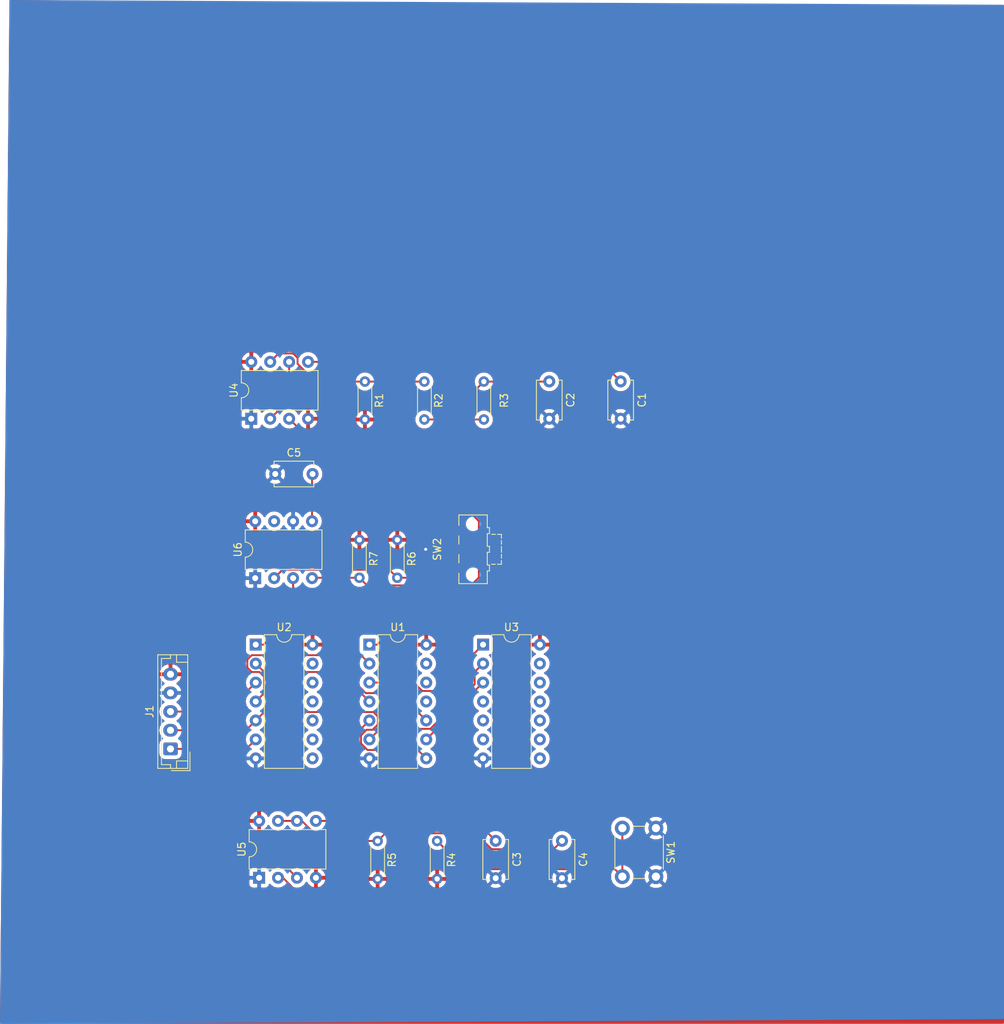
<source format=kicad_pcb>
(kicad_pcb (version 20171130) (host pcbnew "(5.0.2)-1")

  (general
    (thickness 1.6)
    (drawings 0)
    (tracks 124)
    (zones 0)
    (modules 21)
    (nets 25)
  )

  (page A4)
  (layers
    (0 F.Cu signal)
    (31 B.Cu signal)
    (32 B.Adhes user hide)
    (33 F.Adhes user hide)
    (34 B.Paste user hide)
    (35 F.Paste user hide)
    (36 B.SilkS user hide)
    (37 F.SilkS user hide)
    (38 B.Mask user hide)
    (39 F.Mask user hide)
    (40 Dwgs.User user hide)
    (41 Cmts.User user hide)
    (42 Eco1.User user hide)
    (43 Eco2.User user hide)
    (44 Edge.Cuts user)
    (45 Margin user)
    (46 B.CrtYd user hide)
    (47 F.CrtYd user hide)
    (48 B.Fab user)
    (49 F.Fab user)
  )

  (setup
    (last_trace_width 0.25)
    (trace_clearance 0.2)
    (zone_clearance 0.508)
    (zone_45_only no)
    (trace_min 0.2)
    (segment_width 0.2)
    (edge_width 0.15)
    (via_size 0.8)
    (via_drill 0.4)
    (via_min_size 0.4)
    (via_min_drill 0.3)
    (uvia_size 0.3)
    (uvia_drill 0.1)
    (uvias_allowed no)
    (uvia_min_size 0.2)
    (uvia_min_drill 0.1)
    (pcb_text_width 0.3)
    (pcb_text_size 1.5 1.5)
    (mod_edge_width 0.15)
    (mod_text_size 1 1)
    (mod_text_width 0.15)
    (pad_size 1.6 1.6)
    (pad_drill 0.8)
    (pad_to_mask_clearance 0.051)
    (solder_mask_min_width 0.25)
    (aux_axis_origin 0 0)
    (visible_elements FFFFFF7F)
    (pcbplotparams
      (layerselection 0x010fc_ffffffff)
      (usegerberextensions false)
      (usegerberattributes false)
      (usegerberadvancedattributes false)
      (creategerberjobfile false)
      (excludeedgelayer true)
      (linewidth 0.100000)
      (plotframeref false)
      (viasonmask false)
      (mode 1)
      (useauxorigin false)
      (hpglpennumber 1)
      (hpglpenspeed 20)
      (hpglpendiameter 15.000000)
      (psnegative false)
      (psa4output false)
      (plotreference true)
      (plotvalue true)
      (plotinvisibletext false)
      (padsonsilk false)
      (subtractmaskfromsilk false)
      (outputformat 1)
      (mirror false)
      (drillshape 1)
      (scaleselection 1)
      (outputdirectory ""))
  )

  (net 0 "")
  (net 1 "Net-(C1-Pad1)")
  (net 2 /GND)
  (net 3 "Net-(C2-Pad1)")
  (net 4 "Net-(C3-Pad1)")
  (net 5 "Net-(C4-Pad1)")
  (net 6 "Net-(C5-Pad1)")
  (net 7 /ICLK)
  (net 8 /CLK)
  (net 9 /HLT)
  (net 10 /VCC)
  (net 11 "Net-(R1-Pad1)")
  (net 12 "Net-(R2-Pad1)")
  (net 13 "Net-(R4-Pad1)")
  (net 14 "Net-(R6-Pad1)")
  (net 15 "Net-(R7-Pad1)")
  (net 16 "Net-(U1-Pad1)")
  (net 17 "Net-(U1-Pad2)")
  (net 18 "Net-(U1-Pad9)")
  (net 19 "Net-(U1-Pad3)")
  (net 20 "Net-(U1-Pad10)")
  (net 21 "Net-(U1-Pad4)")
  (net 22 "Net-(U1-Pad5)")
  (net 23 "Net-(U1-Pad6)")
  (net 24 "Net-(U6-Pad7)")

  (net_class Default "This is the default net class."
    (clearance 0.2)
    (trace_width 0.25)
    (via_dia 0.8)
    (via_drill 0.4)
    (uvia_dia 0.3)
    (uvia_drill 0.1)
    (add_net /CLK)
    (add_net /GND)
    (add_net /HLT)
    (add_net /ICLK)
    (add_net /VCC)
    (add_net "Net-(C1-Pad1)")
    (add_net "Net-(C2-Pad1)")
    (add_net "Net-(C3-Pad1)")
    (add_net "Net-(C4-Pad1)")
    (add_net "Net-(C5-Pad1)")
    (add_net "Net-(R1-Pad1)")
    (add_net "Net-(R2-Pad1)")
    (add_net "Net-(R4-Pad1)")
    (add_net "Net-(R6-Pad1)")
    (add_net "Net-(R7-Pad1)")
    (add_net "Net-(U1-Pad1)")
    (add_net "Net-(U1-Pad10)")
    (add_net "Net-(U1-Pad2)")
    (add_net "Net-(U1-Pad3)")
    (add_net "Net-(U1-Pad4)")
    (add_net "Net-(U1-Pad5)")
    (add_net "Net-(U1-Pad6)")
    (add_net "Net-(U1-Pad9)")
    (add_net "Net-(U6-Pad7)")
  )

  (module Package_DIP:DIP-8_W7.62mm (layer F.Cu) (tedit 5A02E8C5) (tstamp 5E519E36)
    (at 73.589252 106.659252 90)
    (descr "8-lead though-hole mounted DIP package, row spacing 7.62 mm (300 mils)")
    (tags "THT DIP DIL PDIP 2.54mm 7.62mm 300mil")
    (path /5E36003A)
    (fp_text reference U6 (at 3.81 -2.33 90) (layer F.SilkS)
      (effects (font (size 1 1) (thickness 0.15)))
    )
    (fp_text value LM555 (at 3.81 9.95 90) (layer F.Fab)
      (effects (font (size 1 1) (thickness 0.15)))
    )
    (fp_text user %R (at 3.81 3.81 90) (layer F.Fab)
      (effects (font (size 1 1) (thickness 0.15)))
    )
    (fp_line (start 8.7 -1.55) (end -1.1 -1.55) (layer F.CrtYd) (width 0.05))
    (fp_line (start 8.7 9.15) (end 8.7 -1.55) (layer F.CrtYd) (width 0.05))
    (fp_line (start -1.1 9.15) (end 8.7 9.15) (layer F.CrtYd) (width 0.05))
    (fp_line (start -1.1 -1.55) (end -1.1 9.15) (layer F.CrtYd) (width 0.05))
    (fp_line (start 6.46 -1.33) (end 4.81 -1.33) (layer F.SilkS) (width 0.12))
    (fp_line (start 6.46 8.95) (end 6.46 -1.33) (layer F.SilkS) (width 0.12))
    (fp_line (start 1.16 8.95) (end 6.46 8.95) (layer F.SilkS) (width 0.12))
    (fp_line (start 1.16 -1.33) (end 1.16 8.95) (layer F.SilkS) (width 0.12))
    (fp_line (start 2.81 -1.33) (end 1.16 -1.33) (layer F.SilkS) (width 0.12))
    (fp_line (start 0.635 -0.27) (end 1.635 -1.27) (layer F.Fab) (width 0.1))
    (fp_line (start 0.635 8.89) (end 0.635 -0.27) (layer F.Fab) (width 0.1))
    (fp_line (start 6.985 8.89) (end 0.635 8.89) (layer F.Fab) (width 0.1))
    (fp_line (start 6.985 -1.27) (end 6.985 8.89) (layer F.Fab) (width 0.1))
    (fp_line (start 1.635 -1.27) (end 6.985 -1.27) (layer F.Fab) (width 0.1))
    (fp_arc (start 3.81 -1.33) (end 2.81 -1.33) (angle -180) (layer F.SilkS) (width 0.12))
    (pad 8 thru_hole oval (at 7.62 0 90) (size 1.6 1.6) (drill 0.8) (layers *.Cu *.Mask)
      (net 10 /VCC))
    (pad 4 thru_hole oval (at 0 7.62 90) (size 1.6 1.6) (drill 0.8) (layers *.Cu *.Mask)
      (net 15 "Net-(R7-Pad1)"))
    (pad 7 thru_hole oval (at 7.62 2.54 90) (size 1.6 1.6) (drill 0.8) (layers *.Cu *.Mask)
      (net 24 "Net-(U6-Pad7)"))
    (pad 3 thru_hole oval (at 0 5.08 90) (size 1.6 1.6) (drill 0.8) (layers *.Cu *.Mask)
      (net 17 "Net-(U1-Pad2)"))
    (pad 6 thru_hole oval (at 7.62 5.08 90) (size 1.6 1.6) (drill 0.8) (layers *.Cu *.Mask)
      (net 2 /GND))
    (pad 2 thru_hole oval (at 0 2.54 90) (size 1.6 1.6) (drill 0.8) (layers *.Cu *.Mask)
      (net 14 "Net-(R6-Pad1)"))
    (pad 5 thru_hole oval (at 7.62 7.62 90) (size 1.6 1.6) (drill 0.8) (layers *.Cu *.Mask)
      (net 6 "Net-(C5-Pad1)"))
    (pad 1 thru_hole rect (at 0 0 90) (size 1.6 1.6) (drill 0.8) (layers *.Cu *.Mask)
      (net 2 /GND))
    (model ${KISYS3DMOD}/Package_DIP.3dshapes/DIP-8_W7.62mm.wrl
      (at (xyz 0 0 0))
      (scale (xyz 1 1 1))
      (rotate (xyz 0 0 0))
    )
  )

  (module Resistor_THT:R_Axial_DIN0204_L3.6mm_D1.6mm_P5.08mm_Horizontal (layer F.Cu) (tedit 5AE5139B) (tstamp 5E519D02)
    (at 87.559252 106.609252 90)
    (descr "Resistor, Axial_DIN0204 series, Axial, Horizontal, pin pitch=5.08mm, 0.167W, length*diameter=3.6*1.6mm^2, http://cdn-reichelt.de/documents/datenblatt/B400/1_4W%23YAG.pdf")
    (tags "Resistor Axial_DIN0204 series Axial Horizontal pin pitch 5.08mm 0.167W length 3.6mm diameter 1.6mm")
    (path /5E39F0E5)
    (fp_text reference R7 (at 2.54 1.92 90) (layer F.SilkS)
      (effects (font (size 1 1) (thickness 0.15)))
    )
    (fp_text value "1 K" (at 2.54 -1.92 90) (layer F.Fab)
      (effects (font (size 1 1) (thickness 0.15)))
    )
    (fp_text user %R (at 2.54 0 90) (layer F.Fab)
      (effects (font (size 0.72 0.72) (thickness 0.108)))
    )
    (fp_line (start 6.03 -1.05) (end -0.95 -1.05) (layer F.CrtYd) (width 0.05))
    (fp_line (start 6.03 1.05) (end 6.03 -1.05) (layer F.CrtYd) (width 0.05))
    (fp_line (start -0.95 1.05) (end 6.03 1.05) (layer F.CrtYd) (width 0.05))
    (fp_line (start -0.95 -1.05) (end -0.95 1.05) (layer F.CrtYd) (width 0.05))
    (fp_line (start 0.62 0.92) (end 4.46 0.92) (layer F.SilkS) (width 0.12))
    (fp_line (start 0.62 -0.92) (end 4.46 -0.92) (layer F.SilkS) (width 0.12))
    (fp_line (start 5.08 0) (end 4.34 0) (layer F.Fab) (width 0.1))
    (fp_line (start 0 0) (end 0.74 0) (layer F.Fab) (width 0.1))
    (fp_line (start 4.34 -0.8) (end 0.74 -0.8) (layer F.Fab) (width 0.1))
    (fp_line (start 4.34 0.8) (end 4.34 -0.8) (layer F.Fab) (width 0.1))
    (fp_line (start 0.74 0.8) (end 4.34 0.8) (layer F.Fab) (width 0.1))
    (fp_line (start 0.74 -0.8) (end 0.74 0.8) (layer F.Fab) (width 0.1))
    (pad 2 thru_hole oval (at 5.08 0 90) (size 1.4 1.4) (drill 0.7) (layers *.Cu *.Mask)
      (net 10 /VCC))
    (pad 1 thru_hole circle (at 0 0 90) (size 1.4 1.4) (drill 0.7) (layers *.Cu *.Mask)
      (net 15 "Net-(R7-Pad1)"))
    (model ${KISYS3DMOD}/Resistor_THT.3dshapes/R_Axial_DIN0204_L3.6mm_D1.6mm_P5.08mm_Horizontal.wrl
      (at (xyz 0 0 0))
      (scale (xyz 1 1 1))
      (rotate (xyz 0 0 0))
    )
  )

  (module Resistor_THT:R_Axial_DIN0204_L3.6mm_D1.6mm_P5.08mm_Horizontal (layer F.Cu) (tedit 5AE5139B) (tstamp 5E519CF3)
    (at 92.639252 106.609252 90)
    (descr "Resistor, Axial_DIN0204 series, Axial, Horizontal, pin pitch=5.08mm, 0.167W, length*diameter=3.6*1.6mm^2, http://cdn-reichelt.de/documents/datenblatt/B400/1_4W%23YAG.pdf")
    (tags "Resistor Axial_DIN0204 series Axial Horizontal pin pitch 5.08mm 0.167W length 3.6mm diameter 1.6mm")
    (path /5E39E33E)
    (fp_text reference R6 (at 2.54 1.92 90) (layer F.SilkS)
      (effects (font (size 1 1) (thickness 0.15)))
    )
    (fp_text value "1 K" (at 2.54 -1.92 90) (layer F.Fab)
      (effects (font (size 1 1) (thickness 0.15)))
    )
    (fp_text user %R (at 2.54 0 90) (layer F.Fab)
      (effects (font (size 0.72 0.72) (thickness 0.108)))
    )
    (fp_line (start 6.03 -1.05) (end -0.95 -1.05) (layer F.CrtYd) (width 0.05))
    (fp_line (start 6.03 1.05) (end 6.03 -1.05) (layer F.CrtYd) (width 0.05))
    (fp_line (start -0.95 1.05) (end 6.03 1.05) (layer F.CrtYd) (width 0.05))
    (fp_line (start -0.95 -1.05) (end -0.95 1.05) (layer F.CrtYd) (width 0.05))
    (fp_line (start 0.62 0.92) (end 4.46 0.92) (layer F.SilkS) (width 0.12))
    (fp_line (start 0.62 -0.92) (end 4.46 -0.92) (layer F.SilkS) (width 0.12))
    (fp_line (start 5.08 0) (end 4.34 0) (layer F.Fab) (width 0.1))
    (fp_line (start 0 0) (end 0.74 0) (layer F.Fab) (width 0.1))
    (fp_line (start 4.34 -0.8) (end 0.74 -0.8) (layer F.Fab) (width 0.1))
    (fp_line (start 4.34 0.8) (end 4.34 -0.8) (layer F.Fab) (width 0.1))
    (fp_line (start 0.74 0.8) (end 4.34 0.8) (layer F.Fab) (width 0.1))
    (fp_line (start 0.74 -0.8) (end 0.74 0.8) (layer F.Fab) (width 0.1))
    (pad 2 thru_hole oval (at 5.08 0 90) (size 1.4 1.4) (drill 0.7) (layers *.Cu *.Mask)
      (net 10 /VCC))
    (pad 1 thru_hole circle (at 0 0 90) (size 1.4 1.4) (drill 0.7) (layers *.Cu *.Mask)
      (net 14 "Net-(R6-Pad1)"))
    (model ${KISYS3DMOD}/Resistor_THT.3dshapes/R_Axial_DIN0204_L3.6mm_D1.6mm_P5.08mm_Horizontal.wrl
      (at (xyz 0 0 0))
      (scale (xyz 1 1 1))
      (rotate (xyz 0 0 0))
    )
  )

  (module Resistor_THT:R_Axial_DIN0204_L3.6mm_D1.6mm_P5.08mm_Horizontal (layer F.Cu) (tedit 5AE5139B) (tstamp 5E519CE4)
    (at 90.006594 141.874686 270)
    (descr "Resistor, Axial_DIN0204 series, Axial, Horizontal, pin pitch=5.08mm, 0.167W, length*diameter=3.6*1.6mm^2, http://cdn-reichelt.de/documents/datenblatt/B400/1_4W%23YAG.pdf")
    (tags "Resistor Axial_DIN0204 series Axial Horizontal pin pitch 5.08mm 0.167W length 3.6mm diameter 1.6mm")
    (path /5E35E714)
    (fp_text reference R5 (at 2.54 -1.92 270) (layer F.SilkS)
      (effects (font (size 1 1) (thickness 0.15)))
    )
    (fp_text value "1 M" (at 2.54 1.92 270) (layer F.Fab)
      (effects (font (size 1 1) (thickness 0.15)))
    )
    (fp_text user %R (at 2.54 0 270) (layer F.Fab)
      (effects (font (size 0.72 0.72) (thickness 0.108)))
    )
    (fp_line (start 6.03 -1.05) (end -0.95 -1.05) (layer F.CrtYd) (width 0.05))
    (fp_line (start 6.03 1.05) (end 6.03 -1.05) (layer F.CrtYd) (width 0.05))
    (fp_line (start -0.95 1.05) (end 6.03 1.05) (layer F.CrtYd) (width 0.05))
    (fp_line (start -0.95 -1.05) (end -0.95 1.05) (layer F.CrtYd) (width 0.05))
    (fp_line (start 0.62 0.92) (end 4.46 0.92) (layer F.SilkS) (width 0.12))
    (fp_line (start 0.62 -0.92) (end 4.46 -0.92) (layer F.SilkS) (width 0.12))
    (fp_line (start 5.08 0) (end 4.34 0) (layer F.Fab) (width 0.1))
    (fp_line (start 0 0) (end 0.74 0) (layer F.Fab) (width 0.1))
    (fp_line (start 4.34 -0.8) (end 0.74 -0.8) (layer F.Fab) (width 0.1))
    (fp_line (start 4.34 0.8) (end 4.34 -0.8) (layer F.Fab) (width 0.1))
    (fp_line (start 0.74 0.8) (end 4.34 0.8) (layer F.Fab) (width 0.1))
    (fp_line (start 0.74 -0.8) (end 0.74 0.8) (layer F.Fab) (width 0.1))
    (pad 2 thru_hole oval (at 5.08 0 270) (size 1.4 1.4) (drill 0.7) (layers *.Cu *.Mask)
      (net 10 /VCC))
    (pad 1 thru_hole circle (at 0 0 270) (size 1.4 1.4) (drill 0.7) (layers *.Cu *.Mask)
      (net 5 "Net-(C4-Pad1)"))
    (model ${KISYS3DMOD}/Resistor_THT.3dshapes/R_Axial_DIN0204_L3.6mm_D1.6mm_P5.08mm_Horizontal.wrl
      (at (xyz 0 0 0))
      (scale (xyz 1 1 1))
      (rotate (xyz 0 0 0))
    )
  )

  (module Resistor_THT:R_Axial_DIN0204_L3.6mm_D1.6mm_P5.08mm_Horizontal (layer F.Cu) (tedit 5AE5139B) (tstamp 5E519CD5)
    (at 97.979094 141.874686 270)
    (descr "Resistor, Axial_DIN0204 series, Axial, Horizontal, pin pitch=5.08mm, 0.167W, length*diameter=3.6*1.6mm^2, http://cdn-reichelt.de/documents/datenblatt/B400/1_4W%23YAG.pdf")
    (tags "Resistor Axial_DIN0204 series Axial Horizontal pin pitch 5.08mm 0.167W length 3.6mm diameter 1.6mm")
    (path /5E36D2F0)
    (fp_text reference R4 (at 2.54 -1.92 270) (layer F.SilkS)
      (effects (font (size 1 1) (thickness 0.15)))
    )
    (fp_text value "1 k" (at 2.54 1.92 270) (layer F.Fab)
      (effects (font (size 1 1) (thickness 0.15)))
    )
    (fp_text user %R (at 2.54 0 270) (layer F.Fab)
      (effects (font (size 0.72 0.72) (thickness 0.108)))
    )
    (fp_line (start 6.03 -1.05) (end -0.95 -1.05) (layer F.CrtYd) (width 0.05))
    (fp_line (start 6.03 1.05) (end 6.03 -1.05) (layer F.CrtYd) (width 0.05))
    (fp_line (start -0.95 1.05) (end 6.03 1.05) (layer F.CrtYd) (width 0.05))
    (fp_line (start -0.95 -1.05) (end -0.95 1.05) (layer F.CrtYd) (width 0.05))
    (fp_line (start 0.62 0.92) (end 4.46 0.92) (layer F.SilkS) (width 0.12))
    (fp_line (start 0.62 -0.92) (end 4.46 -0.92) (layer F.SilkS) (width 0.12))
    (fp_line (start 5.08 0) (end 4.34 0) (layer F.Fab) (width 0.1))
    (fp_line (start 0 0) (end 0.74 0) (layer F.Fab) (width 0.1))
    (fp_line (start 4.34 -0.8) (end 0.74 -0.8) (layer F.Fab) (width 0.1))
    (fp_line (start 4.34 0.8) (end 4.34 -0.8) (layer F.Fab) (width 0.1))
    (fp_line (start 0.74 0.8) (end 4.34 0.8) (layer F.Fab) (width 0.1))
    (fp_line (start 0.74 -0.8) (end 0.74 0.8) (layer F.Fab) (width 0.1))
    (pad 2 thru_hole oval (at 5.08 0 270) (size 1.4 1.4) (drill 0.7) (layers *.Cu *.Mask)
      (net 10 /VCC))
    (pad 1 thru_hole circle (at 0 0 270) (size 1.4 1.4) (drill 0.7) (layers *.Cu *.Mask)
      (net 13 "Net-(R4-Pad1)"))
    (model ${KISYS3DMOD}/Resistor_THT.3dshapes/R_Axial_DIN0204_L3.6mm_D1.6mm_P5.08mm_Horizontal.wrl
      (at (xyz 0 0 0))
      (scale (xyz 1 1 1))
      (rotate (xyz 0 0 0))
    )
  )

  (module Resistor_THT:R_Axial_DIN0204_L3.6mm_D1.6mm_P5.08mm_Horizontal (layer F.Cu) (tedit 5AE5139B) (tstamp 5E519CC6)
    (at 104.244702 85.409308 90)
    (descr "Resistor, Axial_DIN0204 series, Axial, Horizontal, pin pitch=5.08mm, 0.167W, length*diameter=3.6*1.6mm^2, http://cdn-reichelt.de/documents/datenblatt/B400/1_4W%23YAG.pdf")
    (tags "Resistor Axial_DIN0204 series Axial Horizontal pin pitch 5.08mm 0.167W length 3.6mm diameter 1.6mm")
    (path /5C846166)
    (fp_text reference R3 (at 2.54 2.7325 90) (layer F.SilkS)
      (effects (font (size 1 1) (thickness 0.15)))
    )
    (fp_text value "1 M" (at 2.54 -2.9675 90) (layer F.Fab)
      (effects (font (size 1 1) (thickness 0.15)))
    )
    (fp_text user %R (at 2.54 0 90) (layer F.Fab)
      (effects (font (size 0.72 0.72) (thickness 0.108)))
    )
    (fp_line (start 6.03 -1.05) (end -0.95 -1.05) (layer F.CrtYd) (width 0.05))
    (fp_line (start 6.03 1.05) (end 6.03 -1.05) (layer F.CrtYd) (width 0.05))
    (fp_line (start -0.95 1.05) (end 6.03 1.05) (layer F.CrtYd) (width 0.05))
    (fp_line (start -0.95 -1.05) (end -0.95 1.05) (layer F.CrtYd) (width 0.05))
    (fp_line (start 0.62 0.92) (end 4.46 0.92) (layer F.SilkS) (width 0.12))
    (fp_line (start 0.62 -0.92) (end 4.46 -0.92) (layer F.SilkS) (width 0.12))
    (fp_line (start 5.08 0) (end 4.34 0) (layer F.Fab) (width 0.1))
    (fp_line (start 0 0) (end 0.74 0) (layer F.Fab) (width 0.1))
    (fp_line (start 4.34 -0.8) (end 0.74 -0.8) (layer F.Fab) (width 0.1))
    (fp_line (start 4.34 0.8) (end 4.34 -0.8) (layer F.Fab) (width 0.1))
    (fp_line (start 0.74 0.8) (end 4.34 0.8) (layer F.Fab) (width 0.1))
    (fp_line (start 0.74 -0.8) (end 0.74 0.8) (layer F.Fab) (width 0.1))
    (pad 2 thru_hole oval (at 5.08 0 90) (size 1.4 1.4) (drill 0.7) (layers *.Cu *.Mask)
      (net 3 "Net-(C2-Pad1)"))
    (pad 1 thru_hole circle (at 0 0 90) (size 1.4 1.4) (drill 0.7) (layers *.Cu *.Mask)
      (net 12 "Net-(R2-Pad1)"))
    (model ${KISYS3DMOD}/Resistor_THT.3dshapes/R_Axial_DIN0204_L3.6mm_D1.6mm_P5.08mm_Horizontal.wrl
      (at (xyz 0 0 0))
      (scale (xyz 1 1 1))
      (rotate (xyz 0 0 0))
    )
  )

  (module Resistor_THT:R_Axial_DIN0204_L3.6mm_D1.6mm_P5.08mm_Horizontal (layer F.Cu) (tedit 5AE5139B) (tstamp 5E519CB7)
    (at 96.272202 85.409308 90)
    (descr "Resistor, Axial_DIN0204 series, Axial, Horizontal, pin pitch=5.08mm, 0.167W, length*diameter=3.6*1.6mm^2, http://cdn-reichelt.de/documents/datenblatt/B400/1_4W%23YAG.pdf")
    (tags "Resistor Axial_DIN0204 series Axial Horizontal pin pitch 5.08mm 0.167W length 3.6mm diameter 1.6mm")
    (path /5C8424F4)
    (fp_text reference R2 (at 2.54 1.92 90) (layer F.SilkS)
      (effects (font (size 1 1) (thickness 0.15)))
    )
    (fp_text value "1 k" (at 2.54 -1.92 90) (layer F.Fab)
      (effects (font (size 1 1) (thickness 0.15)))
    )
    (fp_text user %R (at 2.54 0 90) (layer F.Fab)
      (effects (font (size 0.72 0.72) (thickness 0.108)))
    )
    (fp_line (start 6.03 -1.05) (end -0.95 -1.05) (layer F.CrtYd) (width 0.05))
    (fp_line (start 6.03 1.05) (end 6.03 -1.05) (layer F.CrtYd) (width 0.05))
    (fp_line (start -0.95 1.05) (end 6.03 1.05) (layer F.CrtYd) (width 0.05))
    (fp_line (start -0.95 -1.05) (end -0.95 1.05) (layer F.CrtYd) (width 0.05))
    (fp_line (start 0.62 0.92) (end 4.46 0.92) (layer F.SilkS) (width 0.12))
    (fp_line (start 0.62 -0.92) (end 4.46 -0.92) (layer F.SilkS) (width 0.12))
    (fp_line (start 5.08 0) (end 4.34 0) (layer F.Fab) (width 0.1))
    (fp_line (start 0 0) (end 0.74 0) (layer F.Fab) (width 0.1))
    (fp_line (start 4.34 -0.8) (end 0.74 -0.8) (layer F.Fab) (width 0.1))
    (fp_line (start 4.34 0.8) (end 4.34 -0.8) (layer F.Fab) (width 0.1))
    (fp_line (start 0.74 0.8) (end 4.34 0.8) (layer F.Fab) (width 0.1))
    (fp_line (start 0.74 -0.8) (end 0.74 0.8) (layer F.Fab) (width 0.1))
    (pad 2 thru_hole oval (at 5.08 0 90) (size 1.4 1.4) (drill 0.7) (layers *.Cu *.Mask)
      (net 11 "Net-(R1-Pad1)"))
    (pad 1 thru_hole circle (at 0 0 90) (size 1.4 1.4) (drill 0.7) (layers *.Cu *.Mask)
      (net 12 "Net-(R2-Pad1)"))
    (model ${KISYS3DMOD}/Resistor_THT.3dshapes/R_Axial_DIN0204_L3.6mm_D1.6mm_P5.08mm_Horizontal.wrl
      (at (xyz 0 0 0))
      (scale (xyz 1 1 1))
      (rotate (xyz 0 0 0))
    )
  )

  (module Capacitor_THT:C_Disc_D5.1mm_W3.2mm_P5.00mm (layer F.Cu) (tedit 5AE50EF0) (tstamp 5E519C1E)
    (at 122.589702 80.309308 270)
    (descr "C, Disc series, Radial, pin pitch=5.00mm, , diameter*width=5.1*3.2mm^2, Capacitor, http://www.vishay.com/docs/45233/krseries.pdf")
    (tags "C Disc series Radial pin pitch 5.00mm  diameter 5.1mm width 3.2mm Capacitor")
    (path /5C843E10)
    (fp_text reference C1 (at 2.5 -2.85 270) (layer F.SilkS)
      (effects (font (size 1 1) (thickness 0.15)))
    )
    (fp_text value "0.01 uf" (at 2.5 3.68 270) (layer F.Fab)
      (effects (font (size 1 1) (thickness 0.15)))
    )
    (fp_text user %R (at 2.5 0 270) (layer F.Fab)
      (effects (font (size 1 1) (thickness 0.15)))
    )
    (fp_line (start 6.05 -1.85) (end -1.05 -1.85) (layer F.CrtYd) (width 0.05))
    (fp_line (start 6.05 1.85) (end 6.05 -1.85) (layer F.CrtYd) (width 0.05))
    (fp_line (start -1.05 1.85) (end 6.05 1.85) (layer F.CrtYd) (width 0.05))
    (fp_line (start -1.05 -1.85) (end -1.05 1.85) (layer F.CrtYd) (width 0.05))
    (fp_line (start 5.17 1.055) (end 5.17 1.721) (layer F.SilkS) (width 0.12))
    (fp_line (start 5.17 -1.721) (end 5.17 -1.055) (layer F.SilkS) (width 0.12))
    (fp_line (start -0.17 1.055) (end -0.17 1.721) (layer F.SilkS) (width 0.12))
    (fp_line (start -0.17 -1.721) (end -0.17 -1.055) (layer F.SilkS) (width 0.12))
    (fp_line (start -0.17 1.721) (end 5.17 1.721) (layer F.SilkS) (width 0.12))
    (fp_line (start -0.17 -1.721) (end 5.17 -1.721) (layer F.SilkS) (width 0.12))
    (fp_line (start 5.05 -1.6) (end -0.05 -1.6) (layer F.Fab) (width 0.1))
    (fp_line (start 5.05 1.6) (end 5.05 -1.6) (layer F.Fab) (width 0.1))
    (fp_line (start -0.05 1.6) (end 5.05 1.6) (layer F.Fab) (width 0.1))
    (fp_line (start -0.05 -1.6) (end -0.05 1.6) (layer F.Fab) (width 0.1))
    (pad 2 thru_hole circle (at 5 0 270) (size 1.6 1.6) (drill 0.8) (layers *.Cu *.Mask)
      (net 2 /GND))
    (pad 1 thru_hole circle (at 0 0 270) (size 1.6 1.6) (drill 0.8) (layers *.Cu *.Mask)
      (net 1 "Net-(C1-Pad1)"))
    (model ${KISYS3DMOD}/Capacitor_THT.3dshapes/C_Disc_D5.1mm_W3.2mm_P5.00mm.wrl
      (at (xyz 0 0 0))
      (scale (xyz 1 1 1))
      (rotate (xyz 0 0 0))
    )
  )

  (module Capacitor_THT:C_Disc_D5.1mm_W3.2mm_P5.00mm (layer F.Cu) (tedit 5AE50EF0) (tstamp 5E519C33)
    (at 113.017202 80.309308 270)
    (descr "C, Disc series, Radial, pin pitch=5.00mm, , diameter*width=5.1*3.2mm^2, Capacitor, http://www.vishay.com/docs/45233/krseries.pdf")
    (tags "C Disc series Radial pin pitch 5.00mm  diameter 5.1mm width 3.2mm Capacitor")
    (path /5C843CB7)
    (fp_text reference C2 (at 2.5 -2.85 270) (layer F.SilkS)
      (effects (font (size 1 1) (thickness 0.15)))
    )
    (fp_text value "0.1 uf" (at 2.5 2.85 270) (layer F.Fab)
      (effects (font (size 1 1) (thickness 0.15)))
    )
    (fp_line (start -0.05 -1.6) (end -0.05 1.6) (layer F.Fab) (width 0.1))
    (fp_line (start -0.05 1.6) (end 5.05 1.6) (layer F.Fab) (width 0.1))
    (fp_line (start 5.05 1.6) (end 5.05 -1.6) (layer F.Fab) (width 0.1))
    (fp_line (start 5.05 -1.6) (end -0.05 -1.6) (layer F.Fab) (width 0.1))
    (fp_line (start -0.17 -1.721) (end 5.17 -1.721) (layer F.SilkS) (width 0.12))
    (fp_line (start -0.17 1.721) (end 5.17 1.721) (layer F.SilkS) (width 0.12))
    (fp_line (start -0.17 -1.721) (end -0.17 -1.055) (layer F.SilkS) (width 0.12))
    (fp_line (start -0.17 1.055) (end -0.17 1.721) (layer F.SilkS) (width 0.12))
    (fp_line (start 5.17 -1.721) (end 5.17 -1.055) (layer F.SilkS) (width 0.12))
    (fp_line (start 5.17 1.055) (end 5.17 1.721) (layer F.SilkS) (width 0.12))
    (fp_line (start -1.05 -1.85) (end -1.05 1.85) (layer F.CrtYd) (width 0.05))
    (fp_line (start -1.05 1.85) (end 6.05 1.85) (layer F.CrtYd) (width 0.05))
    (fp_line (start 6.05 1.85) (end 6.05 -1.85) (layer F.CrtYd) (width 0.05))
    (fp_line (start 6.05 -1.85) (end -1.05 -1.85) (layer F.CrtYd) (width 0.05))
    (fp_text user %R (at 2.5 0 270) (layer F.Fab)
      (effects (font (size 1 1) (thickness 0.15)))
    )
    (pad 1 thru_hole circle (at 0 0 270) (size 1.6 1.6) (drill 0.8) (layers *.Cu *.Mask)
      (net 3 "Net-(C2-Pad1)"))
    (pad 2 thru_hole circle (at 5 0 270) (size 1.6 1.6) (drill 0.8) (layers *.Cu *.Mask)
      (net 2 /GND))
    (model ${KISYS3DMOD}/Capacitor_THT.3dshapes/C_Disc_D5.1mm_W3.2mm_P5.00mm.wrl
      (at (xyz 0 0 0))
      (scale (xyz 1 1 1))
      (rotate (xyz 0 0 0))
    )
  )

  (module Capacitor_THT:C_Disc_D5.1mm_W3.2mm_P5.00mm (layer F.Cu) (tedit 5AE50EF0) (tstamp 5E519C48)
    (at 105.834094 141.854686 270)
    (descr "C, Disc series, Radial, pin pitch=5.00mm, , diameter*width=5.1*3.2mm^2, Capacitor, http://www.vishay.com/docs/45233/krseries.pdf")
    (tags "C Disc series Radial pin pitch 5.00mm  diameter 5.1mm width 3.2mm Capacitor")
    (path /5E37F213)
    (fp_text reference C3 (at 2.5 -2.85 270) (layer F.SilkS)
      (effects (font (size 1 1) (thickness 0.15)))
    )
    (fp_text value "0.01 uf" (at 2.5 2.85 270) (layer F.Fab)
      (effects (font (size 1 1) (thickness 0.15)))
    )
    (fp_text user %R (at 2.5 0 270) (layer F.Fab)
      (effects (font (size 1 1) (thickness 0.15)))
    )
    (fp_line (start 6.05 -1.85) (end -1.05 -1.85) (layer F.CrtYd) (width 0.05))
    (fp_line (start 6.05 1.85) (end 6.05 -1.85) (layer F.CrtYd) (width 0.05))
    (fp_line (start -1.05 1.85) (end 6.05 1.85) (layer F.CrtYd) (width 0.05))
    (fp_line (start -1.05 -1.85) (end -1.05 1.85) (layer F.CrtYd) (width 0.05))
    (fp_line (start 5.17 1.055) (end 5.17 1.721) (layer F.SilkS) (width 0.12))
    (fp_line (start 5.17 -1.721) (end 5.17 -1.055) (layer F.SilkS) (width 0.12))
    (fp_line (start -0.17 1.055) (end -0.17 1.721) (layer F.SilkS) (width 0.12))
    (fp_line (start -0.17 -1.721) (end -0.17 -1.055) (layer F.SilkS) (width 0.12))
    (fp_line (start -0.17 1.721) (end 5.17 1.721) (layer F.SilkS) (width 0.12))
    (fp_line (start -0.17 -1.721) (end 5.17 -1.721) (layer F.SilkS) (width 0.12))
    (fp_line (start 5.05 -1.6) (end -0.05 -1.6) (layer F.Fab) (width 0.1))
    (fp_line (start 5.05 1.6) (end 5.05 -1.6) (layer F.Fab) (width 0.1))
    (fp_line (start -0.05 1.6) (end 5.05 1.6) (layer F.Fab) (width 0.1))
    (fp_line (start -0.05 -1.6) (end -0.05 1.6) (layer F.Fab) (width 0.1))
    (pad 2 thru_hole circle (at 5 0 270) (size 1.6 1.6) (drill 0.8) (layers *.Cu *.Mask)
      (net 2 /GND))
    (pad 1 thru_hole circle (at 0 0 270) (size 1.6 1.6) (drill 0.8) (layers *.Cu *.Mask)
      (net 4 "Net-(C3-Pad1)"))
    (model ${KISYS3DMOD}/Capacitor_THT.3dshapes/C_Disc_D5.1mm_W3.2mm_P5.00mm.wrl
      (at (xyz 0 0 0))
      (scale (xyz 1 1 1))
      (rotate (xyz 0 0 0))
    )
  )

  (module Capacitor_THT:C_Disc_D5.1mm_W3.2mm_P5.00mm (layer F.Cu) (tedit 5AE50EF0) (tstamp 5E519C5D)
    (at 114.724094 141.854686 270)
    (descr "C, Disc series, Radial, pin pitch=5.00mm, , diameter*width=5.1*3.2mm^2, Capacitor, http://www.vishay.com/docs/45233/krseries.pdf")
    (tags "C Disc series Radial pin pitch 5.00mm  diameter 5.1mm width 3.2mm Capacitor")
    (path /5E389A9D)
    (fp_text reference C4 (at 2.5 -2.85 270) (layer F.SilkS)
      (effects (font (size 1 1) (thickness 0.15)))
    )
    (fp_text value "0.01 uf" (at 2.5 2.85 270) (layer F.Fab)
      (effects (font (size 1 1) (thickness 0.15)))
    )
    (fp_line (start -0.05 -1.6) (end -0.05 1.6) (layer F.Fab) (width 0.1))
    (fp_line (start -0.05 1.6) (end 5.05 1.6) (layer F.Fab) (width 0.1))
    (fp_line (start 5.05 1.6) (end 5.05 -1.6) (layer F.Fab) (width 0.1))
    (fp_line (start 5.05 -1.6) (end -0.05 -1.6) (layer F.Fab) (width 0.1))
    (fp_line (start -0.17 -1.721) (end 5.17 -1.721) (layer F.SilkS) (width 0.12))
    (fp_line (start -0.17 1.721) (end 5.17 1.721) (layer F.SilkS) (width 0.12))
    (fp_line (start -0.17 -1.721) (end -0.17 -1.055) (layer F.SilkS) (width 0.12))
    (fp_line (start -0.17 1.055) (end -0.17 1.721) (layer F.SilkS) (width 0.12))
    (fp_line (start 5.17 -1.721) (end 5.17 -1.055) (layer F.SilkS) (width 0.12))
    (fp_line (start 5.17 1.055) (end 5.17 1.721) (layer F.SilkS) (width 0.12))
    (fp_line (start -1.05 -1.85) (end -1.05 1.85) (layer F.CrtYd) (width 0.05))
    (fp_line (start -1.05 1.85) (end 6.05 1.85) (layer F.CrtYd) (width 0.05))
    (fp_line (start 6.05 1.85) (end 6.05 -1.85) (layer F.CrtYd) (width 0.05))
    (fp_line (start 6.05 -1.85) (end -1.05 -1.85) (layer F.CrtYd) (width 0.05))
    (fp_text user %R (at 2.5 0 270) (layer F.Fab)
      (effects (font (size 1 1) (thickness 0.15)))
    )
    (pad 1 thru_hole circle (at 0 0 270) (size 1.6 1.6) (drill 0.8) (layers *.Cu *.Mask)
      (net 5 "Net-(C4-Pad1)"))
    (pad 2 thru_hole circle (at 5 0 270) (size 1.6 1.6) (drill 0.8) (layers *.Cu *.Mask)
      (net 2 /GND))
    (model ${KISYS3DMOD}/Capacitor_THT.3dshapes/C_Disc_D5.1mm_W3.2mm_P5.00mm.wrl
      (at (xyz 0 0 0))
      (scale (xyz 1 1 1))
      (rotate (xyz 0 0 0))
    )
  )

  (module Capacitor_THT:C_Disc_D5.1mm_W3.2mm_P5.00mm (layer F.Cu) (tedit 5AE50EF0) (tstamp 5E519C72)
    (at 81.28 92.71 180)
    (descr "C, Disc series, Radial, pin pitch=5.00mm, , diameter*width=5.1*3.2mm^2, Capacitor, http://www.vishay.com/docs/45233/krseries.pdf")
    (tags "C Disc series Radial pin pitch 5.00mm  diameter 5.1mm width 3.2mm Capacitor")
    (path /5E3AE29B)
    (fp_text reference C5 (at 2.5 2.85 180) (layer F.SilkS)
      (effects (font (size 1 1) (thickness 0.15)))
    )
    (fp_text value "0.01 uf" (at 2.5 -2.85 180) (layer F.Fab)
      (effects (font (size 1 1) (thickness 0.15)))
    )
    (fp_text user %R (at 2.5 0 180) (layer F.Fab)
      (effects (font (size 1 1) (thickness 0.15)))
    )
    (fp_line (start 6.05 -1.85) (end -1.05 -1.85) (layer F.CrtYd) (width 0.05))
    (fp_line (start 6.05 1.85) (end 6.05 -1.85) (layer F.CrtYd) (width 0.05))
    (fp_line (start -1.05 1.85) (end 6.05 1.85) (layer F.CrtYd) (width 0.05))
    (fp_line (start -1.05 -1.85) (end -1.05 1.85) (layer F.CrtYd) (width 0.05))
    (fp_line (start 5.17 1.055) (end 5.17 1.721) (layer F.SilkS) (width 0.12))
    (fp_line (start 5.17 -1.721) (end 5.17 -1.055) (layer F.SilkS) (width 0.12))
    (fp_line (start -0.17 1.055) (end -0.17 1.721) (layer F.SilkS) (width 0.12))
    (fp_line (start -0.17 -1.721) (end -0.17 -1.055) (layer F.SilkS) (width 0.12))
    (fp_line (start -0.17 1.721) (end 5.17 1.721) (layer F.SilkS) (width 0.12))
    (fp_line (start -0.17 -1.721) (end 5.17 -1.721) (layer F.SilkS) (width 0.12))
    (fp_line (start 5.05 -1.6) (end -0.05 -1.6) (layer F.Fab) (width 0.1))
    (fp_line (start 5.05 1.6) (end 5.05 -1.6) (layer F.Fab) (width 0.1))
    (fp_line (start -0.05 1.6) (end 5.05 1.6) (layer F.Fab) (width 0.1))
    (fp_line (start -0.05 -1.6) (end -0.05 1.6) (layer F.Fab) (width 0.1))
    (pad 2 thru_hole circle (at 5 0 180) (size 1.6 1.6) (drill 0.8) (layers *.Cu *.Mask)
      (net 2 /GND))
    (pad 1 thru_hole circle (at 0 0 180) (size 1.6 1.6) (drill 0.8) (layers *.Cu *.Mask)
      (net 6 "Net-(C5-Pad1)"))
    (model ${KISYS3DMOD}/Capacitor_THT.3dshapes/C_Disc_D5.1mm_W3.2mm_P5.00mm.wrl
      (at (xyz 0 0 0))
      (scale (xyz 1 1 1))
      (rotate (xyz 0 0 0))
    )
  )

  (module Connector_JST:JST_EH_B05B-EH-A_1x05_P2.50mm_Vertical (layer F.Cu) (tedit 5B772AC7) (tstamp 5E519C95)
    (at 62.23 129.54 90)
    (descr "JST EH series connector, B05B-EH-A (http://www.jst-mfg.com/product/pdf/eng/eEH.pdf), generated with kicad-footprint-generator")
    (tags "connector JST EH side entry")
    (path /5E487A1A)
    (fp_text reference J1 (at 5 -2.8 90) (layer F.SilkS)
      (effects (font (size 1 1) (thickness 0.15)))
    )
    (fp_text value Conn_01x05 (at 5 3.4 90) (layer F.Fab)
      (effects (font (size 1 1) (thickness 0.15)))
    )
    (fp_line (start -2.5 -1.6) (end -2.5 2.2) (layer F.Fab) (width 0.1))
    (fp_line (start -2.5 2.2) (end 12.5 2.2) (layer F.Fab) (width 0.1))
    (fp_line (start 12.5 2.2) (end 12.5 -1.6) (layer F.Fab) (width 0.1))
    (fp_line (start 12.5 -1.6) (end -2.5 -1.6) (layer F.Fab) (width 0.1))
    (fp_line (start -3 -2.1) (end -3 2.7) (layer F.CrtYd) (width 0.05))
    (fp_line (start -3 2.7) (end 13 2.7) (layer F.CrtYd) (width 0.05))
    (fp_line (start 13 2.7) (end 13 -2.1) (layer F.CrtYd) (width 0.05))
    (fp_line (start 13 -2.1) (end -3 -2.1) (layer F.CrtYd) (width 0.05))
    (fp_line (start -2.61 -1.71) (end -2.61 2.31) (layer F.SilkS) (width 0.12))
    (fp_line (start -2.61 2.31) (end 12.61 2.31) (layer F.SilkS) (width 0.12))
    (fp_line (start 12.61 2.31) (end 12.61 -1.71) (layer F.SilkS) (width 0.12))
    (fp_line (start 12.61 -1.71) (end -2.61 -1.71) (layer F.SilkS) (width 0.12))
    (fp_line (start -2.61 0) (end -2.11 0) (layer F.SilkS) (width 0.12))
    (fp_line (start -2.11 0) (end -2.11 -1.21) (layer F.SilkS) (width 0.12))
    (fp_line (start -2.11 -1.21) (end 12.11 -1.21) (layer F.SilkS) (width 0.12))
    (fp_line (start 12.11 -1.21) (end 12.11 0) (layer F.SilkS) (width 0.12))
    (fp_line (start 12.11 0) (end 12.61 0) (layer F.SilkS) (width 0.12))
    (fp_line (start -2.61 0.81) (end -1.61 0.81) (layer F.SilkS) (width 0.12))
    (fp_line (start -1.61 0.81) (end -1.61 2.31) (layer F.SilkS) (width 0.12))
    (fp_line (start 12.61 0.81) (end 11.61 0.81) (layer F.SilkS) (width 0.12))
    (fp_line (start 11.61 0.81) (end 11.61 2.31) (layer F.SilkS) (width 0.12))
    (fp_line (start -2.91 0.11) (end -2.91 2.61) (layer F.SilkS) (width 0.12))
    (fp_line (start -2.91 2.61) (end -0.41 2.61) (layer F.SilkS) (width 0.12))
    (fp_line (start -2.91 0.11) (end -2.91 2.61) (layer F.Fab) (width 0.1))
    (fp_line (start -2.91 2.61) (end -0.41 2.61) (layer F.Fab) (width 0.1))
    (fp_text user %R (at 5 1.5 90) (layer F.Fab)
      (effects (font (size 1 1) (thickness 0.15)))
    )
    (pad 1 thru_hole roundrect (at 0 0 90) (size 1.7 1.95) (drill 0.95) (layers *.Cu *.Mask) (roundrect_rratio 0.147059)
      (net 7 /ICLK))
    (pad 2 thru_hole oval (at 2.5 0 90) (size 1.7 1.95) (drill 0.95) (layers *.Cu *.Mask)
      (net 8 /CLK))
    (pad 3 thru_hole oval (at 5 0 90) (size 1.7 1.95) (drill 0.95) (layers *.Cu *.Mask)
      (net 9 /HLT))
    (pad 4 thru_hole oval (at 7.5 0 90) (size 1.7 1.95) (drill 0.95) (layers *.Cu *.Mask)
      (net 2 /GND))
    (pad 5 thru_hole oval (at 10 0 90) (size 1.7 1.95) (drill 0.95) (layers *.Cu *.Mask)
      (net 10 /VCC))
    (model ${KISYS3DMOD}/Connector_JST.3dshapes/JST_EH_B05B-EH-A_1x05_P2.50mm_Vertical.wrl
      (at (xyz 0 0 0))
      (scale (xyz 1 1 1))
      (rotate (xyz 0 0 0))
    )
  )

  (module Resistor_THT:R_Axial_DIN0204_L3.6mm_D1.6mm_P5.08mm_Horizontal (layer F.Cu) (tedit 5E3F2B22) (tstamp 5E519CA8)
    (at 88.299702 80.329308 270)
    (descr "Resistor, Axial_DIN0204 series, Axial, Horizontal, pin pitch=5.08mm, 0.167W, length*diameter=3.6*1.6mm^2, http://cdn-reichelt.de/documents/datenblatt/B400/1_4W%23YAG.pdf")
    (tags "Resistor Axial_DIN0204 series Axial Horizontal pin pitch 5.08mm 0.167W length 3.6mm diameter 1.6mm")
    (path /5C8426DF)
    (fp_text reference R1 (at 2.54 -1.92 270) (layer F.SilkS)
      (effects (font (size 1 1) (thickness 0.15)))
    )
    (fp_text value "1 K" (at 2.54 1.92 270) (layer F.Fab)
      (effects (font (size 1 1) (thickness 0.15)))
    )
    (fp_text user %R (at 2.54 0 270) (layer F.Fab)
      (effects (font (size 0.72 0.72) (thickness 0.108)))
    )
    (fp_line (start 6.03 -1.05) (end -0.95 -1.05) (layer F.CrtYd) (width 0.05))
    (fp_line (start 6.03 1.05) (end 6.03 -1.05) (layer F.CrtYd) (width 0.05))
    (fp_line (start -0.95 1.05) (end 6.03 1.05) (layer F.CrtYd) (width 0.05))
    (fp_line (start -0.95 -1.05) (end -0.95 1.05) (layer F.CrtYd) (width 0.05))
    (fp_line (start 0.62 0.92) (end 4.46 0.92) (layer F.SilkS) (width 0.12))
    (fp_line (start 0.62 -0.92) (end 4.46 -0.92) (layer F.SilkS) (width 0.12))
    (fp_line (start 5.08 0) (end 4.34 0) (layer F.Fab) (width 0.1))
    (fp_line (start 0 0) (end 0.74 0) (layer F.Fab) (width 0.1))
    (fp_line (start 4.34 -0.8) (end 0.74 -0.8) (layer F.Fab) (width 0.1))
    (fp_line (start 4.34 0.8) (end 4.34 -0.8) (layer F.Fab) (width 0.1))
    (fp_line (start 0.74 0.8) (end 4.34 0.8) (layer F.Fab) (width 0.1))
    (fp_line (start 0.74 -0.8) (end 0.74 0.8) (layer F.Fab) (width 0.1))
    (pad 2 thru_hole oval (at 5.08 0 270) (size 1.4 1.4) (drill 0.7) (layers *.Cu *.Mask)
      (net 10 /VCC))
    (pad 1 thru_hole circle (at 0 0 270) (size 1.4 1.4) (drill 0.7) (layers *.Cu *.Mask)
      (net 11 "Net-(R1-Pad1)"))
    (model ${KISYS3DMOD}/Resistor_THT.3dshapes/R_Axial_DIN0204_L3.6mm_D1.6mm_P5.08mm_Horizontal.wrl
      (at (xyz 0 0 0))
      (scale (xyz 1 1 1))
      (rotate (xyz 0 0 0))
    )
  )

  (module Button_Switch_THT:SW_PUSH_6mm (layer F.Cu) (tedit 5A02FE31) (tstamp 5E519D21)
    (at 127.316594 140.154686 270)
    (descr https://www.omron.com/ecb/products/pdf/en-b3f.pdf)
    (tags "tact sw push 6mm")
    (path /5E3761FC)
    (fp_text reference SW1 (at 3.25 -2 270) (layer F.SilkS)
      (effects (font (size 1 1) (thickness 0.15)))
    )
    (fp_text value SW_Push (at 3.75 6.7 270) (layer F.Fab)
      (effects (font (size 1 1) (thickness 0.15)))
    )
    (fp_circle (center 3.25 2.25) (end 1.25 2.5) (layer F.Fab) (width 0.1))
    (fp_line (start 6.75 3) (end 6.75 1.5) (layer F.SilkS) (width 0.12))
    (fp_line (start 5.5 -1) (end 1 -1) (layer F.SilkS) (width 0.12))
    (fp_line (start -0.25 1.5) (end -0.25 3) (layer F.SilkS) (width 0.12))
    (fp_line (start 1 5.5) (end 5.5 5.5) (layer F.SilkS) (width 0.12))
    (fp_line (start 8 -1.25) (end 8 5.75) (layer F.CrtYd) (width 0.05))
    (fp_line (start 7.75 6) (end -1.25 6) (layer F.CrtYd) (width 0.05))
    (fp_line (start -1.5 5.75) (end -1.5 -1.25) (layer F.CrtYd) (width 0.05))
    (fp_line (start -1.25 -1.5) (end 7.75 -1.5) (layer F.CrtYd) (width 0.05))
    (fp_line (start -1.5 6) (end -1.25 6) (layer F.CrtYd) (width 0.05))
    (fp_line (start -1.5 5.75) (end -1.5 6) (layer F.CrtYd) (width 0.05))
    (fp_line (start -1.5 -1.5) (end -1.25 -1.5) (layer F.CrtYd) (width 0.05))
    (fp_line (start -1.5 -1.25) (end -1.5 -1.5) (layer F.CrtYd) (width 0.05))
    (fp_line (start 8 -1.5) (end 8 -1.25) (layer F.CrtYd) (width 0.05))
    (fp_line (start 7.75 -1.5) (end 8 -1.5) (layer F.CrtYd) (width 0.05))
    (fp_line (start 8 6) (end 8 5.75) (layer F.CrtYd) (width 0.05))
    (fp_line (start 7.75 6) (end 8 6) (layer F.CrtYd) (width 0.05))
    (fp_line (start 0.25 -0.75) (end 3.25 -0.75) (layer F.Fab) (width 0.1))
    (fp_line (start 0.25 5.25) (end 0.25 -0.75) (layer F.Fab) (width 0.1))
    (fp_line (start 6.25 5.25) (end 0.25 5.25) (layer F.Fab) (width 0.1))
    (fp_line (start 6.25 -0.75) (end 6.25 5.25) (layer F.Fab) (width 0.1))
    (fp_line (start 3.25 -0.75) (end 6.25 -0.75) (layer F.Fab) (width 0.1))
    (fp_text user %R (at 3.25 2.25 270) (layer F.Fab)
      (effects (font (size 1 1) (thickness 0.15)))
    )
    (pad 1 thru_hole circle (at 6.5 0) (size 2 2) (drill 1.1) (layers *.Cu *.Mask)
      (net 2 /GND))
    (pad 2 thru_hole circle (at 6.5 4.5) (size 2 2) (drill 1.1) (layers *.Cu *.Mask)
      (net 13 "Net-(R4-Pad1)"))
    (pad 1 thru_hole circle (at 0 0) (size 2 2) (drill 1.1) (layers *.Cu *.Mask)
      (net 2 /GND))
    (pad 2 thru_hole circle (at 0 4.5) (size 2 2) (drill 1.1) (layers *.Cu *.Mask)
      (net 13 "Net-(R4-Pad1)"))
    (model ${KISYS3DMOD}/Button_Switch_THT.3dshapes/SW_PUSH_6mm.wrl
      (at (xyz 0 0 0))
      (scale (xyz 1 1 1))
      (rotate (xyz 0 0 0))
    )
  )

  (module Button_Switch_SMD:SW_SPDT_CK-JS102011SAQN (layer F.Cu) (tedit 5A02FC95) (tstamp 5E519D7C)
    (at 102.799252 102.799252 90)
    (descr http://www.ckswitches.com/media/1422/js.pdf)
    (tags "switch spdt")
    (path /5E3B36C6)
    (attr smd)
    (fp_text reference SW2 (at 0 -4.8 90) (layer F.SilkS)
      (effects (font (size 1 1) (thickness 0.15)))
    )
    (fp_text value SW_SPDT (at 0 3.68 90) (layer F.Fab)
      (effects (font (size 1 1) (thickness 0.15)))
    )
    (fp_line (start -0.4 3.8) (end -0.4 3.8) (layer F.SilkS) (width 0.12))
    (fp_line (start 0.4 3.8) (end -0.4 3.8) (layer F.SilkS) (width 0.12))
    (fp_line (start 0.7 3.8) (end 0.7 3.8) (layer F.SilkS) (width 0.12))
    (fp_line (start 1.2 3.8) (end 0.7 3.8) (layer F.SilkS) (width 0.12))
    (fp_line (start -0.7 3.8) (end -0.7 3.8) (layer F.SilkS) (width 0.12))
    (fp_line (start -1.2 3.8) (end -0.7 3.8) (layer F.SilkS) (width 0.12))
    (fp_line (start -2 2.5) (end -2 2.5) (layer F.SilkS) (width 0.12))
    (fp_line (start -2 3) (end -2 2.5) (layer F.SilkS) (width 0.12))
    (fp_line (start 2 2.5) (end 2 2.5) (layer F.SilkS) (width 0.12))
    (fp_line (start 2 3) (end 2 2.5) (layer F.SilkS) (width 0.12))
    (fp_line (start 2 3.3) (end 2 3.3) (layer F.SilkS) (width 0.12))
    (fp_line (start 2 3.8) (end 2 3.3) (layer F.SilkS) (width 0.12))
    (fp_line (start 1.5 3.8) (end 1.5 3.8) (layer F.SilkS) (width 0.12))
    (fp_line (start 2 3.8) (end 1.5 3.8) (layer F.SilkS) (width 0.12))
    (fp_line (start -1.5 3.8) (end -1.5 3.8) (layer F.SilkS) (width 0.12))
    (fp_line (start -2 3.8) (end -1.5 3.8) (layer F.SilkS) (width 0.12))
    (fp_line (start -2 3.3) (end -2 3.3) (layer F.SilkS) (width 0.12))
    (fp_line (start -2 3.8) (end -2 3.3) (layer F.SilkS) (width 0.12))
    (fp_line (start -5 -2.25) (end -5 -2.25) (layer F.CrtYd) (width 0.05))
    (fp_line (start -3.5 -2.25) (end -5 -2.25) (layer F.CrtYd) (width 0.05))
    (fp_line (start -3.5 -4.5) (end -3.5 -2.25) (layer F.CrtYd) (width 0.05))
    (fp_line (start 3.5 -4.5) (end -3.5 -4.5) (layer F.CrtYd) (width 0.05))
    (fp_line (start 3.5 -2.25) (end 3.5 -4.5) (layer F.CrtYd) (width 0.05))
    (fp_line (start 5 -2.25) (end 3.5 -2.25) (layer F.CrtYd) (width 0.05))
    (fp_line (start 5 2.25) (end 5 -2.25) (layer F.CrtYd) (width 0.05))
    (fp_line (start 3.25 2.25) (end 5 2.25) (layer F.CrtYd) (width 0.05))
    (fp_line (start 3.25 2.5) (end 3.25 2.25) (layer F.CrtYd) (width 0.05))
    (fp_line (start 2.5 2.5) (end 3.25 2.5) (layer F.CrtYd) (width 0.05))
    (fp_line (start 2.5 4.25) (end 2.5 2.5) (layer F.CrtYd) (width 0.05))
    (fp_line (start -2.5 4.25) (end 2.5 4.25) (layer F.CrtYd) (width 0.05))
    (fp_line (start -2.5 2.75) (end -2.5 4.25) (layer F.CrtYd) (width 0.05))
    (fp_line (start -3.25 2.75) (end -2.5 2.75) (layer F.CrtYd) (width 0.05))
    (fp_line (start -3.25 2.25) (end -3.25 2.75) (layer F.CrtYd) (width 0.05))
    (fp_line (start -5 2.25) (end -3.25 2.25) (layer F.CrtYd) (width 0.05))
    (fp_line (start -5 -2.25) (end -5 2.25) (layer F.CrtYd) (width 0.05))
    (fp_line (start -2 1.8) (end -2 1.8) (layer F.Fab) (width 0.1))
    (fp_line (start -2 3.8) (end -2 1.8) (layer F.Fab) (width 0.1))
    (fp_line (start -0.5 3.8) (end -2 3.8) (layer F.Fab) (width 0.1))
    (fp_line (start -0.5 1.8) (end -0.5 3.8) (layer F.Fab) (width 0.1))
    (fp_line (start -4.6 1.9) (end -4.6 1.9) (layer F.SilkS) (width 0.12))
    (fp_line (start -2.9 1.9) (end -4.6 1.9) (layer F.SilkS) (width 0.12))
    (fp_line (start -2.9 2.2) (end -2.9 1.9) (layer F.SilkS) (width 0.12))
    (fp_line (start -2.1 2.2) (end -2.9 2.2) (layer F.SilkS) (width 0.12))
    (fp_line (start -2.1 1.9) (end -2.1 2.2) (layer F.SilkS) (width 0.12))
    (fp_line (start -0.4 1.9) (end -2.1 1.9) (layer F.SilkS) (width 0.12))
    (fp_line (start -0.4 2.2) (end -0.4 1.9) (layer F.SilkS) (width 0.12))
    (fp_line (start 0.4 2.2) (end -0.4 2.2) (layer F.SilkS) (width 0.12))
    (fp_line (start 0.4 1.9) (end 0.4 2.2) (layer F.SilkS) (width 0.12))
    (fp_line (start 2.1 1.9) (end 0.4 1.9) (layer F.SilkS) (width 0.12))
    (fp_line (start 2.1 2.2) (end 2.1 1.9) (layer F.SilkS) (width 0.12))
    (fp_line (start 2.9 2.2) (end 2.1 2.2) (layer F.SilkS) (width 0.12))
    (fp_line (start 2.9 1.9) (end 2.9 2.2) (layer F.SilkS) (width 0.12))
    (fp_line (start 4.6 1.9) (end 2.9 1.9) (layer F.SilkS) (width 0.12))
    (fp_line (start 2.8 1.8) (end 2.8 1.8) (layer F.Fab) (width 0.1))
    (fp_line (start 2.8 2.1) (end 2.8 1.8) (layer F.Fab) (width 0.1))
    (fp_line (start 2.2 2.1) (end 2.8 2.1) (layer F.Fab) (width 0.1))
    (fp_line (start 2.2 1.8) (end 2.2 2.1) (layer F.Fab) (width 0.1))
    (fp_line (start -2.8 1.8) (end -2.8 1.8) (layer F.Fab) (width 0.1))
    (fp_line (start -2.8 2.1) (end -2.8 1.8) (layer F.Fab) (width 0.1))
    (fp_line (start -2.2 2.1) (end -2.8 2.1) (layer F.Fab) (width 0.1))
    (fp_line (start -2.2 1.8) (end -2.2 2.1) (layer F.Fab) (width 0.1))
    (fp_line (start -0.3 1.8) (end -0.3 1.8) (layer F.Fab) (width 0.1))
    (fp_line (start -0.3 2.1) (end -0.3 1.8) (layer F.Fab) (width 0.1))
    (fp_line (start 0.3 2.1) (end -0.3 2.1) (layer F.Fab) (width 0.1))
    (fp_line (start 0.3 1.8) (end 0.3 2.1) (layer F.Fab) (width 0.1))
    (fp_line (start -1.8 -1.9) (end -1.8 -1.9) (layer F.SilkS) (width 0.12))
    (fp_line (start -0.7 -1.9) (end -1.8 -1.9) (layer F.SilkS) (width 0.12))
    (fp_line (start 0.7 -1.9) (end 0.7 -1.9) (layer F.SilkS) (width 0.12))
    (fp_line (start 1.8 -1.9) (end 0.7 -1.9) (layer F.SilkS) (width 0.12))
    (fp_line (start -4.6 -1.9) (end -3.2 -1.9) (layer F.SilkS) (width 0.12))
    (fp_line (start -4.6 1.9) (end -4.6 -1.9) (layer F.SilkS) (width 0.12))
    (fp_line (start 4.6 -1.9) (end 4.6 1.9) (layer F.SilkS) (width 0.12))
    (fp_line (start 3.2 -1.9) (end 4.6 -1.9) (layer F.SilkS) (width 0.12))
    (fp_line (start -1.5 1.8) (end -1.5 1.8) (layer F.Fab) (width 0.1))
    (fp_text user %R (at 0 0 90) (layer F.Fab)
      (effects (font (size 1 1) (thickness 0.15)))
    )
    (fp_line (start -4.5 1.8) (end -4.5 1.8) (layer F.Fab) (width 0.1))
    (fp_line (start -4.5 -1.8) (end -4.5 1.8) (layer F.Fab) (width 0.1))
    (fp_line (start -4.5 1.8) (end -4.5 1.8) (layer F.Fab) (width 0.1))
    (fp_line (start -4.4 1.8) (end -4.5 1.8) (layer F.Fab) (width 0.1))
    (fp_line (start 4.5 1.8) (end -4.4 1.8) (layer F.Fab) (width 0.1))
    (fp_line (start 4.5 -1.8) (end 4.5 1.8) (layer F.Fab) (width 0.1))
    (fp_line (start -4.5 -1.8) (end 4.5 -1.8) (layer F.Fab) (width 0.1))
    (pad "" np_thru_hole circle (at 3.4 0 90) (size 0.9 0.9) (drill 0.9) (layers *.Cu *.Mask))
    (pad "" np_thru_hole circle (at -3.4 0 90) (size 0.9 0.9) (drill 0.9) (layers *.Cu *.Mask))
    (pad 3 smd rect (at 2.5 -2.75 90) (size 1.25 2.5) (layers F.Cu F.Paste F.Mask)
      (net 15 "Net-(R7-Pad1)"))
    (pad 2 smd rect (at 0 -2.75 90) (size 1.25 2.5) (layers F.Cu F.Paste F.Mask)
      (net 2 /GND))
    (pad 1 smd rect (at -2.5 -2.75 90) (size 1.25 2.5) (layers F.Cu F.Paste F.Mask)
      (net 14 "Net-(R6-Pad1)"))
    (model ${KISYS3DMOD}/Button_Switch_SMD.3dshapes/SW_SPDT_CK-JS102011SAQN.wrl
      (at (xyz 0 0 0))
      (scale (xyz 1 1 1))
      (rotate (xyz 0 0 0))
    )
  )

  (module Package_DIP:DIP-14_W7.62mm (layer F.Cu) (tedit 5E403EF5) (tstamp 5E519D9E)
    (at 88.9 115.57)
    (descr "14-lead though-hole mounted DIP package, row spacing 7.62 mm (300 mils)")
    (tags "THT DIP DIL PDIP 2.54mm 7.62mm 300mil")
    (path /5E35CC5C)
    (fp_text reference U1 (at 3.81 -2.33) (layer F.SilkS)
      (effects (font (size 1 1) (thickness 0.15)))
    )
    (fp_text value 74LS08 (at 3.81 17.57) (layer F.Fab)
      (effects (font (size 1 1) (thickness 0.15)))
    )
    (fp_arc (start 3.81 -1.33) (end 2.81 -1.33) (angle -180) (layer F.SilkS) (width 0.12))
    (fp_line (start 1.635 -1.27) (end 6.985 -1.27) (layer F.Fab) (width 0.1))
    (fp_line (start 6.985 -1.27) (end 6.985 16.51) (layer F.Fab) (width 0.1))
    (fp_line (start 6.985 16.51) (end 0.635 16.51) (layer F.Fab) (width 0.1))
    (fp_line (start 0.635 16.51) (end 0.635 -0.27) (layer F.Fab) (width 0.1))
    (fp_line (start 0.635 -0.27) (end 1.635 -1.27) (layer F.Fab) (width 0.1))
    (fp_line (start 2.81 -1.33) (end 1.16 -1.33) (layer F.SilkS) (width 0.12))
    (fp_line (start 1.16 -1.33) (end 1.16 16.57) (layer F.SilkS) (width 0.12))
    (fp_line (start 1.16 16.57) (end 6.46 16.57) (layer F.SilkS) (width 0.12))
    (fp_line (start 6.46 16.57) (end 6.46 -1.33) (layer F.SilkS) (width 0.12))
    (fp_line (start 6.46 -1.33) (end 4.81 -1.33) (layer F.SilkS) (width 0.12))
    (fp_line (start -1.1 -1.55) (end -1.1 16.8) (layer F.CrtYd) (width 0.05))
    (fp_line (start -1.1 16.8) (end 8.7 16.8) (layer F.CrtYd) (width 0.05))
    (fp_line (start 8.7 16.8) (end 8.7 -1.55) (layer F.CrtYd) (width 0.05))
    (fp_line (start 8.7 -1.55) (end -1.1 -1.55) (layer F.CrtYd) (width 0.05))
    (fp_text user %R (at 3.81 7.62) (layer F.Fab)
      (effects (font (size 1 1) (thickness 0.15)))
    )
    (pad 1 thru_hole rect (at 0 0) (size 1.6 1.6) (drill 0.8) (layers *.Cu *.Mask)
      (net 16 "Net-(U1-Pad1)"))
    (pad 8 thru_hole oval (at 7.62 15.24) (size 1.6 1.6) (drill 0.8) (layers *.Cu *.Mask)
      (net 8 /CLK))
    (pad 2 thru_hole oval (at 0 2.54) (size 1.6 1.6) (drill 0.8) (layers *.Cu *.Mask)
      (net 17 "Net-(U1-Pad2)"))
    (pad 9 thru_hole oval (at 7.62 12.7) (size 1.6 1.6) (drill 0.8) (layers *.Cu *.Mask)
      (net 18 "Net-(U1-Pad9)"))
    (pad 3 thru_hole oval (at 0 5.08) (size 1.6 1.6) (drill 0.8) (layers *.Cu *.Mask)
      (net 19 "Net-(U1-Pad3)"))
    (pad 10 thru_hole oval (at 7.62 10.16) (size 1.6 1.6) (drill 0.8) (layers *.Cu *.Mask)
      (net 20 "Net-(U1-Pad10)"))
    (pad 4 thru_hole oval (at 0 7.62) (size 1.6 1.6) (drill 0.8) (layers *.Cu *.Mask)
      (net 21 "Net-(U1-Pad4)"))
    (pad 11 thru_hole oval (at 7.62 7.62) (size 1.6 1.6) (drill 0.8) (layers *.Cu *.Mask))
    (pad 5 thru_hole oval (at 0 10.16) (size 1.6 1.6) (drill 0.8) (layers *.Cu *.Mask)
      (net 22 "Net-(U1-Pad5)"))
    (pad 12 thru_hole oval (at 7.62 5.08) (size 1.6 1.6) (drill 0.8) (layers *.Cu *.Mask))
    (pad 6 thru_hole oval (at 0 12.7) (size 1.6 1.6) (drill 0.8) (layers *.Cu *.Mask)
      (net 23 "Net-(U1-Pad6)"))
    (pad 13 thru_hole oval (at 7.62 2.54) (size 1.6 1.6) (drill 0.8) (layers *.Cu *.Mask))
    (pad 7 thru_hole oval (at 0 15.24) (size 1.6 1.6) (drill 0.8) (layers *.Cu *.Mask)
      (net 2 /GND))
    (pad 14 thru_hole oval (at 7.62 0) (size 1.6 1.6) (drill 0.8) (layers *.Cu *.Mask)
      (net 10 /VCC))
    (model ${KISYS3DMOD}/Package_DIP.3dshapes/DIP-14_W7.62mm.wrl
      (at (xyz 0 0 0))
      (scale (xyz 1 1 1))
      (rotate (xyz 0 0 0))
    )
  )

  (module Package_DIP:DIP-14_W7.62mm (layer F.Cu) (tedit 5A02E8C5) (tstamp 5E519DC0)
    (at 73.66 115.57)
    (descr "14-lead though-hole mounted DIP package, row spacing 7.62 mm (300 mils)")
    (tags "THT DIP DIL PDIP 2.54mm 7.62mm 300mil")
    (path /5E3C8193)
    (fp_text reference U2 (at 3.81 -2.33) (layer F.SilkS)
      (effects (font (size 1 1) (thickness 0.15)))
    )
    (fp_text value 74LS04 (at 3.81 17.57) (layer F.Fab)
      (effects (font (size 1 1) (thickness 0.15)))
    )
    (fp_arc (start 3.81 -1.33) (end 2.81 -1.33) (angle -180) (layer F.SilkS) (width 0.12))
    (fp_line (start 1.635 -1.27) (end 6.985 -1.27) (layer F.Fab) (width 0.1))
    (fp_line (start 6.985 -1.27) (end 6.985 16.51) (layer F.Fab) (width 0.1))
    (fp_line (start 6.985 16.51) (end 0.635 16.51) (layer F.Fab) (width 0.1))
    (fp_line (start 0.635 16.51) (end 0.635 -0.27) (layer F.Fab) (width 0.1))
    (fp_line (start 0.635 -0.27) (end 1.635 -1.27) (layer F.Fab) (width 0.1))
    (fp_line (start 2.81 -1.33) (end 1.16 -1.33) (layer F.SilkS) (width 0.12))
    (fp_line (start 1.16 -1.33) (end 1.16 16.57) (layer F.SilkS) (width 0.12))
    (fp_line (start 1.16 16.57) (end 6.46 16.57) (layer F.SilkS) (width 0.12))
    (fp_line (start 6.46 16.57) (end 6.46 -1.33) (layer F.SilkS) (width 0.12))
    (fp_line (start 6.46 -1.33) (end 4.81 -1.33) (layer F.SilkS) (width 0.12))
    (fp_line (start -1.1 -1.55) (end -1.1 16.8) (layer F.CrtYd) (width 0.05))
    (fp_line (start -1.1 16.8) (end 8.7 16.8) (layer F.CrtYd) (width 0.05))
    (fp_line (start 8.7 16.8) (end 8.7 -1.55) (layer F.CrtYd) (width 0.05))
    (fp_line (start 8.7 -1.55) (end -1.1 -1.55) (layer F.CrtYd) (width 0.05))
    (fp_text user %R (at 3.81 7.62) (layer F.Fab)
      (effects (font (size 1 1) (thickness 0.15)))
    )
    (pad 1 thru_hole rect (at 0 0) (size 1.6 1.6) (drill 0.8) (layers *.Cu *.Mask)
      (net 17 "Net-(U1-Pad2)"))
    (pad 8 thru_hole oval (at 7.62 15.24) (size 1.6 1.6) (drill 0.8) (layers *.Cu *.Mask))
    (pad 2 thru_hole oval (at 0 2.54) (size 1.6 1.6) (drill 0.8) (layers *.Cu *.Mask)
      (net 21 "Net-(U1-Pad4)"))
    (pad 9 thru_hole oval (at 7.62 12.7) (size 1.6 1.6) (drill 0.8) (layers *.Cu *.Mask))
    (pad 3 thru_hole oval (at 0 5.08) (size 1.6 1.6) (drill 0.8) (layers *.Cu *.Mask)
      (net 9 /HLT))
    (pad 10 thru_hole oval (at 7.62 10.16) (size 1.6 1.6) (drill 0.8) (layers *.Cu *.Mask))
    (pad 4 thru_hole oval (at 0 7.62) (size 1.6 1.6) (drill 0.8) (layers *.Cu *.Mask)
      (net 20 "Net-(U1-Pad10)"))
    (pad 11 thru_hole oval (at 7.62 7.62) (size 1.6 1.6) (drill 0.8) (layers *.Cu *.Mask))
    (pad 5 thru_hole oval (at 0 10.16) (size 1.6 1.6) (drill 0.8) (layers *.Cu *.Mask)
      (net 8 /CLK))
    (pad 12 thru_hole oval (at 7.62 5.08) (size 1.6 1.6) (drill 0.8) (layers *.Cu *.Mask))
    (pad 6 thru_hole oval (at 0 12.7) (size 1.6 1.6) (drill 0.8) (layers *.Cu *.Mask)
      (net 7 /ICLK))
    (pad 13 thru_hole oval (at 7.62 2.54) (size 1.6 1.6) (drill 0.8) (layers *.Cu *.Mask))
    (pad 7 thru_hole oval (at 0 15.24) (size 1.6 1.6) (drill 0.8) (layers *.Cu *.Mask)
      (net 2 /GND))
    (pad 14 thru_hole oval (at 7.62 0) (size 1.6 1.6) (drill 0.8) (layers *.Cu *.Mask)
      (net 10 /VCC))
    (model ${KISYS3DMOD}/Package_DIP.3dshapes/DIP-14_W7.62mm.wrl
      (at (xyz 0 0 0))
      (scale (xyz 1 1 1))
      (rotate (xyz 0 0 0))
    )
  )

  (module Package_DIP:DIP-14_W7.62mm (layer F.Cu) (tedit 5A02E8C5) (tstamp 5E519DE2)
    (at 104.14 115.57)
    (descr "14-lead though-hole mounted DIP package, row spacing 7.62 mm (300 mils)")
    (tags "THT DIP DIL PDIP 2.54mm 7.62mm 300mil")
    (path /5E3C2387)
    (fp_text reference U3 (at 3.81 -2.33) (layer F.SilkS)
      (effects (font (size 1 1) (thickness 0.15)))
    )
    (fp_text value 74LS32 (at 3.81 17.57) (layer F.Fab)
      (effects (font (size 1 1) (thickness 0.15)))
    )
    (fp_arc (start 3.81 -1.33) (end 2.81 -1.33) (angle -180) (layer F.SilkS) (width 0.12))
    (fp_line (start 1.635 -1.27) (end 6.985 -1.27) (layer F.Fab) (width 0.1))
    (fp_line (start 6.985 -1.27) (end 6.985 16.51) (layer F.Fab) (width 0.1))
    (fp_line (start 6.985 16.51) (end 0.635 16.51) (layer F.Fab) (width 0.1))
    (fp_line (start 0.635 16.51) (end 0.635 -0.27) (layer F.Fab) (width 0.1))
    (fp_line (start 0.635 -0.27) (end 1.635 -1.27) (layer F.Fab) (width 0.1))
    (fp_line (start 2.81 -1.33) (end 1.16 -1.33) (layer F.SilkS) (width 0.12))
    (fp_line (start 1.16 -1.33) (end 1.16 16.57) (layer F.SilkS) (width 0.12))
    (fp_line (start 1.16 16.57) (end 6.46 16.57) (layer F.SilkS) (width 0.12))
    (fp_line (start 6.46 16.57) (end 6.46 -1.33) (layer F.SilkS) (width 0.12))
    (fp_line (start 6.46 -1.33) (end 4.81 -1.33) (layer F.SilkS) (width 0.12))
    (fp_line (start -1.1 -1.55) (end -1.1 16.8) (layer F.CrtYd) (width 0.05))
    (fp_line (start -1.1 16.8) (end 8.7 16.8) (layer F.CrtYd) (width 0.05))
    (fp_line (start 8.7 16.8) (end 8.7 -1.55) (layer F.CrtYd) (width 0.05))
    (fp_line (start 8.7 -1.55) (end -1.1 -1.55) (layer F.CrtYd) (width 0.05))
    (fp_text user %R (at 3.81 7.62) (layer F.Fab)
      (effects (font (size 1 1) (thickness 0.15)))
    )
    (pad 1 thru_hole rect (at 0 0) (size 1.6 1.6) (drill 0.8) (layers *.Cu *.Mask)
      (net 19 "Net-(U1-Pad3)"))
    (pad 8 thru_hole oval (at 7.62 15.24) (size 1.6 1.6) (drill 0.8) (layers *.Cu *.Mask))
    (pad 2 thru_hole oval (at 0 2.54) (size 1.6 1.6) (drill 0.8) (layers *.Cu *.Mask)
      (net 23 "Net-(U1-Pad6)"))
    (pad 9 thru_hole oval (at 7.62 12.7) (size 1.6 1.6) (drill 0.8) (layers *.Cu *.Mask))
    (pad 3 thru_hole oval (at 0 5.08) (size 1.6 1.6) (drill 0.8) (layers *.Cu *.Mask)
      (net 18 "Net-(U1-Pad9)"))
    (pad 10 thru_hole oval (at 7.62 10.16) (size 1.6 1.6) (drill 0.8) (layers *.Cu *.Mask))
    (pad 4 thru_hole oval (at 0 7.62) (size 1.6 1.6) (drill 0.8) (layers *.Cu *.Mask))
    (pad 11 thru_hole oval (at 7.62 7.62) (size 1.6 1.6) (drill 0.8) (layers *.Cu *.Mask))
    (pad 5 thru_hole oval (at 0 10.16) (size 1.6 1.6) (drill 0.8) (layers *.Cu *.Mask))
    (pad 12 thru_hole oval (at 7.62 5.08) (size 1.6 1.6) (drill 0.8) (layers *.Cu *.Mask))
    (pad 6 thru_hole oval (at 0 12.7) (size 1.6 1.6) (drill 0.8) (layers *.Cu *.Mask))
    (pad 13 thru_hole oval (at 7.62 2.54) (size 1.6 1.6) (drill 0.8) (layers *.Cu *.Mask))
    (pad 7 thru_hole oval (at 0 15.24) (size 1.6 1.6) (drill 0.8) (layers *.Cu *.Mask)
      (net 2 /GND))
    (pad 14 thru_hole oval (at 7.62 0) (size 1.6 1.6) (drill 0.8) (layers *.Cu *.Mask)
      (net 10 /VCC))
    (model ${KISYS3DMOD}/Package_DIP.3dshapes/DIP-14_W7.62mm.wrl
      (at (xyz 0 0 0))
      (scale (xyz 1 1 1))
      (rotate (xyz 0 0 0))
    )
  )

  (module Package_DIP:DIP-8_W7.62mm (layer F.Cu) (tedit 5A02E8C5) (tstamp 5E519DFE)
    (at 73.059702 85.309308 90)
    (descr "8-lead though-hole mounted DIP package, row spacing 7.62 mm (300 mils)")
    (tags "THT DIP DIL PDIP 2.54mm 7.62mm 300mil")
    (path /5C8422D9)
    (fp_text reference U4 (at 3.81 -2.33 90) (layer F.SilkS)
      (effects (font (size 1 1) (thickness 0.15)))
    )
    (fp_text value LM555 (at 3.81 9.95 90) (layer F.Fab)
      (effects (font (size 1 1) (thickness 0.15)))
    )
    (fp_arc (start 3.81 -1.33) (end 2.81 -1.33) (angle -180) (layer F.SilkS) (width 0.12))
    (fp_line (start 1.635 -1.27) (end 6.985 -1.27) (layer F.Fab) (width 0.1))
    (fp_line (start 6.985 -1.27) (end 6.985 8.89) (layer F.Fab) (width 0.1))
    (fp_line (start 6.985 8.89) (end 0.635 8.89) (layer F.Fab) (width 0.1))
    (fp_line (start 0.635 8.89) (end 0.635 -0.27) (layer F.Fab) (width 0.1))
    (fp_line (start 0.635 -0.27) (end 1.635 -1.27) (layer F.Fab) (width 0.1))
    (fp_line (start 2.81 -1.33) (end 1.16 -1.33) (layer F.SilkS) (width 0.12))
    (fp_line (start 1.16 -1.33) (end 1.16 8.95) (layer F.SilkS) (width 0.12))
    (fp_line (start 1.16 8.95) (end 6.46 8.95) (layer F.SilkS) (width 0.12))
    (fp_line (start 6.46 8.95) (end 6.46 -1.33) (layer F.SilkS) (width 0.12))
    (fp_line (start 6.46 -1.33) (end 4.81 -1.33) (layer F.SilkS) (width 0.12))
    (fp_line (start -1.1 -1.55) (end -1.1 9.15) (layer F.CrtYd) (width 0.05))
    (fp_line (start -1.1 9.15) (end 8.7 9.15) (layer F.CrtYd) (width 0.05))
    (fp_line (start 8.7 9.15) (end 8.7 -1.55) (layer F.CrtYd) (width 0.05))
    (fp_line (start 8.7 -1.55) (end -1.1 -1.55) (layer F.CrtYd) (width 0.05))
    (fp_text user %R (at 3.81 3.81 90) (layer F.Fab)
      (effects (font (size 1 1) (thickness 0.15)))
    )
    (pad 1 thru_hole rect (at 0 0 90) (size 1.6 1.6) (drill 0.8) (layers *.Cu *.Mask)
      (net 2 /GND))
    (pad 5 thru_hole oval (at 7.62 7.62 90) (size 1.6 1.6) (drill 0.8) (layers *.Cu *.Mask)
      (net 1 "Net-(C1-Pad1)"))
    (pad 2 thru_hole oval (at 0 2.54 90) (size 1.6 1.6) (drill 0.8) (layers *.Cu *.Mask)
      (net 3 "Net-(C2-Pad1)"))
    (pad 6 thru_hole oval (at 7.62 5.08 90) (size 1.6 1.6) (drill 0.8) (layers *.Cu *.Mask)
      (net 3 "Net-(C2-Pad1)"))
    (pad 3 thru_hole oval (at 0 5.08 90) (size 1.6 1.6) (drill 0.8) (layers *.Cu *.Mask)
      (net 16 "Net-(U1-Pad1)"))
    (pad 7 thru_hole oval (at 7.62 2.54 90) (size 1.6 1.6) (drill 0.8) (layers *.Cu *.Mask)
      (net 11 "Net-(R1-Pad1)"))
    (pad 4 thru_hole oval (at 0 7.62 90) (size 1.6 1.6) (drill 0.8) (layers *.Cu *.Mask)
      (net 10 /VCC))
    (pad 8 thru_hole oval (at 7.62 0 90) (size 1.6 1.6) (drill 0.8) (layers *.Cu *.Mask)
      (net 10 /VCC))
    (model ${KISYS3DMOD}/Package_DIP.3dshapes/DIP-8_W7.62mm.wrl
      (at (xyz 0 0 0))
      (scale (xyz 1 1 1))
      (rotate (xyz 0 0 0))
    )
  )

  (module Package_DIP:DIP-8_W7.62mm (layer F.Cu) (tedit 5A02E8C5) (tstamp 5E519E1A)
    (at 74.11 146.804686 90)
    (descr "8-lead though-hole mounted DIP package, row spacing 7.62 mm (300 mils)")
    (tags "THT DIP DIL PDIP 2.54mm 7.62mm 300mil")
    (path /5E35E706)
    (fp_text reference U5 (at 3.81 -2.33 90) (layer F.SilkS)
      (effects (font (size 1 1) (thickness 0.15)))
    )
    (fp_text value LM555 (at 3.81 9.95 90) (layer F.Fab)
      (effects (font (size 1 1) (thickness 0.15)))
    )
    (fp_arc (start 3.81 -1.33) (end 2.81 -1.33) (angle -180) (layer F.SilkS) (width 0.12))
    (fp_line (start 1.635 -1.27) (end 6.985 -1.27) (layer F.Fab) (width 0.1))
    (fp_line (start 6.985 -1.27) (end 6.985 8.89) (layer F.Fab) (width 0.1))
    (fp_line (start 6.985 8.89) (end 0.635 8.89) (layer F.Fab) (width 0.1))
    (fp_line (start 0.635 8.89) (end 0.635 -0.27) (layer F.Fab) (width 0.1))
    (fp_line (start 0.635 -0.27) (end 1.635 -1.27) (layer F.Fab) (width 0.1))
    (fp_line (start 2.81 -1.33) (end 1.16 -1.33) (layer F.SilkS) (width 0.12))
    (fp_line (start 1.16 -1.33) (end 1.16 8.95) (layer F.SilkS) (width 0.12))
    (fp_line (start 1.16 8.95) (end 6.46 8.95) (layer F.SilkS) (width 0.12))
    (fp_line (start 6.46 8.95) (end 6.46 -1.33) (layer F.SilkS) (width 0.12))
    (fp_line (start 6.46 -1.33) (end 4.81 -1.33) (layer F.SilkS) (width 0.12))
    (fp_line (start -1.1 -1.55) (end -1.1 9.15) (layer F.CrtYd) (width 0.05))
    (fp_line (start -1.1 9.15) (end 8.7 9.15) (layer F.CrtYd) (width 0.05))
    (fp_line (start 8.7 9.15) (end 8.7 -1.55) (layer F.CrtYd) (width 0.05))
    (fp_line (start 8.7 -1.55) (end -1.1 -1.55) (layer F.CrtYd) (width 0.05))
    (fp_text user %R (at 3.81 3.81 90) (layer F.Fab)
      (effects (font (size 1 1) (thickness 0.15)))
    )
    (pad 1 thru_hole rect (at 0 0 90) (size 1.6 1.6) (drill 0.8) (layers *.Cu *.Mask)
      (net 2 /GND))
    (pad 5 thru_hole oval (at 7.62 7.62 90) (size 1.6 1.6) (drill 0.8) (layers *.Cu *.Mask)
      (net 4 "Net-(C3-Pad1)"))
    (pad 2 thru_hole oval (at 0 2.54 90) (size 1.6 1.6) (drill 0.8) (layers *.Cu *.Mask)
      (net 13 "Net-(R4-Pad1)"))
    (pad 6 thru_hole oval (at 7.62 5.08 90) (size 1.6 1.6) (drill 0.8) (layers *.Cu *.Mask)
      (net 5 "Net-(C4-Pad1)"))
    (pad 3 thru_hole oval (at 0 5.08 90) (size 1.6 1.6) (drill 0.8) (layers *.Cu *.Mask)
      (net 22 "Net-(U1-Pad5)"))
    (pad 7 thru_hole oval (at 7.62 2.54 90) (size 1.6 1.6) (drill 0.8) (layers *.Cu *.Mask)
      (net 5 "Net-(C4-Pad1)"))
    (pad 4 thru_hole oval (at 0 7.62 90) (size 1.6 1.6) (drill 0.8) (layers *.Cu *.Mask)
      (net 10 /VCC))
    (pad 8 thru_hole oval (at 7.62 0 90) (size 1.6 1.6) (drill 0.8) (layers *.Cu *.Mask)
      (net 10 /VCC))
    (model ${KISYS3DMOD}/Package_DIP.3dshapes/DIP-8_W7.62mm.wrl
      (at (xyz 0 0 0))
      (scale (xyz 1 1 1))
      (rotate (xyz 0 0 0))
    )
  )

  (segment (start 119.969702 77.689308) (end 122.589702 80.309308) (width 0.25) (layer F.Cu) (net 1))
  (segment (start 80.679702 77.689308) (end 119.969702 77.689308) (width 0.25) (layer F.Cu) (net 1))
  (via (at 96.449252 102.799252) (size 0.8) (drill 0.4) (layers F.Cu B.Cu) (net 2))
  (segment (start 100.049252 102.799252) (end 96.449252 102.799252) (width 0.25) (layer F.Cu) (net 2))
  (segment (start 78.139702 82.769308) (end 75.599702 85.309308) (width 0.25) (layer F.Cu) (net 3))
  (segment (start 78.139702 77.689308) (end 78.139702 82.769308) (width 0.25) (layer F.Cu) (net 3))
  (segment (start 101.804702 82.769308) (end 104.244702 80.329308) (width 0.25) (layer F.Cu) (net 3))
  (segment (start 78.139702 82.769308) (end 101.804702 82.769308) (width 0.25) (layer F.Cu) (net 3))
  (segment (start 112.997202 80.329308) (end 113.017202 80.309308) (width 0.25) (layer F.Cu) (net 3))
  (segment (start 104.244702 80.329308) (end 112.997202 80.329308) (width 0.25) (layer F.Cu) (net 3))
  (segment (start 103.164094 139.184686) (end 105.834094 141.854686) (width 0.25) (layer F.Cu) (net 4))
  (segment (start 82.386594 139.184686) (end 103.164094 139.184686) (width 0.25) (layer F.Cu) (net 4))
  (segment (start 77.306594 139.184686) (end 79.846594 139.184686) (width 0.25) (layer F.Cu) (net 5))
  (segment (start 113.924095 142.654685) (end 114.724094 141.854686) (width 0.25) (layer F.Cu) (net 5))
  (segment (start 113.599093 142.979687) (end 113.924095 142.654685) (width 0.25) (layer F.Cu) (net 5))
  (segment (start 105.294093 142.979687) (end 113.599093 142.979687) (width 0.25) (layer F.Cu) (net 5))
  (segment (start 103.164091 140.849685) (end 105.294093 142.979687) (width 0.25) (layer F.Cu) (net 5))
  (segment (start 91.031595 140.849685) (end 103.164091 140.849685) (width 0.25) (layer F.Cu) (net 5))
  (segment (start 90.006594 141.874686) (end 91.031595 140.849685) (width 0.25) (layer F.Cu) (net 5))
  (segment (start 82.536594 141.874686) (end 79.846594 139.184686) (width 0.25) (layer F.Cu) (net 5))
  (segment (start 90.006594 141.874686) (end 82.536594 141.874686) (width 0.25) (layer F.Cu) (net 5))
  (segment (start 81.209252 92.780748) (end 81.28 92.71) (width 0.25) (layer B.Cu) (net 6))
  (segment (start 81.209252 92.780748) (end 81.28 92.71) (width 0.25) (layer F.Cu) (net 6))
  (segment (start 81.209252 99.039252) (end 81.209252 92.780748) (width 0.25) (layer F.Cu) (net 6))
  (segment (start 72.39 129.54) (end 73.66 128.27) (width 0.25) (layer F.Cu) (net 7))
  (segment (start 62.23 129.54) (end 72.39 129.54) (width 0.25) (layer F.Cu) (net 7))
  (segment (start 72.35 127.04) (end 73.66 125.73) (width 0.25) (layer F.Cu) (net 8))
  (segment (start 62.23 127.04) (end 72.35 127.04) (width 0.25) (layer F.Cu) (net 8))
  (segment (start 95.394999 129.684999) (end 95.720001 130.010001) (width 0.25) (layer F.Cu) (net 8))
  (segment (start 87.774999 128.810001) (end 88.649997 129.684999) (width 0.25) (layer F.Cu) (net 8))
  (segment (start 87.774999 127.729999) (end 87.774999 128.810001) (width 0.25) (layer F.Cu) (net 8))
  (segment (start 88.524989 126.980009) (end 87.774999 127.729999) (width 0.25) (layer F.Cu) (net 8))
  (segment (start 89.314993 126.980009) (end 88.524989 126.980009) (width 0.25) (layer F.Cu) (net 8))
  (segment (start 90.025001 126.270001) (end 89.314993 126.980009) (width 0.25) (layer F.Cu) (net 8))
  (segment (start 95.720001 130.010001) (end 96.52 130.81) (width 0.25) (layer F.Cu) (net 8))
  (segment (start 90.025001 125.189999) (end 90.025001 126.270001) (width 0.25) (layer F.Cu) (net 8))
  (segment (start 89.440001 124.604999) (end 90.025001 125.189999) (width 0.25) (layer F.Cu) (net 8))
  (segment (start 74.785001 124.604999) (end 89.440001 124.604999) (width 0.25) (layer F.Cu) (net 8))
  (segment (start 88.649997 129.684999) (end 95.394999 129.684999) (width 0.25) (layer F.Cu) (net 8))
  (segment (start 73.66 125.73) (end 74.785001 124.604999) (width 0.25) (layer F.Cu) (net 8))
  (segment (start 69.77 124.54) (end 73.66 120.65) (width 0.25) (layer F.Cu) (net 9))
  (segment (start 62.23 124.54) (end 69.77 124.54) (width 0.25) (layer F.Cu) (net 9))
  (segment (start 88.249702 85.309308) (end 88.299702 85.259308) (width 0.25) (layer F.Cu) (net 10))
  (segment (start 89.856594 146.804686) (end 90.006594 146.954686) (width 0.25) (layer F.Cu) (net 10))
  (segment (start 96.272202 80.329308) (end 88.299702 80.329308) (width 0.25) (layer F.Cu) (net 11))
  (segment (start 76.724703 76.564307) (end 76.399701 76.889309) (width 0.25) (layer F.Cu) (net 11))
  (segment (start 78.679703 76.564307) (end 76.724703 76.564307) (width 0.25) (layer F.Cu) (net 11))
  (segment (start 79.264703 77.149307) (end 78.679703 76.564307) (width 0.25) (layer F.Cu) (net 11))
  (segment (start 79.264703 77.939311) (end 79.264703 77.149307) (width 0.25) (layer F.Cu) (net 11))
  (segment (start 76.399701 76.889309) (end 75.599702 77.689308) (width 0.25) (layer F.Cu) (net 11))
  (segment (start 81.6547 80.329308) (end 79.264703 77.939311) (width 0.25) (layer F.Cu) (net 11))
  (segment (start 88.299702 80.329308) (end 81.6547 80.329308) (width 0.25) (layer F.Cu) (net 11))
  (segment (start 104.244702 85.409308) (end 96.272202 85.409308) (width 0.25) (layer F.Cu) (net 12))
  (segment (start 99.004095 142.899687) (end 98.679093 142.574685) (width 0.25) (layer F.Cu) (net 13))
  (segment (start 98.679093 142.574685) (end 97.979094 141.874686) (width 0.25) (layer F.Cu) (net 13))
  (segment (start 101.759095 145.654687) (end 98.679093 142.574685) (width 0.25) (layer F.Cu) (net 13))
  (segment (start 121.816595 145.654687) (end 101.759095 145.654687) (width 0.25) (layer F.Cu) (net 13))
  (segment (start 122.816594 146.654686) (end 121.816595 145.654687) (width 0.25) (layer F.Cu) (net 13))
  (segment (start 122.816594 141.568899) (end 122.816594 146.654686) (width 0.25) (layer F.Cu) (net 13))
  (segment (start 122.816594 140.154686) (end 122.816594 141.568899) (width 0.25) (layer F.Cu) (net 13))
  (segment (start 98.069096 149.344686) (end 101.759095 145.654687) (width 0.25) (layer F.Cu) (net 13))
  (segment (start 79.846594 149.344686) (end 98.069096 149.344686) (width 0.25) (layer F.Cu) (net 13))
  (segment (start 77.306594 146.804686) (end 79.846594 149.344686) (width 0.25) (layer F.Cu) (net 13))
  (segment (start 76.929251 105.859253) (end 76.129252 106.659252) (width 0.25) (layer F.Cu) (net 14))
  (segment (start 77.254253 105.534251) (end 76.929251 105.859253) (width 0.25) (layer F.Cu) (net 14))
  (segment (start 91.564251 105.534251) (end 77.254253 105.534251) (width 0.25) (layer F.Cu) (net 14))
  (segment (start 92.639252 106.609252) (end 91.564251 105.534251) (width 0.25) (layer F.Cu) (net 14))
  (segment (start 100.049252 106.174252) (end 100.049252 105.299252) (width 0.25) (layer F.Cu) (net 14))
  (segment (start 99.614252 106.609252) (end 100.049252 106.174252) (width 0.25) (layer F.Cu) (net 14))
  (segment (start 92.639252 106.609252) (end 99.614252 106.609252) (width 0.25) (layer F.Cu) (net 14))
  (segment (start 81.259252 106.609252) (end 81.209252 106.659252) (width 0.25) (layer F.Cu) (net 15))
  (segment (start 87.559252 106.609252) (end 81.259252 106.609252) (width 0.25) (layer F.Cu) (net 15))
  (segment (start 100.674252 100.299252) (end 100.049252 100.299252) (width 0.25) (layer F.Cu) (net 15))
  (segment (start 101.624253 101.249253) (end 100.674252 100.299252) (width 0.25) (layer F.Cu) (net 15))
  (segment (start 101.624253 106.184253) (end 101.624253 101.249253) (width 0.25) (layer F.Cu) (net 15))
  (segment (start 100.174253 107.634253) (end 101.624253 106.184253) (width 0.25) (layer F.Cu) (net 15))
  (segment (start 88.584253 107.634253) (end 100.174253 107.634253) (width 0.25) (layer F.Cu) (net 15))
  (segment (start 87.559252 106.609252) (end 88.584253 107.634253) (width 0.25) (layer F.Cu) (net 15))
  (segment (start 89.95 115.57) (end 96.3 109.22) (width 0.25) (layer F.Cu) (net 16))
  (segment (start 88.9 115.57) (end 89.95 115.57) (width 0.25) (layer F.Cu) (net 16))
  (segment (start 103.574253 99.027251) (end 93.447002 88.9) (width 0.25) (layer F.Cu) (net 16))
  (segment (start 103.574253 106.571253) (end 103.574253 99.027251) (width 0.25) (layer F.Cu) (net 16))
  (segment (start 96.3 109.22) (end 100.925506 109.22) (width 0.25) (layer F.Cu) (net 16))
  (segment (start 100.925506 109.22) (end 103.574253 106.571253) (width 0.25) (layer F.Cu) (net 16))
  (segment (start 81.730394 88.9) (end 78.139702 85.309308) (width 0.25) (layer F.Cu) (net 16))
  (segment (start 93.447002 88.9) (end 81.730394 88.9) (width 0.25) (layer F.Cu) (net 16))
  (segment (start 74.71 115.57) (end 73.66 115.57) (width 0.25) (layer F.Cu) (net 17))
  (segment (start 78.669252 111.610748) (end 74.71 115.57) (width 0.25) (layer F.Cu) (net 17))
  (segment (start 78.669252 106.659252) (end 78.669252 111.610748) (width 0.25) (layer F.Cu) (net 17))
  (segment (start 78.669252 107.879252) (end 88.9 118.11) (width 0.25) (layer F.Cu) (net 17))
  (segment (start 78.669252 106.659252) (end 78.669252 107.879252) (width 0.25) (layer F.Cu) (net 17))
  (segment (start 96.52 128.27) (end 104.14 120.65) (width 0.25) (layer F.Cu) (net 18))
  (segment (start 97.934999 121.775001) (end 104.14 115.57) (width 0.25) (layer F.Cu) (net 19))
  (segment (start 95.979999 121.775001) (end 97.934999 121.775001) (width 0.25) (layer F.Cu) (net 19))
  (segment (start 94.854998 120.65) (end 95.979999 121.775001) (width 0.25) (layer F.Cu) (net 19))
  (segment (start 88.9 120.65) (end 94.854998 120.65) (width 0.25) (layer F.Cu) (net 19))
  (segment (start 92.854999 122.064999) (end 96.52 125.73) (width 0.25) (layer F.Cu) (net 20))
  (segment (start 88.411409 122.064999) (end 92.854999 122.064999) (width 0.25) (layer F.Cu) (net 20))
  (segment (start 83.331409 116.984999) (end 88.411409 122.064999) (width 0.25) (layer F.Cu) (net 20))
  (segment (start 73.119999 116.984999) (end 83.331409 116.984999) (width 0.25) (layer F.Cu) (net 20))
  (segment (start 72.534999 117.569999) (end 73.119999 116.984999) (width 0.25) (layer F.Cu) (net 20))
  (segment (start 74.785001 122.064999) (end 74.785001 119.871411) (width 0.25) (layer F.Cu) (net 20))
  (segment (start 73.66 123.19) (end 74.785001 122.064999) (width 0.25) (layer F.Cu) (net 20))
  (segment (start 74.148591 119.235001) (end 73.119999 119.235001) (width 0.25) (layer F.Cu) (net 20))
  (segment (start 74.785001 119.871411) (end 74.148591 119.235001) (width 0.25) (layer F.Cu) (net 20))
  (segment (start 73.119999 119.235001) (end 72.534999 118.650001) (width 0.25) (layer F.Cu) (net 20))
  (segment (start 72.534999 118.650001) (end 72.534999 117.569999) (width 0.25) (layer F.Cu) (net 20))
  (segment (start 88.100001 122.390001) (end 88.9 123.19) (width 0.25) (layer F.Cu) (net 21))
  (segment (start 84.945001 119.235001) (end 88.100001 122.390001) (width 0.25) (layer F.Cu) (net 21))
  (segment (start 74.785001 119.235001) (end 84.945001 119.235001) (width 0.25) (layer F.Cu) (net 21))
  (segment (start 73.66 118.11) (end 74.785001 119.235001) (width 0.25) (layer F.Cu) (net 21))
  (segment (start 78.74 135.89) (end 88.9 125.73) (width 0.25) (layer F.Cu) (net 22))
  (segment (start 77.165314 144.78) (end 72.39 144.78) (width 0.25) (layer F.Cu) (net 22))
  (segment (start 79.19 146.804686) (end 77.165314 144.78) (width 0.25) (layer F.Cu) (net 22))
  (segment (start 72.39 144.78) (end 69.85 142.24) (width 0.25) (layer F.Cu) (net 22))
  (segment (start 69.85 142.24) (end 69.85 138.43) (width 0.25) (layer F.Cu) (net 22))
  (segment (start 69.85 138.43) (end 72.39 135.89) (width 0.25) (layer F.Cu) (net 22))
  (segment (start 72.39 135.89) (end 78.74 135.89) (width 0.25) (layer F.Cu) (net 22))
  (segment (start 103.340001 118.909999) (end 104.14 118.11) (width 0.25) (layer F.Cu) (net 23))
  (segment (start 103.014999 119.235001) (end 103.340001 118.909999) (width 0.25) (layer F.Cu) (net 23))
  (segment (start 103.014999 120.900003) (end 103.014999 119.235001) (width 0.25) (layer F.Cu) (net 23))
  (segment (start 97.060001 126.855001) (end 103.014999 120.900003) (width 0.25) (layer F.Cu) (net 23))
  (segment (start 90.314999 126.855001) (end 97.060001 126.855001) (width 0.25) (layer F.Cu) (net 23))
  (segment (start 88.9 128.27) (end 90.314999 126.855001) (width 0.25) (layer F.Cu) (net 23))

  (zone (net 2) (net_name /GND) (layer B.Cu) (tstamp 0) (hatch edge 0.508)
    (connect_pads (clearance 0.508))
    (min_thickness 0.254)
    (fill yes (arc_segments 16) (thermal_gap 0.508) (thermal_bridge_width 0.508))
    (polygon
      (pts
        (xy 40.64 29.21) (xy 173.99 29.845) (xy 173.99 165.735) (xy 39.37 166.37)
      )
    )
    (filled_polygon
      (pts
        (xy 173.863 29.971397) (xy 173.863 165.608597) (xy 39.498187 166.242394) (xy 39.675519 147.090436) (xy 72.675 147.090436)
        (xy 72.675 147.730995) (xy 72.771673 147.964384) (xy 72.950301 148.143013) (xy 73.18369 148.239686) (xy 73.82425 148.239686)
        (xy 73.983 148.080936) (xy 73.983 146.931686) (xy 72.83375 146.931686) (xy 72.675 147.090436) (xy 39.675519 147.090436)
        (xy 39.686741 145.878377) (xy 72.675 145.878377) (xy 72.675 146.518936) (xy 72.83375 146.677686) (xy 73.983 146.677686)
        (xy 73.983 145.528436) (xy 74.237 145.528436) (xy 74.237 146.677686) (xy 74.257 146.677686) (xy 74.257 146.931686)
        (xy 74.237 146.931686) (xy 74.237 148.080936) (xy 74.39575 148.239686) (xy 75.03631 148.239686) (xy 75.269699 148.143013)
        (xy 75.448327 147.964384) (xy 75.544265 147.732768) (xy 75.615423 147.839263) (xy 76.090091 148.156426) (xy 76.508667 148.239686)
        (xy 76.791333 148.239686) (xy 77.209909 148.156426) (xy 77.684577 147.839263) (xy 77.92 147.486928) (xy 78.155423 147.839263)
        (xy 78.630091 148.156426) (xy 79.048667 148.239686) (xy 79.331333 148.239686) (xy 79.749909 148.156426) (xy 80.224577 147.839263)
        (xy 80.46 147.486928) (xy 80.695423 147.839263) (xy 81.170091 148.156426) (xy 81.588667 148.239686) (xy 81.871333 148.239686)
        (xy 82.289909 148.156426) (xy 82.764577 147.839263) (xy 83.08174 147.364595) (xy 83.163276 146.954686) (xy 88.64544 146.954686)
        (xy 88.749052 147.475577) (xy 89.044113 147.917167) (xy 89.485703 148.212228) (xy 89.875109 148.289686) (xy 90.138079 148.289686)
        (xy 90.527485 148.212228) (xy 90.969075 147.917167) (xy 91.264136 147.475577) (xy 91.367748 146.954686) (xy 96.61794 146.954686)
        (xy 96.721552 147.475577) (xy 97.016613 147.917167) (xy 97.458203 148.212228) (xy 97.847609 148.289686) (xy 98.110579 148.289686)
        (xy 98.499985 148.212228) (xy 98.941575 147.917167) (xy 98.978148 147.862431) (xy 105.005955 147.862431) (xy 105.080089 148.10855)
        (xy 105.617317 148.301651) (xy 106.187548 148.274464) (xy 106.588099 148.10855) (xy 106.662233 147.862431) (xy 113.895955 147.862431)
        (xy 113.970089 148.10855) (xy 114.507317 148.301651) (xy 115.077548 148.274464) (xy 115.478099 148.10855) (xy 115.552233 147.862431)
        (xy 114.724094 147.034291) (xy 113.895955 147.862431) (xy 106.662233 147.862431) (xy 105.834094 147.034291) (xy 105.005955 147.862431)
        (xy 98.978148 147.862431) (xy 99.236636 147.475577) (xy 99.340248 146.954686) (xy 99.277237 146.637909) (xy 104.387129 146.637909)
        (xy 104.414316 147.20814) (xy 104.58023 147.608691) (xy 104.826349 147.682825) (xy 105.654489 146.854686) (xy 106.013699 146.854686)
        (xy 106.841839 147.682825) (xy 107.087958 147.608691) (xy 107.281059 147.071463) (xy 107.260389 146.637909) (xy 113.277129 146.637909)
        (xy 113.304316 147.20814) (xy 113.47023 147.608691) (xy 113.716349 147.682825) (xy 114.544489 146.854686) (xy 114.903699 146.854686)
        (xy 115.731839 147.682825) (xy 115.977958 147.608691) (xy 116.171059 147.071463) (xy 116.143872 146.501232) (xy 116.072724 146.329464)
        (xy 121.181594 146.329464) (xy 121.181594 146.979908) (xy 121.430508 147.580839) (xy 121.890441 148.040772) (xy 122.491372 148.289686)
        (xy 123.141816 148.289686) (xy 123.742747 148.040772) (xy 123.976301 147.807218) (xy 126.343667 147.807218) (xy 126.44233 148.074073)
        (xy 127.052055 148.300594) (xy 127.702054 148.276542) (xy 128.190858 148.074073) (xy 128.289521 147.807218) (xy 127.316594 146.834291)
        (xy 126.343667 147.807218) (xy 123.976301 147.807218) (xy 124.20268 147.580839) (xy 124.451594 146.979908) (xy 124.451594 146.390147)
        (xy 125.670686 146.390147) (xy 125.694738 147.040146) (xy 125.897207 147.52895) (xy 126.164062 147.627613) (xy 127.136989 146.654686)
        (xy 127.496199 146.654686) (xy 128.469126 147.627613) (xy 128.735981 147.52895) (xy 128.962502 146.919225) (xy 128.93845 146.269226)
        (xy 128.735981 145.780422) (xy 128.469126 145.681759) (xy 127.496199 146.654686) (xy 127.136989 146.654686) (xy 126.164062 145.681759)
        (xy 125.897207 145.780422) (xy 125.670686 146.390147) (xy 124.451594 146.390147) (xy 124.451594 146.329464) (xy 124.20268 145.728533)
        (xy 123.976301 145.502154) (xy 126.343667 145.502154) (xy 127.316594 146.475081) (xy 128.289521 145.502154) (xy 128.190858 145.235299)
        (xy 127.581133 145.008778) (xy 126.931134 145.03283) (xy 126.44233 145.235299) (xy 126.343667 145.502154) (xy 123.976301 145.502154)
        (xy 123.742747 145.2686) (xy 123.141816 145.019686) (xy 122.491372 145.019686) (xy 121.890441 145.2686) (xy 121.430508 145.728533)
        (xy 121.181594 146.329464) (xy 116.072724 146.329464) (xy 115.977958 146.100681) (xy 115.731839 146.026547) (xy 114.903699 146.854686)
        (xy 114.544489 146.854686) (xy 113.716349 146.026547) (xy 113.47023 146.100681) (xy 113.277129 146.637909) (xy 107.260389 146.637909)
        (xy 107.253872 146.501232) (xy 107.087958 146.100681) (xy 106.841839 146.026547) (xy 106.013699 146.854686) (xy 105.654489 146.854686)
        (xy 104.826349 146.026547) (xy 104.58023 146.100681) (xy 104.387129 146.637909) (xy 99.277237 146.637909) (xy 99.236636 146.433795)
        (xy 98.941575 145.992205) (xy 98.724173 145.846941) (xy 105.005955 145.846941) (xy 105.834094 146.675081) (xy 106.662233 145.846941)
        (xy 113.895955 145.846941) (xy 114.724094 146.675081) (xy 115.552233 145.846941) (xy 115.478099 145.600822) (xy 114.940871 145.407721)
        (xy 114.37064 145.434908) (xy 113.970089 145.600822) (xy 113.895955 145.846941) (xy 106.662233 145.846941) (xy 106.588099 145.600822)
        (xy 106.050871 145.407721) (xy 105.48064 145.434908) (xy 105.080089 145.600822) (xy 105.005955 145.846941) (xy 98.724173 145.846941)
        (xy 98.499985 145.697144) (xy 98.110579 145.619686) (xy 97.847609 145.619686) (xy 97.458203 145.697144) (xy 97.016613 145.992205)
        (xy 96.721552 146.433795) (xy 96.61794 146.954686) (xy 91.367748 146.954686) (xy 91.264136 146.433795) (xy 90.969075 145.992205)
        (xy 90.527485 145.697144) (xy 90.138079 145.619686) (xy 89.875109 145.619686) (xy 89.485703 145.697144) (xy 89.044113 145.992205)
        (xy 88.749052 146.433795) (xy 88.64544 146.954686) (xy 83.163276 146.954686) (xy 83.193113 146.804686) (xy 83.08174 146.244777)
        (xy 82.764577 145.770109) (xy 82.289909 145.452946) (xy 81.871333 145.369686) (xy 81.588667 145.369686) (xy 81.170091 145.452946)
        (xy 80.695423 145.770109) (xy 80.46 146.122444) (xy 80.224577 145.770109) (xy 79.749909 145.452946) (xy 79.331333 145.369686)
        (xy 79.048667 145.369686) (xy 78.630091 145.452946) (xy 78.155423 145.770109) (xy 77.92 146.122444) (xy 77.684577 145.770109)
        (xy 77.209909 145.452946) (xy 76.791333 145.369686) (xy 76.508667 145.369686) (xy 76.090091 145.452946) (xy 75.615423 145.770109)
        (xy 75.544265 145.876604) (xy 75.448327 145.644988) (xy 75.269699 145.466359) (xy 75.03631 145.369686) (xy 74.39575 145.369686)
        (xy 74.237 145.528436) (xy 73.983 145.528436) (xy 73.82425 145.369686) (xy 73.18369 145.369686) (xy 72.950301 145.466359)
        (xy 72.771673 145.644988) (xy 72.675 145.878377) (xy 39.686741 145.878377) (xy 39.726271 141.609138) (xy 88.671594 141.609138)
        (xy 88.671594 142.140234) (xy 88.874836 142.630903) (xy 89.250377 143.006444) (xy 89.741046 143.209686) (xy 90.272142 143.209686)
        (xy 90.762811 143.006444) (xy 91.138352 142.630903) (xy 91.341594 142.140234) (xy 91.341594 141.609138) (xy 96.644094 141.609138)
        (xy 96.644094 142.140234) (xy 96.847336 142.630903) (xy 97.222877 143.006444) (xy 97.713546 143.209686) (xy 98.244642 143.209686)
        (xy 98.735311 143.006444) (xy 99.110852 142.630903) (xy 99.314094 142.140234) (xy 99.314094 141.609138) (xy 99.297571 141.569247)
        (xy 104.399094 141.569247) (xy 104.399094 142.140125) (xy 104.61756 142.667548) (xy 105.021232 143.07122) (xy 105.548655 143.289686)
        (xy 106.119533 143.289686) (xy 106.646956 143.07122) (xy 107.050628 142.667548) (xy 107.269094 142.140125) (xy 107.269094 141.569247)
        (xy 113.289094 141.569247) (xy 113.289094 142.140125) (xy 113.50756 142.667548) (xy 113.911232 143.07122) (xy 114.438655 143.289686)
        (xy 115.009533 143.289686) (xy 115.536956 143.07122) (xy 115.940628 142.667548) (xy 116.159094 142.140125) (xy 116.159094 141.569247)
        (xy 115.940628 141.041824) (xy 115.536956 140.638152) (xy 115.009533 140.419686) (xy 114.438655 140.419686) (xy 113.911232 140.638152)
        (xy 113.50756 141.041824) (xy 113.289094 141.569247) (xy 107.269094 141.569247) (xy 107.050628 141.041824) (xy 106.646956 140.638152)
        (xy 106.119533 140.419686) (xy 105.548655 140.419686) (xy 105.021232 140.638152) (xy 104.61756 141.041824) (xy 104.399094 141.569247)
        (xy 99.297571 141.569247) (xy 99.110852 141.118469) (xy 98.735311 140.742928) (xy 98.244642 140.539686) (xy 97.713546 140.539686)
        (xy 97.222877 140.742928) (xy 96.847336 141.118469) (xy 96.644094 141.609138) (xy 91.341594 141.609138) (xy 91.138352 141.118469)
        (xy 90.762811 140.742928) (xy 90.272142 140.539686) (xy 89.741046 140.539686) (xy 89.250377 140.742928) (xy 88.874836 141.118469)
        (xy 88.671594 141.609138) (xy 39.726271 141.609138) (xy 39.74872 139.184686) (xy 72.646887 139.184686) (xy 72.75826 139.744595)
        (xy 73.075423 140.219263) (xy 73.550091 140.536426) (xy 73.968667 140.619686) (xy 74.251333 140.619686) (xy 74.669909 140.536426)
        (xy 75.144577 140.219263) (xy 75.38 139.866928) (xy 75.615423 140.219263) (xy 76.090091 140.536426) (xy 76.508667 140.619686)
        (xy 76.791333 140.619686) (xy 77.209909 140.536426) (xy 77.684577 140.219263) (xy 77.92 139.866928) (xy 78.155423 140.219263)
        (xy 78.630091 140.536426) (xy 79.048667 140.619686) (xy 79.331333 140.619686) (xy 79.749909 140.536426) (xy 80.224577 140.219263)
        (xy 80.46 139.866928) (xy 80.695423 140.219263) (xy 81.170091 140.536426) (xy 81.588667 140.619686) (xy 81.871333 140.619686)
        (xy 82.289909 140.536426) (xy 82.764577 140.219263) (xy 83.025032 139.829464) (xy 121.181594 139.829464) (xy 121.181594 140.479908)
        (xy 121.430508 141.080839) (xy 121.890441 141.540772) (xy 122.491372 141.789686) (xy 123.141816 141.789686) (xy 123.742747 141.540772)
        (xy 123.976301 141.307218) (xy 126.343667 141.307218) (xy 126.44233 141.574073) (xy 127.052055 141.800594) (xy 127.702054 141.776542)
        (xy 128.190858 141.574073) (xy 128.289521 141.307218) (xy 127.316594 140.334291) (xy 126.343667 141.307218) (xy 123.976301 141.307218)
        (xy 124.20268 141.080839) (xy 124.451594 140.479908) (xy 124.451594 139.890147) (xy 125.670686 139.890147) (xy 125.694738 140.540146)
        (xy 125.897207 141.02895) (xy 126.164062 141.127613) (xy 127.136989 140.154686) (xy 127.496199 140.154686) (xy 128.469126 141.127613)
        (xy 128.735981 141.02895) (xy 128.962502 140.419225) (xy 128.93845 139.769226) (xy 128.735981 139.280422) (xy 128.469126 139.181759)
        (xy 127.496199 140.154686) (xy 127.136989 140.154686) (xy 126.164062 139.181759) (xy 125.897207 139.280422) (xy 125.670686 139.890147)
        (xy 124.451594 139.890147) (xy 124.451594 139.829464) (xy 124.20268 139.228533) (xy 123.976301 139.002154) (xy 126.343667 139.002154)
        (xy 127.316594 139.975081) (xy 128.289521 139.002154) (xy 128.190858 138.735299) (xy 127.581133 138.508778) (xy 126.931134 138.53283)
        (xy 126.44233 138.735299) (xy 126.343667 139.002154) (xy 123.976301 139.002154) (xy 123.742747 138.7686) (xy 123.141816 138.519686)
        (xy 122.491372 138.519686) (xy 121.890441 138.7686) (xy 121.430508 139.228533) (xy 121.181594 139.829464) (xy 83.025032 139.829464)
        (xy 83.08174 139.744595) (xy 83.193113 139.184686) (xy 83.08174 138.624777) (xy 82.764577 138.150109) (xy 82.289909 137.832946)
        (xy 81.871333 137.749686) (xy 81.588667 137.749686) (xy 81.170091 137.832946) (xy 80.695423 138.150109) (xy 80.46 138.502444)
        (xy 80.224577 138.150109) (xy 79.749909 137.832946) (xy 79.331333 137.749686) (xy 79.048667 137.749686) (xy 78.630091 137.832946)
        (xy 78.155423 138.150109) (xy 77.92 138.502444) (xy 77.684577 138.150109) (xy 77.209909 137.832946) (xy 76.791333 137.749686)
        (xy 76.508667 137.749686) (xy 76.090091 137.832946) (xy 75.615423 138.150109) (xy 75.38 138.502444) (xy 75.144577 138.150109)
        (xy 74.669909 137.832946) (xy 74.251333 137.749686) (xy 73.968667 137.749686) (xy 73.550091 137.832946) (xy 73.075423 138.150109)
        (xy 72.75826 138.624777) (xy 72.646887 139.184686) (xy 39.74872 139.184686) (xy 39.823032 131.159039) (xy 72.268096 131.159039)
        (xy 72.428959 131.547423) (xy 72.804866 131.962389) (xy 73.310959 132.201914) (xy 73.533 132.080629) (xy 73.533 130.937)
        (xy 73.787 130.937) (xy 73.787 132.080629) (xy 74.009041 132.201914) (xy 74.515134 131.962389) (xy 74.891041 131.547423)
        (xy 75.051904 131.159039) (xy 74.929915 130.937) (xy 73.787 130.937) (xy 73.533 130.937) (xy 72.390085 130.937)
        (xy 72.268096 131.159039) (xy 39.823032 131.159039) (xy 39.88432 124.54) (xy 60.590908 124.54) (xy 60.706161 125.119418)
        (xy 61.034375 125.610625) (xy 61.302829 125.79) (xy 61.034375 125.969375) (xy 60.706161 126.460582) (xy 60.590908 127.04)
        (xy 60.706161 127.619418) (xy 61.034375 128.110625) (xy 61.098156 128.153242) (xy 60.870414 128.305414) (xy 60.675874 128.596565)
        (xy 60.60756 128.94) (xy 60.60756 130.14) (xy 60.675874 130.483435) (xy 60.870414 130.774586) (xy 61.161565 130.969126)
        (xy 61.505 131.03744) (xy 62.955 131.03744) (xy 63.298435 130.969126) (xy 63.589586 130.774586) (xy 63.784126 130.483435)
        (xy 63.85244 130.14) (xy 63.85244 128.94) (xy 63.784126 128.596565) (xy 63.589586 128.305414) (xy 63.361844 128.153242)
        (xy 63.425625 128.110625) (xy 63.753839 127.619418) (xy 63.869092 127.04) (xy 63.753839 126.460582) (xy 63.425625 125.969375)
        (xy 63.157171 125.79) (xy 63.425625 125.610625) (xy 63.753839 125.119418) (xy 63.869092 124.54) (xy 63.753839 123.960582)
        (xy 63.425625 123.469375) (xy 63.152313 123.286754) (xy 63.557497 122.911193) (xy 63.796476 122.39689) (xy 63.675155 122.167)
        (xy 62.357 122.167) (xy 62.357 122.187) (xy 62.103 122.187) (xy 62.103 122.167) (xy 60.784845 122.167)
        (xy 60.663524 122.39689) (xy 60.902503 122.911193) (xy 61.307687 123.286754) (xy 61.034375 123.469375) (xy 60.706161 123.960582)
        (xy 60.590908 124.54) (xy 39.88432 124.54) (xy 39.930616 119.54) (xy 60.590908 119.54) (xy 60.706161 120.119418)
        (xy 61.034375 120.610625) (xy 61.307687 120.793246) (xy 60.902503 121.168807) (xy 60.663524 121.68311) (xy 60.784845 121.913)
        (xy 62.103 121.913) (xy 62.103 121.893) (xy 62.357 121.893) (xy 62.357 121.913) (xy 63.675155 121.913)
        (xy 63.796476 121.68311) (xy 63.557497 121.168807) (xy 63.152313 120.793246) (xy 63.425625 120.610625) (xy 63.753839 120.119418)
        (xy 63.869092 119.54) (xy 63.753839 118.960582) (xy 63.425625 118.469375) (xy 62.934418 118.141161) (xy 62.777761 118.11)
        (xy 72.196887 118.11) (xy 72.30826 118.669909) (xy 72.625423 119.144577) (xy 72.977758 119.38) (xy 72.625423 119.615423)
        (xy 72.30826 120.090091) (xy 72.196887 120.65) (xy 72.30826 121.209909) (xy 72.625423 121.684577) (xy 72.977758 121.92)
        (xy 72.625423 122.155423) (xy 72.30826 122.630091) (xy 72.196887 123.19) (xy 72.30826 123.749909) (xy 72.625423 124.224577)
        (xy 72.977758 124.46) (xy 72.625423 124.695423) (xy 72.30826 125.170091) (xy 72.196887 125.73) (xy 72.30826 126.289909)
        (xy 72.625423 126.764577) (xy 72.977758 127) (xy 72.625423 127.235423) (xy 72.30826 127.710091) (xy 72.196887 128.27)
        (xy 72.30826 128.829909) (xy 72.625423 129.304577) (xy 73.009108 129.560947) (xy 72.804866 129.657611) (xy 72.428959 130.072577)
        (xy 72.268096 130.460961) (xy 72.390085 130.683) (xy 73.533 130.683) (xy 73.533 130.663) (xy 73.787 130.663)
        (xy 73.787 130.683) (xy 74.929915 130.683) (xy 75.051904 130.460961) (xy 74.891041 130.072577) (xy 74.515134 129.657611)
        (xy 74.310892 129.560947) (xy 74.694577 129.304577) (xy 75.01174 128.829909) (xy 75.123113 128.27) (xy 75.01174 127.710091)
        (xy 74.694577 127.235423) (xy 74.342242 127) (xy 74.694577 126.764577) (xy 75.01174 126.289909) (xy 75.123113 125.73)
        (xy 75.01174 125.170091) (xy 74.694577 124.695423) (xy 74.342242 124.46) (xy 74.694577 124.224577) (xy 75.01174 123.749909)
        (xy 75.123113 123.19) (xy 75.01174 122.630091) (xy 74.694577 122.155423) (xy 74.342242 121.92) (xy 74.694577 121.684577)
        (xy 75.01174 121.209909) (xy 75.123113 120.65) (xy 75.01174 120.090091) (xy 74.694577 119.615423) (xy 74.342242 119.38)
        (xy 74.694577 119.144577) (xy 75.01174 118.669909) (xy 75.123113 118.11) (xy 75.01174 117.550091) (xy 74.694577 117.075423)
        (xy 74.573894 116.994785) (xy 74.707765 116.968157) (xy 74.917809 116.827809) (xy 75.058157 116.617765) (xy 75.10744 116.37)
        (xy 75.10744 115.57) (xy 79.816887 115.57) (xy 79.92826 116.129909) (xy 80.245423 116.604577) (xy 80.597758 116.84)
        (xy 80.245423 117.075423) (xy 79.92826 117.550091) (xy 79.816887 118.11) (xy 79.92826 118.669909) (xy 80.245423 119.144577)
        (xy 80.597758 119.38) (xy 80.245423 119.615423) (xy 79.92826 120.090091) (xy 79.816887 120.65) (xy 79.92826 121.209909)
        (xy 80.245423 121.684577) (xy 80.597758 121.92) (xy 80.245423 122.155423) (xy 79.92826 122.630091) (xy 79.816887 123.19)
        (xy 79.92826 123.749909) (xy 80.245423 124.224577) (xy 80.597758 124.46) (xy 80.245423 124.695423) (xy 79.92826 125.170091)
        (xy 79.816887 125.73) (xy 79.92826 126.289909) (xy 80.245423 126.764577) (xy 80.597758 127) (xy 80.245423 127.235423)
        (xy 79.92826 127.710091) (xy 79.816887 128.27) (xy 79.92826 128.829909) (xy 80.245423 129.304577) (xy 80.597758 129.54)
        (xy 80.245423 129.775423) (xy 79.92826 130.250091) (xy 79.816887 130.81) (xy 79.92826 131.369909) (xy 80.245423 131.844577)
        (xy 80.720091 132.16174) (xy 81.138667 132.245) (xy 81.421333 132.245) (xy 81.839909 132.16174) (xy 82.314577 131.844577)
        (xy 82.63174 131.369909) (xy 82.673684 131.159039) (xy 87.508096 131.159039) (xy 87.668959 131.547423) (xy 88.044866 131.962389)
        (xy 88.550959 132.201914) (xy 88.773 132.080629) (xy 88.773 130.937) (xy 89.027 130.937) (xy 89.027 132.080629)
        (xy 89.249041 132.201914) (xy 89.755134 131.962389) (xy 90.131041 131.547423) (xy 90.291904 131.159039) (xy 90.169915 130.937)
        (xy 89.027 130.937) (xy 88.773 130.937) (xy 87.630085 130.937) (xy 87.508096 131.159039) (xy 82.673684 131.159039)
        (xy 82.743113 130.81) (xy 82.63174 130.250091) (xy 82.314577 129.775423) (xy 81.962242 129.54) (xy 82.314577 129.304577)
        (xy 82.63174 128.829909) (xy 82.743113 128.27) (xy 82.63174 127.710091) (xy 82.314577 127.235423) (xy 81.962242 127)
        (xy 82.314577 126.764577) (xy 82.63174 126.289909) (xy 82.743113 125.73) (xy 82.63174 125.170091) (xy 82.314577 124.695423)
        (xy 81.962242 124.46) (xy 82.314577 124.224577) (xy 82.63174 123.749909) (xy 82.743113 123.19) (xy 82.63174 122.630091)
        (xy 82.314577 122.155423) (xy 81.962242 121.92) (xy 82.314577 121.684577) (xy 82.63174 121.209909) (xy 82.743113 120.65)
        (xy 82.63174 120.090091) (xy 82.314577 119.615423) (xy 81.962242 119.38) (xy 82.314577 119.144577) (xy 82.63174 118.669909)
        (xy 82.743113 118.11) (xy 87.436887 118.11) (xy 87.54826 118.669909) (xy 87.865423 119.144577) (xy 88.217758 119.38)
        (xy 87.865423 119.615423) (xy 87.54826 120.090091) (xy 87.436887 120.65) (xy 87.54826 121.209909) (xy 87.865423 121.684577)
        (xy 88.217758 121.92) (xy 87.865423 122.155423) (xy 87.54826 122.630091) (xy 87.436887 123.19) (xy 87.54826 123.749909)
        (xy 87.865423 124.224577) (xy 88.217758 124.46) (xy 87.865423 124.695423) (xy 87.54826 125.170091) (xy 87.436887 125.73)
        (xy 87.54826 126.289909) (xy 87.865423 126.764577) (xy 88.217758 127) (xy 87.865423 127.235423) (xy 87.54826 127.710091)
        (xy 87.436887 128.27) (xy 87.54826 128.829909) (xy 87.865423 129.304577) (xy 88.249108 129.560947) (xy 88.044866 129.657611)
        (xy 87.668959 130.072577) (xy 87.508096 130.460961) (xy 87.630085 130.683) (xy 88.773 130.683) (xy 88.773 130.663)
        (xy 89.027 130.663) (xy 89.027 130.683) (xy 90.169915 130.683) (xy 90.291904 130.460961) (xy 90.131041 130.072577)
        (xy 89.755134 129.657611) (xy 89.550892 129.560947) (xy 89.934577 129.304577) (xy 90.25174 128.829909) (xy 90.363113 128.27)
        (xy 90.25174 127.710091) (xy 89.934577 127.235423) (xy 89.582242 127) (xy 89.934577 126.764577) (xy 90.25174 126.289909)
        (xy 90.363113 125.73) (xy 90.25174 125.170091) (xy 89.934577 124.695423) (xy 89.582242 124.46) (xy 89.934577 124.224577)
        (xy 90.25174 123.749909) (xy 90.363113 123.19) (xy 90.25174 122.630091) (xy 89.934577 122.155423) (xy 89.582242 121.92)
        (xy 89.934577 121.684577) (xy 90.25174 121.209909) (xy 90.363113 120.65) (xy 90.25174 120.090091) (xy 89.934577 119.615423)
        (xy 89.582242 119.38) (xy 89.934577 119.144577) (xy 90.25174 118.669909) (xy 90.363113 118.11) (xy 90.25174 117.550091)
        (xy 89.934577 117.075423) (xy 89.813894 116.994785) (xy 89.947765 116.968157) (xy 90.157809 116.827809) (xy 90.298157 116.617765)
        (xy 90.34744 116.37) (xy 90.34744 115.57) (xy 95.056887 115.57) (xy 95.16826 116.129909) (xy 95.485423 116.604577)
        (xy 95.837758 116.84) (xy 95.485423 117.075423) (xy 95.16826 117.550091) (xy 95.056887 118.11) (xy 95.16826 118.669909)
        (xy 95.485423 119.144577) (xy 95.837758 119.38) (xy 95.485423 119.615423) (xy 95.16826 120.090091) (xy 95.056887 120.65)
        (xy 95.16826 121.209909) (xy 95.485423 121.684577) (xy 95.837758 121.92) (xy 95.485423 122.155423) (xy 95.16826 122.630091)
        (xy 95.056887 123.19) (xy 95.16826 123.749909) (xy 95.485423 124.224577) (xy 95.837758 124.46) (xy 95.485423 124.695423)
        (xy 95.16826 125.170091) (xy 95.056887 125.73) (xy 95.16826 126.289909) (xy 95.485423 126.764577) (xy 95.837758 127)
        (xy 95.485423 127.235423) (xy 95.16826 127.710091) (xy 95.056887 128.27) (xy 95.16826 128.829909) (xy 95.485423 129.304577)
        (xy 95.837758 129.54) (xy 95.485423 129.775423) (xy 95.16826 130.250091) (xy 95.056887 130.81) (xy 95.16826 131.369909)
        (xy 95.485423 131.844577) (xy 95.960091 132.16174) (xy 96.378667 132.245) (xy 96.661333 132.245) (xy 97.079909 132.16174)
        (xy 97.554577 131.844577) (xy 97.87174 131.369909) (xy 97.913684 131.159039) (xy 102.748096 131.159039) (xy 102.908959 131.547423)
        (xy 103.284866 131.962389) (xy 103.790959 132.201914) (xy 104.013 132.080629) (xy 104.013 130.937) (xy 104.267 130.937)
        (xy 104.267 132.080629) (xy 104.489041 132.201914) (xy 104.995134 131.962389) (xy 105.371041 131.547423) (xy 105.531904 131.159039)
        (xy 105.409915 130.937) (xy 104.267 130.937) (xy 104.013 130.937) (xy 102.870085 130.937) (xy 102.748096 131.159039)
        (xy 97.913684 131.159039) (xy 97.983113 130.81) (xy 97.87174 130.250091) (xy 97.554577 129.775423) (xy 97.202242 129.54)
        (xy 97.554577 129.304577) (xy 97.87174 128.829909) (xy 97.983113 128.27) (xy 97.87174 127.710091) (xy 97.554577 127.235423)
        (xy 97.202242 127) (xy 97.554577 126.764577) (xy 97.87174 126.289909) (xy 97.983113 125.73) (xy 97.87174 125.170091)
        (xy 97.554577 124.695423) (xy 97.202242 124.46) (xy 97.554577 124.224577) (xy 97.87174 123.749909) (xy 97.983113 123.19)
        (xy 97.87174 122.630091) (xy 97.554577 122.155423) (xy 97.202242 121.92) (xy 97.554577 121.684577) (xy 97.87174 121.209909)
        (xy 97.983113 120.65) (xy 97.87174 120.090091) (xy 97.554577 119.615423) (xy 97.202242 119.38) (xy 97.554577 119.144577)
        (xy 97.87174 118.669909) (xy 97.983113 118.11) (xy 102.676887 118.11) (xy 102.78826 118.669909) (xy 103.105423 119.144577)
        (xy 103.457758 119.38) (xy 103.105423 119.615423) (xy 102.78826 120.090091) (xy 102.676887 120.65) (xy 102.78826 121.209909)
        (xy 103.105423 121.684577) (xy 103.457758 121.92) (xy 103.105423 122.155423) (xy 102.78826 122.630091) (xy 102.676887 123.19)
        (xy 102.78826 123.749909) (xy 103.105423 124.224577) (xy 103.457758 124.46) (xy 103.105423 124.695423) (xy 102.78826 125.170091)
        (xy 102.676887 125.73) (xy 102.78826 126.289909) (xy 103.105423 126.764577) (xy 103.457758 127) (xy 103.105423 127.235423)
        (xy 102.78826 127.710091) (xy 102.676887 128.27) (xy 102.78826 128.829909) (xy 103.105423 129.304577) (xy 103.489108 129.560947)
        (xy 103.284866 129.657611) (xy 102.908959 130.072577) (xy 102.748096 130.460961) (xy 102.870085 130.683) (xy 104.013 130.683)
        (xy 104.013 130.663) (xy 104.267 130.663) (xy 104.267 130.683) (xy 105.409915 130.683) (xy 105.531904 130.460961)
        (xy 105.371041 130.072577) (xy 104.995134 129.657611) (xy 104.790892 129.560947) (xy 105.174577 129.304577) (xy 105.49174 128.829909)
        (xy 105.603113 128.27) (xy 105.49174 127.710091) (xy 105.174577 127.235423) (xy 104.822242 127) (xy 105.174577 126.764577)
        (xy 105.49174 126.289909) (xy 105.603113 125.73) (xy 105.49174 125.170091) (xy 105.174577 124.695423) (xy 104.822242 124.46)
        (xy 105.174577 124.224577) (xy 105.49174 123.749909) (xy 105.603113 123.19) (xy 105.49174 122.630091) (xy 105.174577 122.155423)
        (xy 104.822242 121.92) (xy 105.174577 121.684577) (xy 105.49174 121.209909) (xy 105.603113 120.65) (xy 105.49174 120.090091)
        (xy 105.174577 119.615423) (xy 104.822242 119.38) (xy 105.174577 119.144577) (xy 105.49174 118.669909) (xy 105.603113 118.11)
        (xy 105.49174 117.550091) (xy 105.174577 117.075423) (xy 105.053894 116.994785) (xy 105.187765 116.968157) (xy 105.397809 116.827809)
        (xy 105.538157 116.617765) (xy 105.58744 116.37) (xy 105.58744 115.57) (xy 110.296887 115.57) (xy 110.40826 116.129909)
        (xy 110.725423 116.604577) (xy 111.077758 116.84) (xy 110.725423 117.075423) (xy 110.40826 117.550091) (xy 110.296887 118.11)
        (xy 110.40826 118.669909) (xy 110.725423 119.144577) (xy 111.077758 119.38) (xy 110.725423 119.615423) (xy 110.40826 120.090091)
        (xy 110.296887 120.65) (xy 110.40826 121.209909) (xy 110.725423 121.684577) (xy 111.077758 121.92) (xy 110.725423 122.155423)
        (xy 110.40826 122.630091) (xy 110.296887 123.19) (xy 110.40826 123.749909) (xy 110.725423 124.224577) (xy 111.077758 124.46)
        (xy 110.725423 124.695423) (xy 110.40826 125.170091) (xy 110.296887 125.73) (xy 110.40826 126.289909) (xy 110.725423 126.764577)
        (xy 111.077758 127) (xy 110.725423 127.235423) (xy 110.40826 127.710091) (xy 110.296887 128.27) (xy 110.40826 128.829909)
        (xy 110.725423 129.304577) (xy 111.077758 129.54) (xy 110.725423 129.775423) (xy 110.40826 130.250091) (xy 110.296887 130.81)
        (xy 110.40826 131.369909) (xy 110.725423 131.844577) (xy 111.200091 132.16174) (xy 111.618667 132.245) (xy 111.901333 132.245)
        (xy 112.319909 132.16174) (xy 112.794577 131.844577) (xy 113.11174 131.369909) (xy 113.223113 130.81) (xy 113.11174 130.250091)
        (xy 112.794577 129.775423) (xy 112.442242 129.54) (xy 112.794577 129.304577) (xy 113.11174 128.829909) (xy 113.223113 128.27)
        (xy 113.11174 127.710091) (xy 112.794577 127.235423) (xy 112.442242 127) (xy 112.794577 126.764577) (xy 113.11174 126.289909)
        (xy 113.223113 125.73) (xy 113.11174 125.170091) (xy 112.794577 124.695423) (xy 112.442242 124.46) (xy 112.794577 124.224577)
        (xy 113.11174 123.749909) (xy 113.223113 123.19) (xy 113.11174 122.630091) (xy 112.794577 122.155423) (xy 112.442242 121.92)
        (xy 112.794577 121.684577) (xy 113.11174 121.209909) (xy 113.223113 120.65) (xy 113.11174 120.090091) (xy 112.794577 119.615423)
        (xy 112.442242 119.38) (xy 112.794577 119.144577) (xy 113.11174 118.669909) (xy 113.223113 118.11) (xy 113.11174 117.550091)
        (xy 112.794577 117.075423) (xy 112.442242 116.84) (xy 112.794577 116.604577) (xy 113.11174 116.129909) (xy 113.223113 115.57)
        (xy 113.11174 115.010091) (xy 112.794577 114.535423) (xy 112.319909 114.21826) (xy 111.901333 114.135) (xy 111.618667 114.135)
        (xy 111.200091 114.21826) (xy 110.725423 114.535423) (xy 110.40826 115.010091) (xy 110.296887 115.57) (xy 105.58744 115.57)
        (xy 105.58744 114.77) (xy 105.538157 114.522235) (xy 105.397809 114.312191) (xy 105.187765 114.171843) (xy 104.94 114.12256)
        (xy 103.34 114.12256) (xy 103.092235 114.171843) (xy 102.882191 114.312191) (xy 102.741843 114.522235) (xy 102.69256 114.77)
        (xy 102.69256 116.37) (xy 102.741843 116.617765) (xy 102.882191 116.827809) (xy 103.092235 116.968157) (xy 103.226106 116.994785)
        (xy 103.105423 117.075423) (xy 102.78826 117.550091) (xy 102.676887 118.11) (xy 97.983113 118.11) (xy 97.87174 117.550091)
        (xy 97.554577 117.075423) (xy 97.202242 116.84) (xy 97.554577 116.604577) (xy 97.87174 116.129909) (xy 97.983113 115.57)
        (xy 97.87174 115.010091) (xy 97.554577 114.535423) (xy 97.079909 114.21826) (xy 96.661333 114.135) (xy 96.378667 114.135)
        (xy 95.960091 114.21826) (xy 95.485423 114.535423) (xy 95.16826 115.010091) (xy 95.056887 115.57) (xy 90.34744 115.57)
        (xy 90.34744 114.77) (xy 90.298157 114.522235) (xy 90.157809 114.312191) (xy 89.947765 114.171843) (xy 89.7 114.12256)
        (xy 88.1 114.12256) (xy 87.852235 114.171843) (xy 87.642191 114.312191) (xy 87.501843 114.522235) (xy 87.45256 114.77)
        (xy 87.45256 116.37) (xy 87.501843 116.617765) (xy 87.642191 116.827809) (xy 87.852235 116.968157) (xy 87.986106 116.994785)
        (xy 87.865423 117.075423) (xy 87.54826 117.550091) (xy 87.436887 118.11) (xy 82.743113 118.11) (xy 82.63174 117.550091)
        (xy 82.314577 117.075423) (xy 81.962242 116.84) (xy 82.314577 116.604577) (xy 82.63174 116.129909) (xy 82.743113 115.57)
        (xy 82.63174 115.010091) (xy 82.314577 114.535423) (xy 81.839909 114.21826) (xy 81.421333 114.135) (xy 81.138667 114.135)
        (xy 80.720091 114.21826) (xy 80.245423 114.535423) (xy 79.92826 115.010091) (xy 79.816887 115.57) (xy 75.10744 115.57)
        (xy 75.10744 114.77) (xy 75.058157 114.522235) (xy 74.917809 114.312191) (xy 74.707765 114.171843) (xy 74.46 114.12256)
        (xy 72.86 114.12256) (xy 72.612235 114.171843) (xy 72.402191 114.312191) (xy 72.261843 114.522235) (xy 72.21256 114.77)
        (xy 72.21256 116.37) (xy 72.261843 116.617765) (xy 72.402191 116.827809) (xy 72.612235 116.968157) (xy 72.746106 116.994785)
        (xy 72.625423 117.075423) (xy 72.30826 117.550091) (xy 72.196887 118.11) (xy 62.777761 118.11) (xy 62.501256 118.055)
        (xy 61.958744 118.055) (xy 61.525582 118.141161) (xy 61.034375 118.469375) (xy 60.706161 118.960582) (xy 60.590908 119.54)
        (xy 39.930616 119.54) (xy 40.047235 106.945002) (xy 72.154252 106.945002) (xy 72.154252 107.585561) (xy 72.250925 107.81895)
        (xy 72.429553 107.997579) (xy 72.662942 108.094252) (xy 73.303502 108.094252) (xy 73.462252 107.935502) (xy 73.462252 106.786252)
        (xy 72.313002 106.786252) (xy 72.154252 106.945002) (xy 40.047235 106.945002) (xy 40.058457 105.732943) (xy 72.154252 105.732943)
        (xy 72.154252 106.373502) (xy 72.313002 106.532252) (xy 73.462252 106.532252) (xy 73.462252 105.383002) (xy 73.716252 105.383002)
        (xy 73.716252 106.532252) (xy 73.736252 106.532252) (xy 73.736252 106.786252) (xy 73.716252 106.786252) (xy 73.716252 107.935502)
        (xy 73.875002 108.094252) (xy 74.515562 108.094252) (xy 74.748951 107.997579) (xy 74.927579 107.81895) (xy 75.023517 107.587334)
        (xy 75.094675 107.693829) (xy 75.569343 108.010992) (xy 75.987919 108.094252) (xy 76.270585 108.094252) (xy 76.689161 108.010992)
        (xy 77.163829 107.693829) (xy 77.399252 107.341494) (xy 77.634675 107.693829) (xy 78.109343 108.010992) (xy 78.527919 108.094252)
        (xy 78.810585 108.094252) (xy 79.229161 108.010992) (xy 79.703829 107.693829) (xy 79.939252 107.341494) (xy 80.174675 107.693829)
        (xy 80.649343 108.010992) (xy 81.067919 108.094252) (xy 81.350585 108.094252) (xy 81.769161 108.010992) (xy 82.243829 107.693829)
        (xy 82.560992 107.219161) (xy 82.672365 106.659252) (xy 82.609599 106.343704) (xy 86.224252 106.343704) (xy 86.224252 106.8748)
        (xy 86.427494 107.365469) (xy 86.803035 107.74101) (xy 87.293704 107.944252) (xy 87.8248 107.944252) (xy 88.315469 107.74101)
        (xy 88.69101 107.365469) (xy 88.894252 106.8748) (xy 88.894252 106.343704) (xy 91.304252 106.343704) (xy 91.304252 106.8748)
        (xy 91.507494 107.365469) (xy 91.883035 107.74101) (xy 92.373704 107.944252) (xy 92.9048 107.944252) (xy 93.395469 107.74101)
        (xy 93.77101 107.365469) (xy 93.974252 106.8748) (xy 93.974252 106.343704) (xy 93.825023 105.983432) (xy 101.714252 105.983432)
        (xy 101.714252 106.415072) (xy 101.879434 106.813855) (xy 102.184649 107.11907) (xy 102.583432 107.284252) (xy 103.015072 107.284252)
        (xy 103.413855 107.11907) (xy 103.71907 106.813855) (xy 103.884252 106.415072) (xy 103.884252 105.983432) (xy 103.71907 105.584649)
        (xy 103.413855 105.279434) (xy 103.015072 105.114252) (xy 102.583432 105.114252) (xy 102.184649 105.279434) (xy 101.879434 105.584649)
        (xy 101.714252 105.983432) (xy 93.825023 105.983432) (xy 93.77101 105.853035) (xy 93.395469 105.477494) (xy 92.9048 105.274252)
        (xy 92.373704 105.274252) (xy 91.883035 105.477494) (xy 91.507494 105.853035) (xy 91.304252 106.343704) (xy 88.894252 106.343704)
        (xy 88.69101 105.853035) (xy 88.315469 105.477494) (xy 87.8248 105.274252) (xy 87.293704 105.274252) (xy 86.803035 105.477494)
        (xy 86.427494 105.853035) (xy 86.224252 106.343704) (xy 82.609599 106.343704) (xy 82.560992 106.099343) (xy 82.243829 105.624675)
        (xy 81.769161 105.307512) (xy 81.350585 105.224252) (xy 81.067919 105.224252) (xy 80.649343 105.307512) (xy 80.174675 105.624675)
        (xy 79.939252 105.97701) (xy 79.703829 105.624675) (xy 79.229161 105.307512) (xy 78.810585 105.224252) (xy 78.527919 105.224252)
        (xy 78.109343 105.307512) (xy 77.634675 105.624675) (xy 77.399252 105.97701) (xy 77.163829 105.624675) (xy 76.689161 105.307512)
        (xy 76.270585 105.224252) (xy 75.987919 105.224252) (xy 75.569343 105.307512) (xy 75.094675 105.624675) (xy 75.023517 105.73117)
        (xy 74.927579 105.499554) (xy 74.748951 105.320925) (xy 74.515562 105.224252) (xy 73.875002 105.224252) (xy 73.716252 105.383002)
        (xy 73.462252 105.383002) (xy 73.303502 105.224252) (xy 72.662942 105.224252) (xy 72.429553 105.320925) (xy 72.250925 105.499554)
        (xy 72.154252 105.732943) (xy 40.058457 105.732943) (xy 40.09738 101.529252) (xy 86.198098 101.529252) (xy 86.30171 102.050143)
        (xy 86.596771 102.491733) (xy 87.038361 102.786794) (xy 87.427767 102.864252) (xy 87.690737 102.864252) (xy 88.080143 102.786794)
        (xy 88.521733 102.491733) (xy 88.816794 102.050143) (xy 88.920406 101.529252) (xy 91.278098 101.529252) (xy 91.38171 102.050143)
        (xy 91.676771 102.491733) (xy 92.118361 102.786794) (xy 92.507767 102.864252) (xy 92.770737 102.864252) (xy 93.160143 102.786794)
        (xy 93.601733 102.491733) (xy 93.896794 102.050143) (xy 94.000406 101.529252) (xy 93.896794 101.008361) (xy 93.601733 100.566771)
        (xy 93.160143 100.27171) (xy 92.770737 100.194252) (xy 92.507767 100.194252) (xy 92.118361 100.27171) (xy 91.676771 100.566771)
        (xy 91.38171 101.008361) (xy 91.278098 101.529252) (xy 88.920406 101.529252) (xy 88.816794 101.008361) (xy 88.521733 100.566771)
        (xy 88.080143 100.27171) (xy 87.690737 100.194252) (xy 87.427767 100.194252) (xy 87.038361 100.27171) (xy 86.596771 100.566771)
        (xy 86.30171 101.008361) (xy 86.198098 101.529252) (xy 40.09738 101.529252) (xy 40.120437 99.039252) (xy 72.126139 99.039252)
        (xy 72.237512 99.599161) (xy 72.554675 100.073829) (xy 73.029343 100.390992) (xy 73.447919 100.474252) (xy 73.730585 100.474252)
        (xy 74.149161 100.390992) (xy 74.623829 100.073829) (xy 74.859252 99.721494) (xy 75.094675 100.073829) (xy 75.569343 100.390992)
        (xy 75.987919 100.474252) (xy 76.270585 100.474252) (xy 76.689161 100.390992) (xy 77.163829 100.073829) (xy 77.420199 99.690144)
        (xy 77.516863 99.894386) (xy 77.931829 100.270293) (xy 78.320213 100.431156) (xy 78.542252 100.309167) (xy 78.542252 99.166252)
        (xy 78.522252 99.166252) (xy 78.522252 98.912252) (xy 78.542252 98.912252) (xy 78.542252 97.769337) (xy 78.796252 97.769337)
        (xy 78.796252 98.912252) (xy 78.816252 98.912252) (xy 78.816252 99.166252) (xy 78.796252 99.166252) (xy 78.796252 100.309167)
        (xy 79.018291 100.431156) (xy 79.406675 100.270293) (xy 79.821641 99.894386) (xy 79.918305 99.690144) (xy 80.174675 100.073829)
        (xy 80.649343 100.390992) (xy 81.067919 100.474252) (xy 81.350585 100.474252) (xy 81.769161 100.390992) (xy 82.243829 100.073829)
        (xy 82.560992 99.599161) (xy 82.643685 99.183432) (xy 101.714252 99.183432) (xy 101.714252 99.615072) (xy 101.879434 100.013855)
        (xy 102.184649 100.31907) (xy 102.583432 100.484252) (xy 103.015072 100.484252) (xy 103.413855 100.31907) (xy 103.71907 100.013855)
        (xy 103.884252 99.615072) (xy 103.884252 99.183432) (xy 103.71907 98.784649) (xy 103.413855 98.479434) (xy 103.015072 98.314252)
        (xy 102.583432 98.314252) (xy 102.184649 98.479434) (xy 101.879434 98.784649) (xy 101.714252 99.183432) (xy 82.643685 99.183432)
        (xy 82.672365 99.039252) (xy 82.560992 98.479343) (xy 82.243829 98.004675) (xy 81.769161 97.687512) (xy 81.350585 97.604252)
        (xy 81.067919 97.604252) (xy 80.649343 97.687512) (xy 80.174675 98.004675) (xy 79.918305 98.38836) (xy 79.821641 98.184118)
        (xy 79.406675 97.808211) (xy 79.018291 97.647348) (xy 78.796252 97.769337) (xy 78.542252 97.769337) (xy 78.320213 97.647348)
        (xy 77.931829 97.808211) (xy 77.516863 98.184118) (xy 77.420199 98.38836) (xy 77.163829 98.004675) (xy 76.689161 97.687512)
        (xy 76.270585 97.604252) (xy 75.987919 97.604252) (xy 75.569343 97.687512) (xy 75.094675 98.004675) (xy 74.859252 98.35701)
        (xy 74.623829 98.004675) (xy 74.149161 97.687512) (xy 73.730585 97.604252) (xy 73.447919 97.604252) (xy 73.029343 97.687512)
        (xy 72.554675 98.004675) (xy 72.237512 98.479343) (xy 72.126139 99.039252) (xy 40.120437 99.039252) (xy 40.169709 93.717745)
        (xy 75.451861 93.717745) (xy 75.525995 93.963864) (xy 76.063223 94.156965) (xy 76.633454 94.129778) (xy 77.034005 93.963864)
        (xy 77.108139 93.717745) (xy 76.28 92.889605) (xy 75.451861 93.717745) (xy 40.169709 93.717745) (xy 40.181048 92.493223)
        (xy 74.833035 92.493223) (xy 74.860222 93.063454) (xy 75.026136 93.464005) (xy 75.272255 93.538139) (xy 76.100395 92.71)
        (xy 76.459605 92.71) (xy 77.287745 93.538139) (xy 77.533864 93.464005) (xy 77.726965 92.926777) (xy 77.703021 92.424561)
        (xy 79.845 92.424561) (xy 79.845 92.995439) (xy 80.063466 93.522862) (xy 80.467138 93.926534) (xy 80.994561 94.145)
        (xy 81.565439 94.145) (xy 82.092862 93.926534) (xy 82.496534 93.522862) (xy 82.715 92.995439) (xy 82.715 92.424561)
        (xy 82.496534 91.897138) (xy 82.092862 91.493466) (xy 81.565439 91.275) (xy 80.994561 91.275) (xy 80.467138 91.493466)
        (xy 80.063466 91.897138) (xy 79.845 92.424561) (xy 77.703021 92.424561) (xy 77.699778 92.356546) (xy 77.533864 91.955995)
        (xy 77.287745 91.881861) (xy 76.459605 92.71) (xy 76.100395 92.71) (xy 75.272255 91.881861) (xy 75.026136 91.955995)
        (xy 74.833035 92.493223) (xy 40.181048 92.493223) (xy 40.188371 91.702255) (xy 75.451861 91.702255) (xy 76.28 92.530395)
        (xy 77.108139 91.702255) (xy 77.034005 91.456136) (xy 76.496777 91.263035) (xy 75.926546 91.290222) (xy 75.525995 91.456136)
        (xy 75.451861 91.702255) (xy 40.188371 91.702255) (xy 40.24492 85.595058) (xy 71.624702 85.595058) (xy 71.624702 86.235617)
        (xy 71.721375 86.469006) (xy 71.900003 86.647635) (xy 72.133392 86.744308) (xy 72.773952 86.744308) (xy 72.932702 86.585558)
        (xy 72.932702 85.436308) (xy 71.783452 85.436308) (xy 71.624702 85.595058) (xy 40.24492 85.595058) (xy 40.256142 84.382999)
        (xy 71.624702 84.382999) (xy 71.624702 85.023558) (xy 71.783452 85.182308) (xy 72.932702 85.182308) (xy 72.932702 84.033058)
        (xy 73.186702 84.033058) (xy 73.186702 85.182308) (xy 73.206702 85.182308) (xy 73.206702 85.436308) (xy 73.186702 85.436308)
        (xy 73.186702 86.585558) (xy 73.345452 86.744308) (xy 73.986012 86.744308) (xy 74.219401 86.647635) (xy 74.398029 86.469006)
        (xy 74.493967 86.23739) (xy 74.565125 86.343885) (xy 75.039793 86.661048) (xy 75.458369 86.744308) (xy 75.741035 86.744308)
        (xy 76.159611 86.661048) (xy 76.634279 86.343885) (xy 76.869702 85.99155) (xy 77.105125 86.343885) (xy 77.579793 86.661048)
        (xy 77.998369 86.744308) (xy 78.281035 86.744308) (xy 78.699611 86.661048) (xy 79.174279 86.343885) (xy 79.409702 85.99155)
        (xy 79.645125 86.343885) (xy 80.119793 86.661048) (xy 80.538369 86.744308) (xy 80.821035 86.744308) (xy 81.239611 86.661048)
        (xy 81.714279 86.343885) (xy 82.031442 85.869217) (xy 82.122923 85.409308) (xy 86.938548 85.409308) (xy 87.04216 85.930199)
        (xy 87.337221 86.371789) (xy 87.778811 86.66685) (xy 88.168217 86.744308) (xy 88.431187 86.744308) (xy 88.820593 86.66685)
        (xy 89.262183 86.371789) (xy 89.557244 85.930199) (xy 89.660856 85.409308) (xy 89.608036 85.14376) (xy 94.937202 85.14376)
        (xy 94.937202 85.674856) (xy 95.140444 86.165525) (xy 95.515985 86.541066) (xy 96.006654 86.744308) (xy 96.53775 86.744308)
        (xy 97.028419 86.541066) (xy 97.40396 86.165525) (xy 97.607202 85.674856) (xy 97.607202 85.14376) (xy 102.909702 85.14376)
        (xy 102.909702 85.674856) (xy 103.112944 86.165525) (xy 103.488485 86.541066) (xy 103.979154 86.744308) (xy 104.51025 86.744308)
        (xy 105.000919 86.541066) (xy 105.224932 86.317053) (xy 112.189063 86.317053) (xy 112.263197 86.563172) (xy 112.800425 86.756273)
        (xy 113.370656 86.729086) (xy 113.771207 86.563172) (xy 113.845341 86.317053) (xy 121.761563 86.317053) (xy 121.835697 86.563172)
        (xy 122.372925 86.756273) (xy 122.943156 86.729086) (xy 123.343707 86.563172) (xy 123.417841 86.317053) (xy 122.589702 85.488913)
        (xy 121.761563 86.317053) (xy 113.845341 86.317053) (xy 113.017202 85.488913) (xy 112.189063 86.317053) (xy 105.224932 86.317053)
        (xy 105.37646 86.165525) (xy 105.579702 85.674856) (xy 105.579702 85.14376) (xy 105.558483 85.092531) (xy 111.570237 85.092531)
        (xy 111.597424 85.662762) (xy 111.763338 86.063313) (xy 112.009457 86.137447) (xy 112.837597 85.309308) (xy 113.196807 85.309308)
        (xy 114.024947 86.137447) (xy 114.271066 86.063313) (xy 114.464167 85.526085) (xy 114.443497 85.092531) (xy 121.142737 85.092531)
        (xy 121.169924 85.662762) (xy 121.335838 86.063313) (xy 121.581957 86.137447) (xy 122.410097 85.309308) (xy 122.769307 85.309308)
        (xy 123.597447 86.137447) (xy 123.843566 86.063313) (xy 124.036667 85.526085) (xy 124.00948 84.955854) (xy 123.843566 84.555303)
        (xy 123.597447 84.481169) (xy 122.769307 85.309308) (xy 122.410097 85.309308) (xy 121.581957 84.481169) (xy 121.335838 84.555303)
        (xy 121.142737 85.092531) (xy 114.443497 85.092531) (xy 114.43698 84.955854) (xy 114.271066 84.555303) (xy 114.024947 84.481169)
        (xy 113.196807 85.309308) (xy 112.837597 85.309308) (xy 112.009457 84.481169) (xy 111.763338 84.555303) (xy 111.570237 85.092531)
        (xy 105.558483 85.092531) (xy 105.37646 84.653091) (xy 105.024932 84.301563) (xy 112.189063 84.301563) (xy 113.017202 85.129703)
        (xy 113.845341 84.301563) (xy 121.761563 84.301563) (xy 122.589702 85.129703) (xy 123.417841 84.301563) (xy 123.343707 84.055444)
        (xy 122.806479 83.862343) (xy 122.236248 83.88953) (xy 121.835697 84.055444) (xy 121.761563 84.301563) (xy 113.845341 84.301563)
        (xy 113.771207 84.055444) (xy 113.233979 83.862343) (xy 112.663748 83.88953) (xy 112.263197 84.055444) (xy 112.189063 84.301563)
        (xy 105.024932 84.301563) (xy 105.000919 84.27755) (xy 104.51025 84.074308) (xy 103.979154 84.074308) (xy 103.488485 84.27755)
        (xy 103.112944 84.653091) (xy 102.909702 85.14376) (xy 97.607202 85.14376) (xy 97.40396 84.653091) (xy 97.028419 84.27755)
        (xy 96.53775 84.074308) (xy 96.006654 84.074308) (xy 95.515985 84.27755) (xy 95.140444 84.653091) (xy 94.937202 85.14376)
        (xy 89.608036 85.14376) (xy 89.557244 84.888417) (xy 89.262183 84.446827) (xy 88.820593 84.151766) (xy 88.431187 84.074308)
        (xy 88.168217 84.074308) (xy 87.778811 84.151766) (xy 87.337221 84.446827) (xy 87.04216 84.888417) (xy 86.938548 85.409308)
        (xy 82.122923 85.409308) (xy 82.142815 85.309308) (xy 82.031442 84.749399) (xy 81.714279 84.274731) (xy 81.239611 83.957568)
        (xy 80.821035 83.874308) (xy 80.538369 83.874308) (xy 80.119793 83.957568) (xy 79.645125 84.274731) (xy 79.409702 84.627066)
        (xy 79.174279 84.274731) (xy 78.699611 83.957568) (xy 78.281035 83.874308) (xy 77.998369 83.874308) (xy 77.579793 83.957568)
        (xy 77.105125 84.274731) (xy 76.869702 84.627066) (xy 76.634279 84.274731) (xy 76.159611 83.957568) (xy 75.741035 83.874308)
        (xy 75.458369 83.874308) (xy 75.039793 83.957568) (xy 74.565125 84.274731) (xy 74.493967 84.381226) (xy 74.398029 84.14961)
        (xy 74.219401 83.970981) (xy 73.986012 83.874308) (xy 73.345452 83.874308) (xy 73.186702 84.033058) (xy 72.932702 84.033058)
        (xy 72.773952 83.874308) (xy 72.133392 83.874308) (xy 71.900003 83.970981) (xy 71.721375 84.14961) (xy 71.624702 84.382999)
        (xy 40.256142 84.382999) (xy 40.296135 80.06376) (xy 86.964702 80.06376) (xy 86.964702 80.594856) (xy 87.167944 81.085525)
        (xy 87.543485 81.461066) (xy 88.034154 81.664308) (xy 88.56525 81.664308) (xy 89.055919 81.461066) (xy 89.43146 81.085525)
        (xy 89.634702 80.594856) (xy 89.634702 80.329308) (xy 94.911048 80.329308) (xy 95.01466 80.850199) (xy 95.309721 81.291789)
        (xy 95.751311 81.58685) (xy 96.140717 81.664308) (xy 96.403687 81.664308) (xy 96.793093 81.58685) (xy 97.234683 81.291789)
        (xy 97.529744 80.850199) (xy 97.633356 80.329308) (xy 102.883548 80.329308) (xy 102.98716 80.850199) (xy 103.282221 81.291789)
        (xy 103.723811 81.58685) (xy 104.113217 81.664308) (xy 104.376187 81.664308) (xy 104.765593 81.58685) (xy 105.207183 81.291789)
        (xy 105.502244 80.850199) (xy 105.605856 80.329308) (xy 105.545101 80.023869) (xy 111.582202 80.023869) (xy 111.582202 80.594747)
        (xy 111.800668 81.12217) (xy 112.20434 81.525842) (xy 112.731763 81.744308) (xy 113.302641 81.744308) (xy 113.830064 81.525842)
        (xy 114.233736 81.12217) (xy 114.452202 80.594747) (xy 114.452202 80.023869) (xy 121.154702 80.023869) (xy 121.154702 80.594747)
        (xy 121.373168 81.12217) (xy 121.77684 81.525842) (xy 122.304263 81.744308) (xy 122.875141 81.744308) (xy 123.402564 81.525842)
        (xy 123.806236 81.12217) (xy 124.024702 80.594747) (xy 124.024702 80.023869) (xy 123.806236 79.496446) (xy 123.402564 79.092774)
        (xy 122.875141 78.874308) (xy 122.304263 78.874308) (xy 121.77684 79.092774) (xy 121.373168 79.496446) (xy 121.154702 80.023869)
        (xy 114.452202 80.023869) (xy 114.233736 79.496446) (xy 113.830064 79.092774) (xy 113.302641 78.874308) (xy 112.731763 78.874308)
        (xy 112.20434 79.092774) (xy 111.800668 79.496446) (xy 111.582202 80.023869) (xy 105.545101 80.023869) (xy 105.502244 79.808417)
        (xy 105.207183 79.366827) (xy 104.765593 79.071766) (xy 104.376187 78.994308) (xy 104.113217 78.994308) (xy 103.723811 79.071766)
        (xy 103.282221 79.366827) (xy 102.98716 79.808417) (xy 102.883548 80.329308) (xy 97.633356 80.329308) (xy 97.529744 79.808417)
        (xy 97.234683 79.366827) (xy 96.793093 79.071766) (xy 96.403687 78.994308) (xy 96.140717 78.994308) (xy 95.751311 79.071766)
        (xy 95.309721 79.366827) (xy 95.01466 79.808417) (xy 94.911048 80.329308) (xy 89.634702 80.329308) (xy 89.634702 80.06376)
        (xy 89.43146 79.573091) (xy 89.055919 79.19755) (xy 88.56525 78.994308) (xy 88.034154 78.994308) (xy 87.543485 79.19755)
        (xy 87.167944 79.573091) (xy 86.964702 80.06376) (xy 40.296135 80.06376) (xy 40.318122 77.689308) (xy 71.596589 77.689308)
        (xy 71.707962 78.249217) (xy 72.025125 78.723885) (xy 72.499793 79.041048) (xy 72.918369 79.124308) (xy 73.201035 79.124308)
        (xy 73.619611 79.041048) (xy 74.094279 78.723885) (xy 74.329702 78.37155) (xy 74.565125 78.723885) (xy 75.039793 79.041048)
        (xy 75.458369 79.124308) (xy 75.741035 79.124308) (xy 76.159611 79.041048) (xy 76.634279 78.723885) (xy 76.869702 78.37155)
        (xy 77.105125 78.723885) (xy 77.579793 79.041048) (xy 77.998369 79.124308) (xy 78.281035 79.124308) (xy 78.699611 79.041048)
        (xy 79.174279 78.723885) (xy 79.409702 78.37155) (xy 79.645125 78.723885) (xy 80.119793 79.041048) (xy 80.538369 79.124308)
        (xy 80.821035 79.124308) (xy 81.239611 79.041048) (xy 81.714279 78.723885) (xy 82.031442 78.249217) (xy 82.142815 77.689308)
        (xy 82.031442 77.129399) (xy 81.714279 76.654731) (xy 81.239611 76.337568) (xy 80.821035 76.254308) (xy 80.538369 76.254308)
        (xy 80.119793 76.337568) (xy 79.645125 76.654731) (xy 79.409702 77.007066) (xy 79.174279 76.654731) (xy 78.699611 76.337568)
        (xy 78.281035 76.254308) (xy 77.998369 76.254308) (xy 77.579793 76.337568) (xy 77.105125 76.654731) (xy 76.869702 77.007066)
        (xy 76.634279 76.654731) (xy 76.159611 76.337568) (xy 75.741035 76.254308) (xy 75.458369 76.254308) (xy 75.039793 76.337568)
        (xy 74.565125 76.654731) (xy 74.329702 77.007066) (xy 74.094279 76.654731) (xy 73.619611 76.337568) (xy 73.201035 76.254308)
        (xy 72.918369 76.254308) (xy 72.499793 76.337568) (xy 72.025125 76.654731) (xy 71.707962 77.129399) (xy 71.596589 77.689308)
        (xy 40.318122 77.689308) (xy 40.765824 29.337601)
      )
    )
  )
  (zone (net 10) (net_name /VCC) (layer F.Cu) (tstamp 0) (hatch edge 0.508)
    (connect_pads (clearance 0.508))
    (min_thickness 0.254)
    (fill yes (arc_segments 16) (thermal_gap 0.508) (thermal_bridge_width 0.508))
    (polygon
      (pts
        (xy 40.64 29.21) (xy 173.99 30.48) (xy 173.99 166.37) (xy 39.37 166.37)
      )
    )
    (filled_polygon
      (pts
        (xy 173.863 30.605796) (xy 173.863 166.243) (xy 39.498182 166.243) (xy 39.907469 122.04) (xy 60.590908 122.04)
        (xy 60.706161 122.619418) (xy 61.034375 123.110625) (xy 61.302829 123.29) (xy 61.034375 123.469375) (xy 60.706161 123.960582)
        (xy 60.590908 124.54) (xy 60.706161 125.119418) (xy 61.034375 125.610625) (xy 61.302829 125.79) (xy 61.034375 125.969375)
        (xy 60.706161 126.460582) (xy 60.590908 127.04) (xy 60.706161 127.619418) (xy 61.034375 128.110625) (xy 61.098156 128.153242)
        (xy 60.870414 128.305414) (xy 60.675874 128.596565) (xy 60.60756 128.94) (xy 60.60756 130.14) (xy 60.675874 130.483435)
        (xy 60.870414 130.774586) (xy 61.161565 130.969126) (xy 61.505 131.03744) (xy 62.955 131.03744) (xy 63.298435 130.969126)
        (xy 63.589586 130.774586) (xy 63.784126 130.483435) (xy 63.820614 130.3) (xy 72.298332 130.3) (xy 72.196887 130.81)
        (xy 72.30826 131.369909) (xy 72.625423 131.844577) (xy 73.100091 132.16174) (xy 73.518667 132.245) (xy 73.801333 132.245)
        (xy 74.219909 132.16174) (xy 74.694577 131.844577) (xy 75.01174 131.369909) (xy 75.123113 130.81) (xy 75.01174 130.250091)
        (xy 74.694577 129.775423) (xy 74.342242 129.54) (xy 74.694577 129.304577) (xy 75.01174 128.829909) (xy 75.123113 128.27)
        (xy 75.01174 127.710091) (xy 74.694577 127.235423) (xy 74.342242 127) (xy 74.694577 126.764577) (xy 75.01174 126.289909)
        (xy 75.123113 125.73) (xy 75.058688 125.406114) (xy 75.099803 125.364999) (xy 79.88949 125.364999) (xy 79.816887 125.73)
        (xy 79.92826 126.289909) (xy 80.245423 126.764577) (xy 80.597758 127) (xy 80.245423 127.235423) (xy 79.92826 127.710091)
        (xy 79.816887 128.27) (xy 79.92826 128.829909) (xy 80.245423 129.304577) (xy 80.597758 129.54) (xy 80.245423 129.775423)
        (xy 79.92826 130.250091) (xy 79.816887 130.81) (xy 79.92826 131.369909) (xy 80.245423 131.844577) (xy 80.720091 132.16174)
        (xy 81.138667 132.245) (xy 81.310199 132.245) (xy 78.425199 135.13) (xy 72.464846 135.13) (xy 72.389999 135.115112)
        (xy 72.315152 135.13) (xy 72.315148 135.13) (xy 72.093463 135.174096) (xy 72.093461 135.174097) (xy 72.093462 135.174097)
        (xy 71.905526 135.299671) (xy 71.905524 135.299673) (xy 71.842071 135.342071) (xy 71.799673 135.405524) (xy 69.365528 137.839671)
        (xy 69.302072 137.882071) (xy 69.259672 137.945527) (xy 69.259671 137.945528) (xy 69.134097 138.133463) (xy 69.075112 138.43)
        (xy 69.090001 138.504852) (xy 69.09 142.165153) (xy 69.075112 142.24) (xy 69.09 142.314847) (xy 69.09 142.314851)
        (xy 69.134096 142.536536) (xy 69.302071 142.787929) (xy 69.36553 142.830331) (xy 71.799673 145.264476) (xy 71.842071 145.327929)
        (xy 71.905524 145.370327) (xy 71.905526 145.370329) (xy 72.029172 145.452946) (xy 72.093463 145.495904) (xy 72.315148 145.54)
        (xy 72.315152 145.54) (xy 72.389999 145.554888) (xy 72.464846 145.54) (xy 72.862483 145.54) (xy 72.852191 145.546877)
        (xy 72.711843 145.756921) (xy 72.66256 146.004686) (xy 72.66256 147.604686) (xy 72.711843 147.852451) (xy 72.852191 148.062495)
        (xy 73.062235 148.202843) (xy 73.31 148.252126) (xy 74.91 148.252126) (xy 75.157765 148.202843) (xy 75.367809 148.062495)
        (xy 75.508157 147.852451) (xy 75.534785 147.71858) (xy 75.615423 147.839263) (xy 76.090091 148.156426) (xy 76.508667 148.239686)
        (xy 76.791333 148.239686) (xy 77.209909 148.156426) (xy 77.43388 148.006773) (xy 79.256267 149.829162) (xy 79.298665 149.892615)
        (xy 79.362118 149.935013) (xy 79.36212 149.935015) (xy 79.487496 150.018788) (xy 79.550057 150.06059) (xy 79.771742 150.104686)
        (xy 79.771746 150.104686) (xy 79.846593 150.119574) (xy 79.92144 150.104686) (xy 97.994249 150.104686) (xy 98.069096 150.119574)
        (xy 98.143943 150.104686) (xy 98.143948 150.104686) (xy 98.365633 150.06059) (xy 98.617025 149.892615) (xy 98.659427 149.829156)
        (xy 102.073897 146.414687) (xy 104.463115 146.414687) (xy 104.399094 146.569247) (xy 104.399094 147.140125) (xy 104.61756 147.667548)
        (xy 105.021232 148.07122) (xy 105.548655 148.289686) (xy 106.119533 148.289686) (xy 106.646956 148.07122) (xy 107.050628 147.667548)
        (xy 107.269094 147.140125) (xy 107.269094 146.569247) (xy 107.205073 146.414687) (xy 113.353115 146.414687) (xy 113.289094 146.569247)
        (xy 113.289094 147.140125) (xy 113.50756 147.667548) (xy 113.911232 148.07122) (xy 114.438655 148.289686) (xy 115.009533 148.289686)
        (xy 115.536956 148.07122) (xy 115.940628 147.667548) (xy 116.159094 147.140125) (xy 116.159094 146.569247) (xy 116.095073 146.414687)
        (xy 121.181594 146.414687) (xy 121.181594 146.979908) (xy 121.430508 147.580839) (xy 121.890441 148.040772) (xy 122.491372 148.289686)
        (xy 123.141816 148.289686) (xy 123.742747 148.040772) (xy 124.20268 147.580839) (xy 124.451594 146.979908) (xy 124.451594 146.329464)
        (xy 125.681594 146.329464) (xy 125.681594 146.979908) (xy 125.930508 147.580839) (xy 126.390441 148.040772) (xy 126.991372 148.289686)
        (xy 127.641816 148.289686) (xy 128.242747 148.040772) (xy 128.70268 147.580839) (xy 128.951594 146.979908) (xy 128.951594 146.329464)
        (xy 128.70268 145.728533) (xy 128.242747 145.2686) (xy 127.641816 145.019686) (xy 126.991372 145.019686) (xy 126.390441 145.2686)
        (xy 125.930508 145.728533) (xy 125.681594 146.329464) (xy 124.451594 146.329464) (xy 124.20268 145.728533) (xy 123.742747 145.2686)
        (xy 123.576594 145.199777) (xy 123.576594 141.609595) (xy 123.742747 141.540772) (xy 124.20268 141.080839) (xy 124.451594 140.479908)
        (xy 124.451594 139.829464) (xy 125.681594 139.829464) (xy 125.681594 140.479908) (xy 125.930508 141.080839) (xy 126.390441 141.540772)
        (xy 126.991372 141.789686) (xy 127.641816 141.789686) (xy 128.242747 141.540772) (xy 128.70268 141.080839) (xy 128.951594 140.479908)
        (xy 128.951594 139.829464) (xy 128.70268 139.228533) (xy 128.242747 138.7686) (xy 127.641816 138.519686) (xy 126.991372 138.519686)
        (xy 126.390441 138.7686) (xy 125.930508 139.228533) (xy 125.681594 139.829464) (xy 124.451594 139.829464) (xy 124.20268 139.228533)
        (xy 123.742747 138.7686) (xy 123.141816 138.519686) (xy 122.491372 138.519686) (xy 121.890441 138.7686) (xy 121.430508 139.228533)
        (xy 121.181594 139.829464) (xy 121.181594 140.479908) (xy 121.430508 141.080839) (xy 121.890441 141.540772) (xy 122.056594 141.609595)
        (xy 122.056595 144.927537) (xy 121.891447 144.894687) (xy 121.891442 144.894687) (xy 121.816595 144.879799) (xy 121.741748 144.894687)
        (xy 102.073897 144.894687) (xy 99.314094 142.134885) (xy 99.314094 141.609685) (xy 102.84929 141.609685) (xy 104.703764 143.46416)
        (xy 104.746164 143.527616) (xy 104.80962 143.570016) (xy 104.997555 143.695591) (xy 105.045698 143.705167) (xy 105.219241 143.739687)
        (xy 105.219245 143.739687) (xy 105.294093 143.754575) (xy 105.368941 143.739687) (xy 113.524246 143.739687) (xy 113.599093 143.754575)
        (xy 113.67394 143.739687) (xy 113.673945 143.739687) (xy 113.89563 143.695591) (xy 114.147022 143.527616) (xy 114.189424 143.464157)
        (xy 114.385792 143.267789) (xy 114.438655 143.289686) (xy 115.009533 143.289686) (xy 115.536956 143.07122) (xy 115.940628 142.667548)
        (xy 116.159094 142.140125) (xy 116.159094 141.569247) (xy 115.940628 141.041824) (xy 115.536956 140.638152) (xy 115.009533 140.419686)
        (xy 114.438655 140.419686) (xy 113.911232 140.638152) (xy 113.50756 141.041824) (xy 113.289094 141.569247) (xy 113.289094 142.140125)
        (xy 113.310991 142.192988) (xy 113.284292 142.219687) (xy 107.236138 142.219687) (xy 107.269094 142.140125) (xy 107.269094 141.569247)
        (xy 107.050628 141.041824) (xy 106.646956 140.638152) (xy 106.119533 140.419686) (xy 105.548655 140.419686) (xy 105.495792 140.441583)
        (xy 103.754425 138.700216) (xy 103.712023 138.636757) (xy 103.460631 138.468782) (xy 103.238946 138.424686) (xy 103.238941 138.424686)
        (xy 103.164094 138.409798) (xy 103.089247 138.424686) (xy 82.948043 138.424686) (xy 82.764577 138.150109) (xy 82.289909 137.832946)
        (xy 81.871333 137.749686) (xy 81.588667 137.749686) (xy 81.170091 137.832946) (xy 80.695423 138.150109) (xy 80.46 138.502444)
        (xy 80.224577 138.150109) (xy 79.749909 137.832946) (xy 79.331333 137.749686) (xy 79.048667 137.749686) (xy 78.630091 137.832946)
        (xy 78.155423 138.150109) (xy 77.971957 138.424686) (xy 77.868043 138.424686) (xy 77.684577 138.150109) (xy 77.209909 137.832946)
        (xy 76.791333 137.749686) (xy 76.508667 137.749686) (xy 76.090091 137.832946) (xy 75.615423 138.150109) (xy 75.359053 138.533794)
        (xy 75.262389 138.329552) (xy 74.847423 137.953645) (xy 74.459039 137.792782) (xy 74.237 137.914771) (xy 74.237 139.057686)
        (xy 74.257 139.057686) (xy 74.257 139.311686) (xy 74.237 139.311686) (xy 74.237 140.454601) (xy 74.459039 140.57659)
        (xy 74.847423 140.415727) (xy 75.262389 140.03982) (xy 75.359053 139.835578) (xy 75.615423 140.219263) (xy 76.090091 140.536426)
        (xy 76.508667 140.619686) (xy 76.791333 140.619686) (xy 77.209909 140.536426) (xy 77.684577 140.219263) (xy 77.868043 139.944686)
        (xy 77.971957 139.944686) (xy 78.155423 140.219263) (xy 78.630091 140.536426) (xy 79.048667 140.619686) (xy 79.331333 140.619686)
        (xy 79.749909 140.536426) (xy 79.97388 140.386773) (xy 81.946267 142.359162) (xy 81.988665 142.422615) (xy 82.052118 142.465013)
        (xy 82.05212 142.465015) (xy 82.159161 142.536537) (xy 82.240057 142.59059) (xy 82.461742 142.634686) (xy 82.461746 142.634686)
        (xy 82.536593 142.649574) (xy 82.61144 142.634686) (xy 88.878619 142.634686) (xy 89.250377 143.006444) (xy 89.741046 143.209686)
        (xy 90.272142 143.209686) (xy 90.762811 143.006444) (xy 91.138352 142.630903) (xy 91.341594 142.140234) (xy 91.341594 141.614489)
        (xy 91.346398 141.609685) (xy 96.644094 141.609685) (xy 96.644094 142.140234) (xy 96.847336 142.630903) (xy 97.222877 143.006444)
        (xy 97.713546 143.209686) (xy 98.239293 143.209686) (xy 100.684293 145.654687) (xy 99.189536 147.149445) (xy 99.1493 147.081686)
        (xy 98.106094 147.081686) (xy 98.106094 148.12406) (xy 98.174205 148.164776) (xy 97.754295 148.584686) (xy 80.161397 148.584686)
        (xy 79.735919 148.159209) (xy 79.749909 148.156426) (xy 80.224577 147.839263) (xy 80.480947 147.455578) (xy 80.577611 147.65982)
        (xy 80.992577 148.035727) (xy 81.380961 148.19659) (xy 81.603 148.074601) (xy 81.603 146.931686) (xy 81.857 146.931686)
        (xy 81.857 148.074601) (xy 82.079039 148.19659) (xy 82.467423 148.035727) (xy 82.882389 147.65982) (xy 83.058356 147.288017)
        (xy 88.713867 147.288017) (xy 88.93983 147.757349) (xy 89.328198 148.104483) (xy 89.673265 148.247402) (xy 89.879594 148.12406)
        (xy 89.879594 147.081686) (xy 90.133594 147.081686) (xy 90.133594 148.12406) (xy 90.339923 148.247402) (xy 90.68499 148.104483)
        (xy 91.073358 147.757349) (xy 91.299321 147.288017) (xy 96.686367 147.288017) (xy 96.91233 147.757349) (xy 97.300698 148.104483)
        (xy 97.645765 148.247402) (xy 97.852094 148.12406) (xy 97.852094 147.081686) (xy 96.808888 147.081686) (xy 96.686367 147.288017)
        (xy 91.299321 147.288017) (xy 91.1768 147.081686) (xy 90.133594 147.081686) (xy 89.879594 147.081686) (xy 88.836388 147.081686)
        (xy 88.713867 147.288017) (xy 83.058356 147.288017) (xy 83.121914 147.153727) (xy 83.000629 146.931686) (xy 81.857 146.931686)
        (xy 81.603 146.931686) (xy 81.583 146.931686) (xy 81.583 146.677686) (xy 81.603 146.677686) (xy 81.603 145.534771)
        (xy 81.857 145.534771) (xy 81.857 146.677686) (xy 83.000629 146.677686) (xy 83.031398 146.621355) (xy 88.713867 146.621355)
        (xy 88.836388 146.827686) (xy 89.879594 146.827686) (xy 89.879594 145.785312) (xy 90.133594 145.785312) (xy 90.133594 146.827686)
        (xy 91.1768 146.827686) (xy 91.299321 146.621355) (xy 96.686367 146.621355) (xy 96.808888 146.827686) (xy 97.852094 146.827686)
        (xy 97.852094 145.785312) (xy 98.106094 145.785312) (xy 98.106094 146.827686) (xy 99.1493 146.827686) (xy 99.271821 146.621355)
        (xy 99.045858 146.152023) (xy 98.65749 145.804889) (xy 98.312423 145.66197) (xy 98.106094 145.785312) (xy 97.852094 145.785312)
        (xy 97.645765 145.66197) (xy 97.300698 145.804889) (xy 96.91233 146.152023) (xy 96.686367 146.621355) (xy 91.299321 146.621355)
        (xy 91.073358 146.152023) (xy 90.68499 145.804889) (xy 90.339923 145.66197) (xy 90.133594 145.785312) (xy 89.879594 145.785312)
        (xy 89.673265 145.66197) (xy 89.328198 145.804889) (xy 88.93983 146.152023) (xy 88.713867 146.621355) (xy 83.031398 146.621355)
        (xy 83.121914 146.455645) (xy 82.882389 145.949552) (xy 82.467423 145.573645) (xy 82.079039 145.412782) (xy 81.857 145.534771)
        (xy 81.603 145.534771) (xy 81.380961 145.412782) (xy 80.992577 145.573645) (xy 80.577611 145.949552) (xy 80.480947 146.153794)
        (xy 80.224577 145.770109) (xy 79.749909 145.452946) (xy 79.331333 145.369686) (xy 79.048667 145.369686) (xy 78.866114 145.405998)
        (xy 77.755645 144.29553) (xy 77.713243 144.232071) (xy 77.461851 144.064096) (xy 77.240166 144.02) (xy 77.240161 144.02)
        (xy 77.165314 144.005112) (xy 77.090467 144.02) (xy 72.704803 144.02) (xy 70.61 141.925199) (xy 70.61 139.533727)
        (xy 72.718086 139.533727) (xy 72.957611 140.03982) (xy 73.372577 140.415727) (xy 73.760961 140.57659) (xy 73.983 140.454601)
        (xy 73.983 139.311686) (xy 72.839371 139.311686) (xy 72.718086 139.533727) (xy 70.61 139.533727) (xy 70.61 138.835645)
        (xy 72.718086 138.835645) (xy 72.839371 139.057686) (xy 73.983 139.057686) (xy 73.983 137.914771) (xy 73.760961 137.792782)
        (xy 73.372577 137.953645) (xy 72.957611 138.329552) (xy 72.718086 138.835645) (xy 70.61 138.835645) (xy 70.61 138.744801)
        (xy 72.704803 136.65) (xy 78.665153 136.65) (xy 78.74 136.664888) (xy 78.814847 136.65) (xy 78.814852 136.65)
        (xy 79.036537 136.605904) (xy 79.287929 136.437929) (xy 79.330331 136.37447) (xy 87.015 128.689802) (xy 87.015 128.73515)
        (xy 87.000111 128.810001) (xy 87.059096 129.106538) (xy 87.18442 129.294098) (xy 87.227071 129.35793) (xy 87.290527 129.40033)
        (xy 87.785393 129.895197) (xy 87.54826 130.250091) (xy 87.436887 130.81) (xy 87.54826 131.369909) (xy 87.865423 131.844577)
        (xy 88.340091 132.16174) (xy 88.758667 132.245) (xy 89.041333 132.245) (xy 89.459909 132.16174) (xy 89.934577 131.844577)
        (xy 90.25174 131.369909) (xy 90.363113 130.81) (xy 90.29051 130.444999) (xy 95.080198 130.444999) (xy 95.121312 130.486113)
        (xy 95.056887 130.81) (xy 95.16826 131.369909) (xy 95.485423 131.844577) (xy 95.960091 132.16174) (xy 96.378667 132.245)
        (xy 96.661333 132.245) (xy 97.079909 132.16174) (xy 97.554577 131.844577) (xy 97.87174 131.369909) (xy 97.983113 130.81)
        (xy 97.87174 130.250091) (xy 97.554577 129.775423) (xy 97.202242 129.54) (xy 97.554577 129.304577) (xy 97.87174 128.829909)
        (xy 97.983113 128.27) (xy 97.918688 127.946113) (xy 102.677405 123.187398) (xy 102.676887 123.19) (xy 102.78826 123.749909)
        (xy 103.105423 124.224577) (xy 103.457758 124.46) (xy 103.105423 124.695423) (xy 102.78826 125.170091) (xy 102.676887 125.73)
        (xy 102.78826 126.289909) (xy 103.105423 126.764577) (xy 103.457758 127) (xy 103.105423 127.235423) (xy 102.78826 127.710091)
        (xy 102.676887 128.27) (xy 102.78826 128.829909) (xy 103.105423 129.304577) (xy 103.457758 129.54) (xy 103.105423 129.775423)
        (xy 102.78826 130.250091) (xy 102.676887 130.81) (xy 102.78826 131.369909) (xy 103.105423 131.844577) (xy 103.580091 132.16174)
        (xy 103.998667 132.245) (xy 104.281333 132.245) (xy 104.699909 132.16174) (xy 105.174577 131.844577) (xy 105.49174 131.369909)
        (xy 105.603113 130.81) (xy 105.49174 130.250091) (xy 105.174577 129.775423) (xy 104.822242 129.54) (xy 105.174577 129.304577)
        (xy 105.49174 128.829909) (xy 105.603113 128.27) (xy 105.49174 127.710091) (xy 105.174577 127.235423) (xy 104.822242 127)
        (xy 105.174577 126.764577) (xy 105.49174 126.289909) (xy 105.603113 125.73) (xy 105.49174 125.170091) (xy 105.174577 124.695423)
        (xy 104.822242 124.46) (xy 105.174577 124.224577) (xy 105.49174 123.749909) (xy 105.603113 123.19) (xy 105.49174 122.630091)
        (xy 105.174577 122.155423) (xy 104.822242 121.92) (xy 105.174577 121.684577) (xy 105.49174 121.209909) (xy 105.603113 120.65)
        (xy 105.49174 120.090091) (xy 105.174577 119.615423) (xy 104.822242 119.38) (xy 105.174577 119.144577) (xy 105.49174 118.669909)
        (xy 105.603113 118.11) (xy 110.296887 118.11) (xy 110.40826 118.669909) (xy 110.725423 119.144577) (xy 111.077758 119.38)
        (xy 110.725423 119.615423) (xy 110.40826 120.090091) (xy 110.296887 120.65) (xy 110.40826 121.209909) (xy 110.725423 121.684577)
        (xy 111.077758 121.92) (xy 110.725423 122.155423) (xy 110.40826 122.630091) (xy 110.296887 123.19) (xy 110.40826 123.749909)
        (xy 110.725423 124.224577) (xy 111.077758 124.46) (xy 110.725423 124.695423) (xy 110.40826 125.170091) (xy 110.296887 125.73)
        (xy 110.40826 126.289909) (xy 110.725423 126.764577) (xy 111.077758 127) (xy 110.725423 127.235423) (xy 110.40826 127.710091)
        (xy 110.296887 128.27) (xy 110.40826 128.829909) (xy 110.725423 129.304577) (xy 111.077758 129.54) (xy 110.725423 129.775423)
        (xy 110.40826 130.250091) (xy 110.296887 130.81) (xy 110.40826 131.369909) (xy 110.725423 131.844577) (xy 111.200091 132.16174)
        (xy 111.618667 132.245) (xy 111.901333 132.245) (xy 112.319909 132.16174) (xy 112.794577 131.844577) (xy 113.11174 131.369909)
        (xy 113.223113 130.81) (xy 113.11174 130.250091) (xy 112.794577 129.775423) (xy 112.442242 129.54) (xy 112.794577 129.304577)
        (xy 113.11174 128.829909) (xy 113.223113 128.27) (xy 113.11174 127.710091) (xy 112.794577 127.235423) (xy 112.442242 127)
        (xy 112.794577 126.764577) (xy 113.11174 126.289909) (xy 113.223113 125.73) (xy 113.11174 125.170091) (xy 112.794577 124.695423)
        (xy 112.442242 124.46) (xy 112.794577 124.224577) (xy 113.11174 123.749909) (xy 113.223113 123.19) (xy 113.11174 122.630091)
        (xy 112.794577 122.155423) (xy 112.442242 121.92) (xy 112.794577 121.684577) (xy 113.11174 121.209909) (xy 113.223113 120.65)
        (xy 113.11174 120.090091) (xy 112.794577 119.615423) (xy 112.442242 119.38) (xy 112.794577 119.144577) (xy 113.11174 118.669909)
        (xy 113.223113 118.11) (xy 113.11174 117.550091) (xy 112.794577 117.075423) (xy 112.410892 116.819053) (xy 112.615134 116.722389)
        (xy 112.991041 116.307423) (xy 113.151904 115.919039) (xy 113.029915 115.697) (xy 111.887 115.697) (xy 111.887 115.717)
        (xy 111.633 115.717) (xy 111.633 115.697) (xy 110.490085 115.697) (xy 110.368096 115.919039) (xy 110.528959 116.307423)
        (xy 110.904866 116.722389) (xy 111.109108 116.819053) (xy 110.725423 117.075423) (xy 110.40826 117.550091) (xy 110.296887 118.11)
        (xy 105.603113 118.11) (xy 105.49174 117.550091) (xy 105.174577 117.075423) (xy 105.053894 116.994785) (xy 105.187765 116.968157)
        (xy 105.397809 116.827809) (xy 105.538157 116.617765) (xy 105.58744 116.37) (xy 105.58744 115.220961) (xy 110.368096 115.220961)
        (xy 110.490085 115.443) (xy 111.633 115.443) (xy 111.633 114.299371) (xy 111.887 114.299371) (xy 111.887 115.443)
        (xy 113.029915 115.443) (xy 113.151904 115.220961) (xy 112.991041 114.832577) (xy 112.615134 114.417611) (xy 112.109041 114.178086)
        (xy 111.887 114.299371) (xy 111.633 114.299371) (xy 111.410959 114.178086) (xy 110.904866 114.417611) (xy 110.528959 114.832577)
        (xy 110.368096 115.220961) (xy 105.58744 115.220961) (xy 105.58744 114.77) (xy 105.538157 114.522235) (xy 105.397809 114.312191)
        (xy 105.187765 114.171843) (xy 104.94 114.12256) (xy 103.34 114.12256) (xy 103.092235 114.171843) (xy 102.882191 114.312191)
        (xy 102.741843 114.522235) (xy 102.69256 114.77) (xy 102.69256 115.942638) (xy 97.982595 120.652604) (xy 97.983113 120.65)
        (xy 97.87174 120.090091) (xy 97.554577 119.615423) (xy 97.202242 119.38) (xy 97.554577 119.144577) (xy 97.87174 118.669909)
        (xy 97.983113 118.11) (xy 97.87174 117.550091) (xy 97.554577 117.075423) (xy 97.170892 116.819053) (xy 97.375134 116.722389)
        (xy 97.751041 116.307423) (xy 97.911904 115.919039) (xy 97.789915 115.697) (xy 96.647 115.697) (xy 96.647 115.717)
        (xy 96.393 115.717) (xy 96.393 115.697) (xy 95.250085 115.697) (xy 95.128096 115.919039) (xy 95.288959 116.307423)
        (xy 95.664866 116.722389) (xy 95.869108 116.819053) (xy 95.485423 117.075423) (xy 95.16826 117.550091) (xy 95.056887 118.11)
        (xy 95.16826 118.669909) (xy 95.485423 119.144577) (xy 95.837758 119.38) (xy 95.485423 119.615423) (xy 95.235158 119.989971)
        (xy 95.151535 119.934096) (xy 94.92985 119.89) (xy 94.929845 119.89) (xy 94.854998 119.875112) (xy 94.780151 119.89)
        (xy 90.118043 119.89) (xy 89.934577 119.615423) (xy 89.582242 119.38) (xy 89.934577 119.144577) (xy 90.25174 118.669909)
        (xy 90.363113 118.11) (xy 90.25174 117.550091) (xy 89.934577 117.075423) (xy 89.813894 116.994785) (xy 89.947765 116.968157)
        (xy 90.157809 116.827809) (xy 90.298157 116.617765) (xy 90.34744 116.37) (xy 90.34744 116.218483) (xy 90.497929 116.117929)
        (xy 90.540331 116.05447) (xy 91.37384 115.220961) (xy 95.128096 115.220961) (xy 95.250085 115.443) (xy 96.393 115.443)
        (xy 96.393 114.299371) (xy 96.647 114.299371) (xy 96.647 115.443) (xy 97.789915 115.443) (xy 97.911904 115.220961)
        (xy 97.751041 114.832577) (xy 97.375134 114.417611) (xy 96.869041 114.178086) (xy 96.647 114.299371) (xy 96.393 114.299371)
        (xy 96.170959 114.178086) (xy 95.664866 114.417611) (xy 95.288959 114.832577) (xy 95.128096 115.220961) (xy 91.37384 115.220961)
        (xy 96.614802 109.98) (xy 100.850659 109.98) (xy 100.925506 109.994888) (xy 101.000353 109.98) (xy 101.000358 109.98)
        (xy 101.222043 109.935904) (xy 101.473435 109.767929) (xy 101.515837 109.70447) (xy 104.058726 107.161582) (xy 104.122182 107.119182)
        (xy 104.290157 106.86779) (xy 104.334253 106.646105) (xy 104.334253 106.6461) (xy 104.349141 106.571253) (xy 104.334253 106.496406)
        (xy 104.334253 99.102099) (xy 104.349141 99.027251) (xy 104.334253 98.952403) (xy 104.334253 98.952399) (xy 104.290157 98.730714)
        (xy 104.290157 98.730713) (xy 104.164582 98.542778) (xy 104.122182 98.479322) (xy 104.058726 98.436922) (xy 94.037333 88.41553)
        (xy 93.994931 88.352071) (xy 93.743539 88.184096) (xy 93.521854 88.14) (xy 93.521849 88.14) (xy 93.447002 88.125112)
        (xy 93.372155 88.14) (xy 82.045197 88.14) (xy 80.508632 86.603435) (xy 80.552702 86.579223) (xy 80.552702 85.436308)
        (xy 80.806702 85.436308) (xy 80.806702 86.579223) (xy 81.028741 86.701212) (xy 81.417125 86.540349) (xy 81.832091 86.164442)
        (xy 82.031723 85.742639) (xy 87.006975 85.742639) (xy 87.232938 86.211971) (xy 87.621306 86.559105) (xy 87.966373 86.702024)
        (xy 88.172702 86.578682) (xy 88.172702 85.536308) (xy 88.426702 85.536308) (xy 88.426702 86.578682) (xy 88.633031 86.702024)
        (xy 88.978098 86.559105) (xy 89.366466 86.211971) (xy 89.592429 85.742639) (xy 89.469908 85.536308) (xy 88.426702 85.536308)
        (xy 88.172702 85.536308) (xy 87.129496 85.536308) (xy 87.006975 85.742639) (xy 82.031723 85.742639) (xy 82.071616 85.658349)
        (xy 81.950331 85.436308) (xy 80.806702 85.436308) (xy 80.552702 85.436308) (xy 80.532702 85.436308) (xy 80.532702 85.182308)
        (xy 80.552702 85.182308) (xy 80.552702 84.039393) (xy 80.806702 84.039393) (xy 80.806702 85.182308) (xy 81.950331 85.182308)
        (xy 82.008411 85.075977) (xy 87.006975 85.075977) (xy 87.129496 85.282308) (xy 88.172702 85.282308) (xy 88.172702 84.239934)
        (xy 88.426702 84.239934) (xy 88.426702 85.282308) (xy 89.469908 85.282308) (xy 89.552178 85.14376) (xy 94.937202 85.14376)
        (xy 94.937202 85.674856) (xy 95.140444 86.165525) (xy 95.515985 86.541066) (xy 96.006654 86.744308) (xy 96.53775 86.744308)
        (xy 97.028419 86.541066) (xy 97.400177 86.169308) (xy 103.116727 86.169308) (xy 103.488485 86.541066) (xy 103.979154 86.744308)
        (xy 104.51025 86.744308) (xy 105.000919 86.541066) (xy 105.37646 86.165525) (xy 105.579702 85.674856) (xy 105.579702 85.14376)
        (xy 105.530042 85.023869) (xy 111.582202 85.023869) (xy 111.582202 85.594747) (xy 111.800668 86.12217) (xy 112.20434 86.525842)
        (xy 112.731763 86.744308) (xy 113.302641 86.744308) (xy 113.830064 86.525842) (xy 114.233736 86.12217) (xy 114.452202 85.594747)
        (xy 114.452202 85.023869) (xy 121.154702 85.023869) (xy 121.154702 85.594747) (xy 121.373168 86.12217) (xy 121.77684 86.525842)
        (xy 122.304263 86.744308) (xy 122.875141 86.744308) (xy 123.402564 86.525842) (xy 123.806236 86.12217) (xy 124.024702 85.594747)
        (xy 124.024702 85.023869) (xy 123.806236 84.496446) (xy 123.402564 84.092774) (xy 122.875141 83.874308) (xy 122.304263 83.874308)
        (xy 121.77684 84.092774) (xy 121.373168 84.496446) (xy 121.154702 85.023869) (xy 114.452202 85.023869) (xy 114.233736 84.496446)
        (xy 113.830064 84.092774) (xy 113.302641 83.874308) (xy 112.731763 83.874308) (xy 112.20434 84.092774) (xy 111.800668 84.496446)
        (xy 111.582202 85.023869) (xy 105.530042 85.023869) (xy 105.37646 84.653091) (xy 105.000919 84.27755) (xy 104.51025 84.074308)
        (xy 103.979154 84.074308) (xy 103.488485 84.27755) (xy 103.116727 84.649308) (xy 97.400177 84.649308) (xy 97.028419 84.27755)
        (xy 96.53775 84.074308) (xy 96.006654 84.074308) (xy 95.515985 84.27755) (xy 95.140444 84.653091) (xy 94.937202 85.14376)
        (xy 89.552178 85.14376) (xy 89.592429 85.075977) (xy 89.366466 84.606645) (xy 88.978098 84.259511) (xy 88.633031 84.116592)
        (xy 88.426702 84.239934) (xy 88.172702 84.239934) (xy 87.966373 84.116592) (xy 87.621306 84.259511) (xy 87.232938 84.606645)
        (xy 87.006975 85.075977) (xy 82.008411 85.075977) (xy 82.071616 84.960267) (xy 81.832091 84.454174) (xy 81.417125 84.078267)
        (xy 81.028741 83.917404) (xy 80.806702 84.039393) (xy 80.552702 84.039393) (xy 80.330663 83.917404) (xy 79.942279 84.078267)
        (xy 79.527313 84.454174) (xy 79.430649 84.658416) (xy 79.174279 84.274731) (xy 78.699611 83.957568) (xy 78.281035 83.874308)
        (xy 78.109505 83.874308) (xy 78.454505 83.529308) (xy 101.729855 83.529308) (xy 101.804702 83.544196) (xy 101.879549 83.529308)
        (xy 101.879554 83.529308) (xy 102.101239 83.485212) (xy 102.352631 83.317237) (xy 102.395033 83.253778) (xy 104.005859 81.642953)
        (xy 104.113217 81.664308) (xy 104.376187 81.664308) (xy 104.765593 81.58685) (xy 105.207183 81.291789) (xy 105.342476 81.089308)
        (xy 111.787056 81.089308) (xy 111.800668 81.12217) (xy 112.20434 81.525842) (xy 112.731763 81.744308) (xy 113.302641 81.744308)
        (xy 113.830064 81.525842) (xy 114.233736 81.12217) (xy 114.452202 80.594747) (xy 114.452202 80.023869) (xy 114.233736 79.496446)
        (xy 113.830064 79.092774) (xy 113.302641 78.874308) (xy 112.731763 78.874308) (xy 112.20434 79.092774) (xy 111.800668 79.496446)
        (xy 111.770488 79.569308) (xy 105.342476 79.569308) (xy 105.207183 79.366827) (xy 104.765593 79.071766) (xy 104.376187 78.994308)
        (xy 104.113217 78.994308) (xy 103.723811 79.071766) (xy 103.282221 79.366827) (xy 102.98716 79.808417) (xy 102.883548 80.329308)
        (xy 102.931057 80.568151) (xy 101.489901 82.009308) (xy 78.899702 82.009308) (xy 78.899702 78.907351) (xy 79.054506 78.803915)
        (xy 81.064371 80.813781) (xy 81.106771 80.877237) (xy 81.358163 81.045212) (xy 81.579848 81.089308) (xy 81.579852 81.089308)
        (xy 81.654699 81.104196) (xy 81.729546 81.089308) (xy 87.171727 81.089308) (xy 87.543485 81.461066) (xy 88.034154 81.664308)
        (xy 88.56525 81.664308) (xy 89.055919 81.461066) (xy 89.427677 81.089308) (xy 95.174428 81.089308) (xy 95.309721 81.291789)
        (xy 95.751311 81.58685) (xy 96.140717 81.664308) (xy 96.403687 81.664308) (xy 96.793093 81.58685) (xy 97.234683 81.291789)
        (xy 97.529744 80.850199) (xy 97.633356 80.329308) (xy 97.529744 79.808417) (xy 97.234683 79.366827) (xy 96.793093 79.071766)
        (xy 96.403687 78.994308) (xy 96.140717 78.994308) (xy 95.751311 79.071766) (xy 95.309721 79.366827) (xy 95.174428 79.569308)
        (xy 89.427677 79.569308) (xy 89.055919 79.19755) (xy 88.56525 78.994308) (xy 88.034154 78.994308) (xy 87.543485 79.19755)
        (xy 87.171727 79.569308) (xy 81.969502 79.569308) (xy 81.36048 78.960286) (xy 81.714279 78.723885) (xy 81.897745 78.449308)
        (xy 119.654901 78.449308) (xy 121.176599 79.971006) (xy 121.154702 80.023869) (xy 121.154702 80.594747) (xy 121.373168 81.12217)
        (xy 121.77684 81.525842) (xy 122.304263 81.744308) (xy 122.875141 81.744308) (xy 123.402564 81.525842) (xy 123.806236 81.12217)
        (xy 124.024702 80.594747) (xy 124.024702 80.023869) (xy 123.806236 79.496446) (xy 123.402564 79.092774) (xy 122.875141 78.874308)
        (xy 122.304263 78.874308) (xy 122.2514 78.896205) (xy 120.560033 77.204838) (xy 120.517631 77.141379) (xy 120.266239 76.973404)
        (xy 120.044554 76.929308) (xy 120.044549 76.929308) (xy 119.969702 76.91442) (xy 119.894855 76.929308) (xy 81.897745 76.929308)
        (xy 81.714279 76.654731) (xy 81.239611 76.337568) (xy 80.821035 76.254308) (xy 80.538369 76.254308) (xy 80.119793 76.337568)
        (xy 79.768803 76.572092) (xy 79.749176 76.558978) (xy 79.270034 76.079837) (xy 79.227632 76.016378) (xy 78.97624 75.848403)
        (xy 78.754555 75.804307) (xy 78.75455 75.804307) (xy 78.679703 75.789419) (xy 78.604856 75.804307) (xy 76.799549 75.804307)
        (xy 76.724702 75.789419) (xy 76.649855 75.804307) (xy 76.649851 75.804307) (xy 76.428166 75.848403) (xy 76.176774 76.016378)
        (xy 76.134372 76.079837) (xy 75.923589 76.29062) (xy 75.741035 76.254308) (xy 75.458369 76.254308) (xy 75.039793 76.337568)
        (xy 74.565125 76.654731) (xy 74.308755 77.038416) (xy 74.212091 76.834174) (xy 73.797125 76.458267) (xy 73.408741 76.297404)
        (xy 73.186702 76.419393) (xy 73.186702 77.562308) (xy 73.206702 77.562308) (xy 73.206702 77.816308) (xy 73.186702 77.816308)
        (xy 73.186702 78.959223) (xy 73.408741 79.081212) (xy 73.797125 78.920349) (xy 74.212091 78.544442) (xy 74.308755 78.3402)
        (xy 74.565125 78.723885) (xy 75.039793 79.041048) (xy 75.458369 79.124308) (xy 75.741035 79.124308) (xy 76.159611 79.041048)
        (xy 76.634279 78.723885) (xy 76.869702 78.37155) (xy 77.105125 78.723885) (xy 77.379702 78.907352) (xy 77.379703 82.454504)
        (xy 75.923588 83.91062) (xy 75.741035 83.874308) (xy 75.458369 83.874308) (xy 75.039793 83.957568) (xy 74.565125 84.274731)
        (xy 74.484487 84.395414) (xy 74.457859 84.261543) (xy 74.317511 84.051499) (xy 74.107467 83.911151) (xy 73.859702 83.861868)
        (xy 72.259702 83.861868) (xy 72.011937 83.911151) (xy 71.801893 84.051499) (xy 71.661545 84.261543) (xy 71.612262 84.509308)
        (xy 71.612262 86.109308) (xy 71.661545 86.357073) (xy 71.801893 86.567117) (xy 72.011937 86.707465) (xy 72.259702 86.756748)
        (xy 73.859702 86.756748) (xy 74.107467 86.707465) (xy 74.317511 86.567117) (xy 74.457859 86.357073) (xy 74.484487 86.223202)
        (xy 74.565125 86.343885) (xy 75.039793 86.661048) (xy 75.458369 86.744308) (xy 75.741035 86.744308) (xy 76.159611 86.661048)
        (xy 76.634279 86.343885) (xy 76.869702 85.99155) (xy 77.105125 86.343885) (xy 77.579793 86.661048) (xy 77.998369 86.744308)
        (xy 78.281035 86.744308) (xy 78.463588 86.707996) (xy 81.140067 89.384476) (xy 81.182465 89.447929) (xy 81.245918 89.490327)
        (xy 81.24592 89.490329) (xy 81.371296 89.574102) (xy 81.433857 89.615904) (xy 81.655542 89.66) (xy 81.655546 89.66)
        (xy 81.730393 89.674888) (xy 81.80524 89.66) (xy 93.132201 89.66) (xy 102.068142 98.595941) (xy 101.879434 98.784649)
        (xy 101.714252 99.183432) (xy 101.714252 99.187839) (xy 101.547017 99.076095) (xy 101.299252 99.026812) (xy 98.799252 99.026812)
        (xy 98.551487 99.076095) (xy 98.341443 99.216443) (xy 98.201095 99.426487) (xy 98.151812 99.674252) (xy 98.151812 100.924252)
        (xy 98.201095 101.172017) (xy 98.341443 101.382061) (xy 98.551487 101.522409) (xy 98.686437 101.549252) (xy 98.551487 101.576095)
        (xy 98.341443 101.716443) (xy 98.201095 101.926487) (xy 98.178665 102.039252) (xy 97.152963 102.039252) (xy 97.035532 101.921821)
        (xy 96.655126 101.764252) (xy 96.243378 101.764252) (xy 95.862972 101.921821) (xy 95.571821 102.212972) (xy 95.414252 102.593378)
        (xy 95.414252 103.005126) (xy 95.571821 103.385532) (xy 95.862972 103.676683) (xy 96.243378 103.834252) (xy 96.655126 103.834252)
        (xy 97.035532 103.676683) (xy 97.152963 103.559252) (xy 98.178665 103.559252) (xy 98.201095 103.672017) (xy 98.341443 103.882061)
        (xy 98.551487 104.022409) (xy 98.686437 104.049252) (xy 98.551487 104.076095) (xy 98.341443 104.216443) (xy 98.201095 104.426487)
        (xy 98.151812 104.674252) (xy 98.151812 105.849252) (xy 93.767227 105.849252) (xy 93.395469 105.477494) (xy 92.9048 105.274252)
        (xy 92.379053 105.274252) (xy 92.154582 105.049781) (xy 92.11218 104.986322) (xy 91.860788 104.818347) (xy 91.639103 104.774251)
        (xy 91.639098 104.774251) (xy 91.564251 104.759363) (xy 91.489404 104.774251) (xy 77.329099 104.774251) (xy 77.254252 104.759363)
        (xy 77.179405 104.774251) (xy 77.179401 104.774251) (xy 76.957716 104.818347) (xy 76.706324 104.986322) (xy 76.663922 105.049781)
        (xy 76.453139 105.260564) (xy 76.270585 105.224252) (xy 75.987919 105.224252) (xy 75.569343 105.307512) (xy 75.094675 105.624675)
        (xy 75.014037 105.745358) (xy 74.987409 105.611487) (xy 74.847061 105.401443) (xy 74.637017 105.261095) (xy 74.389252 105.211812)
        (xy 72.789252 105.211812) (xy 72.541487 105.261095) (xy 72.331443 105.401443) (xy 72.191095 105.611487) (xy 72.141812 105.859252)
        (xy 72.141812 107.459252) (xy 72.191095 107.707017) (xy 72.331443 107.917061) (xy 72.541487 108.057409) (xy 72.789252 108.106692)
        (xy 74.389252 108.106692) (xy 74.637017 108.057409) (xy 74.847061 107.917061) (xy 74.987409 107.707017) (xy 75.014037 107.573146)
        (xy 75.094675 107.693829) (xy 75.569343 108.010992) (xy 75.987919 108.094252) (xy 76.270585 108.094252) (xy 76.689161 108.010992)
        (xy 77.163829 107.693829) (xy 77.399252 107.341494) (xy 77.634675 107.693829) (xy 77.896454 107.868744) (xy 77.894364 107.879252)
        (xy 77.909252 107.9541) (xy 77.909253 111.295945) (xy 74.902942 114.302257) (xy 74.707765 114.171843) (xy 74.46 114.12256)
        (xy 72.86 114.12256) (xy 72.612235 114.171843) (xy 72.402191 114.312191) (xy 72.261843 114.522235) (xy 72.21256 114.77)
        (xy 72.21256 116.37) (xy 72.261843 116.617765) (xy 72.322161 116.708036) (xy 72.050527 116.97967) (xy 71.987071 117.02207)
        (xy 71.944671 117.085526) (xy 71.94467 117.085527) (xy 71.819096 117.273462) (xy 71.760111 117.569999) (xy 71.775 117.64485)
        (xy 71.774999 118.575154) (xy 71.760111 118.650001) (xy 71.774999 118.724848) (xy 71.774999 118.724852) (xy 71.819095 118.946537)
        (xy 71.98707 119.19793) (xy 72.050529 119.240332) (xy 72.529669 119.719473) (xy 72.542784 119.739101) (xy 72.30826 120.090091)
        (xy 72.196887 120.65) (xy 72.261312 120.973886) (xy 69.455199 123.78) (xy 63.633178 123.78) (xy 63.425625 123.469375)
        (xy 63.157171 123.29) (xy 63.425625 123.110625) (xy 63.753839 122.619418) (xy 63.869092 122.04) (xy 63.753839 121.460582)
        (xy 63.425625 120.969375) (xy 63.152313 120.786754) (xy 63.557497 120.411193) (xy 63.796476 119.89689) (xy 63.675155 119.667)
        (xy 62.357 119.667) (xy 62.357 119.687) (xy 62.103 119.687) (xy 62.103 119.667) (xy 60.784845 119.667)
        (xy 60.663524 119.89689) (xy 60.902503 120.411193) (xy 61.307687 120.786754) (xy 61.034375 120.969375) (xy 60.706161 121.460582)
        (xy 60.590908 122.04) (xy 39.907469 122.04) (xy 39.933921 119.18311) (xy 60.663524 119.18311) (xy 60.784845 119.413)
        (xy 62.103 119.413) (xy 62.103 118.213835) (xy 62.357 118.213835) (xy 62.357 119.413) (xy 63.675155 119.413)
        (xy 63.796476 119.18311) (xy 63.557497 118.668807) (xy 63.132571 118.274947) (xy 62.589267 118.07368) (xy 62.357 118.213835)
        (xy 62.103 118.213835) (xy 61.870733 118.07368) (xy 61.327429 118.274947) (xy 60.902503 118.668807) (xy 60.663524 119.18311)
        (xy 39.933921 119.18311) (xy 40.094295 101.862583) (xy 86.266525 101.862583) (xy 86.492488 102.331915) (xy 86.880856 102.679049)
        (xy 87.225923 102.821968) (xy 87.432252 102.698626) (xy 87.432252 101.656252) (xy 87.686252 101.656252) (xy 87.686252 102.698626)
        (xy 87.892581 102.821968) (xy 88.237648 102.679049) (xy 88.626016 102.331915) (xy 88.851979 101.862583) (xy 91.346525 101.862583)
        (xy 91.572488 102.331915) (xy 91.960856 102.679049) (xy 92.305923 102.821968) (xy 92.512252 102.698626) (xy 92.512252 101.656252)
        (xy 92.766252 101.656252) (xy 92.766252 102.698626) (xy 92.972581 102.821968) (xy 93.317648 102.679049) (xy 93.706016 102.331915)
        (xy 93.931979 101.862583) (xy 93.809458 101.656252) (xy 92.766252 101.656252) (xy 92.512252 101.656252) (xy 91.469046 101.656252)
        (xy 91.346525 101.862583) (xy 88.851979 101.862583) (xy 88.729458 101.656252) (xy 87.686252 101.656252) (xy 87.432252 101.656252)
        (xy 86.389046 101.656252) (xy 86.266525 101.862583) (xy 40.094295 101.862583) (xy 40.100468 101.195921) (xy 86.266525 101.195921)
        (xy 86.389046 101.402252) (xy 87.432252 101.402252) (xy 87.432252 100.359878) (xy 87.686252 100.359878) (xy 87.686252 101.402252)
        (xy 88.729458 101.402252) (xy 88.851979 101.195921) (xy 91.346525 101.195921) (xy 91.469046 101.402252) (xy 92.512252 101.402252)
        (xy 92.512252 100.359878) (xy 92.766252 100.359878) (xy 92.766252 101.402252) (xy 93.809458 101.402252) (xy 93.931979 101.195921)
        (xy 93.706016 100.726589) (xy 93.317648 100.379455) (xy 92.972581 100.236536) (xy 92.766252 100.359878) (xy 92.512252 100.359878)
        (xy 92.305923 100.236536) (xy 91.960856 100.379455) (xy 91.572488 100.726589) (xy 91.346525 101.195921) (xy 88.851979 101.195921)
        (xy 88.626016 100.726589) (xy 88.237648 100.379455) (xy 87.892581 100.236536) (xy 87.686252 100.359878) (xy 87.432252 100.359878)
        (xy 87.225923 100.236536) (xy 86.880856 100.379455) (xy 86.492488 100.726589) (xy 86.266525 101.195921) (xy 40.100468 101.195921)
        (xy 40.117206 99.388293) (xy 72.197338 99.388293) (xy 72.436863 99.894386) (xy 72.851829 100.270293) (xy 73.240213 100.431156)
        (xy 73.462252 100.309167) (xy 73.462252 99.166252) (xy 72.318623 99.166252) (xy 72.197338 99.388293) (xy 40.117206 99.388293)
        (xy 40.123669 98.690211) (xy 72.197338 98.690211) (xy 72.318623 98.912252) (xy 73.462252 98.912252) (xy 73.462252 97.769337)
        (xy 73.716252 97.769337) (xy 73.716252 98.912252) (xy 73.736252 98.912252) (xy 73.736252 99.166252) (xy 73.716252 99.166252)
        (xy 73.716252 100.309167) (xy 73.938291 100.431156) (xy 74.326675 100.270293) (xy 74.741641 99.894386) (xy 74.838305 99.690144)
        (xy 75.094675 100.073829) (xy 75.569343 100.390992) (xy 75.987919 100.474252) (xy 76.270585 100.474252) (xy 76.689161 100.390992)
        (xy 77.163829 100.073829) (xy 77.399252 99.721494) (xy 77.634675 100.073829) (xy 78.109343 100.390992) (xy 78.527919 100.474252)
        (xy 78.810585 100.474252) (xy 79.229161 100.390992) (xy 79.703829 100.073829) (xy 79.939252 99.721494) (xy 80.174675 100.073829)
        (xy 80.649343 100.390992) (xy 81.067919 100.474252) (xy 81.350585 100.474252) (xy 81.769161 100.390992) (xy 82.243829 100.073829)
        (xy 82.560992 99.599161) (xy 82.672365 99.039252) (xy 82.560992 98.479343) (xy 82.243829 98.004675) (xy 81.969252 97.821209)
        (xy 81.969252 93.977735) (xy 82.092862 93.926534) (xy 82.496534 93.522862) (xy 82.715 92.995439) (xy 82.715 92.424561)
        (xy 82.496534 91.897138) (xy 82.092862 91.493466) (xy 81.565439 91.275) (xy 80.994561 91.275) (xy 80.467138 91.493466)
        (xy 80.063466 91.897138) (xy 79.845 92.424561) (xy 79.845 92.995439) (xy 80.063466 93.522862) (xy 80.449253 93.908649)
        (xy 80.449252 97.821208) (xy 80.174675 98.004675) (xy 79.939252 98.35701) (xy 79.703829 98.004675) (xy 79.229161 97.687512)
        (xy 78.810585 97.604252) (xy 78.527919 97.604252) (xy 78.109343 97.687512) (xy 77.634675 98.004675) (xy 77.399252 98.35701)
        (xy 77.163829 98.004675) (xy 76.689161 97.687512) (xy 76.270585 97.604252) (xy 75.987919 97.604252) (xy 75.569343 97.687512)
        (xy 75.094675 98.004675) (xy 74.838305 98.38836) (xy 74.741641 98.184118) (xy 74.326675 97.808211) (xy 73.938291 97.647348)
        (xy 73.716252 97.769337) (xy 73.462252 97.769337) (xy 73.240213 97.647348) (xy 72.851829 97.808211) (xy 72.436863 98.184118)
        (xy 72.197338 98.690211) (xy 40.123669 98.690211) (xy 40.181684 92.424561) (xy 74.845 92.424561) (xy 74.845 92.995439)
        (xy 75.063466 93.522862) (xy 75.467138 93.926534) (xy 75.994561 94.145) (xy 76.565439 94.145) (xy 77.092862 93.926534)
        (xy 77.496534 93.522862) (xy 77.715 92.995439) (xy 77.715 92.424561) (xy 77.496534 91.897138) (xy 77.092862 91.493466)
        (xy 76.565439 91.275) (xy 75.994561 91.275) (xy 75.467138 91.493466) (xy 75.063466 91.897138) (xy 74.845 92.424561)
        (xy 40.181684 92.424561) (xy 40.314891 78.038349) (xy 71.667788 78.038349) (xy 71.907313 78.544442) (xy 72.322279 78.920349)
        (xy 72.710663 79.081212) (xy 72.932702 78.959223) (xy 72.932702 77.816308) (xy 71.789073 77.816308) (xy 71.667788 78.038349)
        (xy 40.314891 78.038349) (xy 40.321354 77.340267) (xy 71.667788 77.340267) (xy 71.789073 77.562308) (xy 72.932702 77.562308)
        (xy 72.932702 76.419393) (xy 72.710663 76.297404) (xy 72.322279 76.458267) (xy 71.907313 76.834174) (xy 71.667788 77.340267)
        (xy 40.321354 77.340267) (xy 40.765819 29.338204)
      )
    )
    (filled_polygon
      (pts
        (xy 87.501312 117.786114) (xy 87.436887 118.11) (xy 87.54826 118.669909) (xy 87.865423 119.144577) (xy 88.217758 119.38)
        (xy 87.865423 119.615423) (xy 87.54826 120.090091) (xy 87.542128 120.120917) (xy 83.92174 116.500529) (xy 83.879338 116.43707)
        (xy 83.627946 116.269095) (xy 83.406261 116.224999) (xy 83.406256 116.224999) (xy 83.331409 116.210111) (xy 83.256562 116.224999)
        (xy 82.54518 116.224999) (xy 82.671904 115.919039) (xy 82.549915 115.697) (xy 81.407 115.697) (xy 81.407 115.717)
        (xy 81.153 115.717) (xy 81.153 115.697) (xy 80.010085 115.697) (xy 79.888096 115.919039) (xy 80.01482 116.224999)
        (xy 75.10744 116.224999) (xy 75.10744 116.218483) (xy 75.257929 116.117929) (xy 75.300331 116.05447) (xy 76.13384 115.220961)
        (xy 79.888096 115.220961) (xy 80.010085 115.443) (xy 81.153 115.443) (xy 81.153 114.299371) (xy 81.407 114.299371)
        (xy 81.407 115.443) (xy 82.549915 115.443) (xy 82.671904 115.220961) (xy 82.511041 114.832577) (xy 82.135134 114.417611)
        (xy 81.629041 114.178086) (xy 81.407 114.299371) (xy 81.153 114.299371) (xy 80.930959 114.178086) (xy 80.424866 114.417611)
        (xy 80.048959 114.832577) (xy 79.888096 115.220961) (xy 76.13384 115.220961) (xy 79.153725 112.201077) (xy 79.217181 112.158677)
        (xy 79.385156 111.907285) (xy 79.429252 111.6856) (xy 79.429252 111.685595) (xy 79.44414 111.610748) (xy 79.429252 111.535901)
        (xy 79.429252 109.714053)
      )
    )
  )
)

</source>
